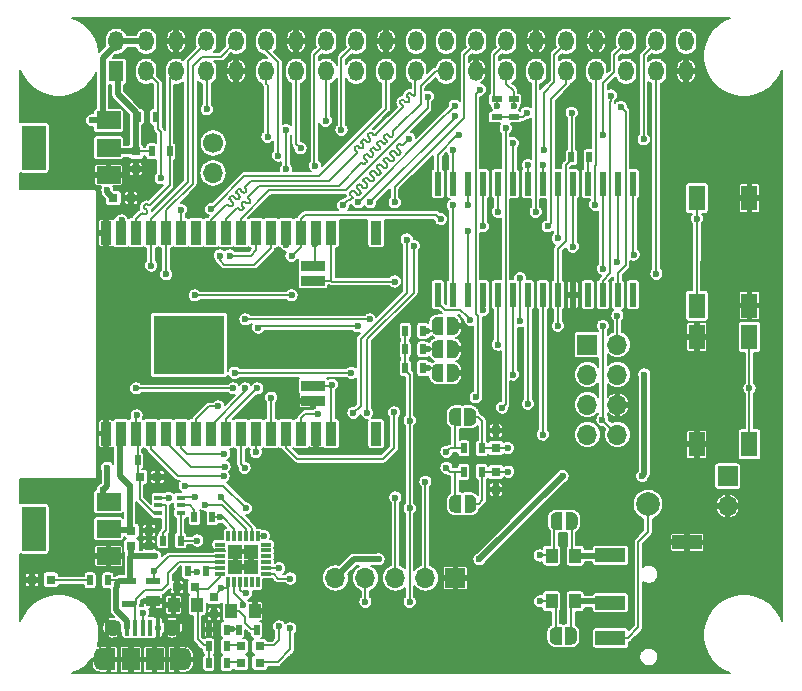
<source format=gtl>
G04 #@! TF.GenerationSoftware,KiCad,Pcbnew,(5.1.0)-1*
G04 #@! TF.CreationDate,2019-11-06T00:15:09-05:00*
G04 #@! TF.ProjectId,ESP32-Pi,45535033-322d-4506-992e-6b696361645f,1.0*
G04 #@! TF.SameCoordinates,Original*
G04 #@! TF.FileFunction,Copper,L1,Top*
G04 #@! TF.FilePolarity,Positive*
%FSLAX46Y46*%
G04 Gerber Fmt 4.6, Leading zero omitted, Abs format (unit mm)*
G04 Created by KiCad (PCBNEW (5.1.0)-1) date 2019-11-06 00:15:09*
%MOMM*%
%LPD*%
G04 APERTURE LIST*
%ADD10C,2.000000*%
%ADD11R,2.500000X1.200000*%
%ADD12R,1.400000X2.100000*%
%ADD13R,0.900000X2.000000*%
%ADD14R,6.000000X5.000000*%
%ADD15R,2.000000X0.900000*%
%ADD16R,0.900000X0.500000*%
%ADD17R,1.500000X1.900000*%
%ADD18C,1.450000*%
%ADD19R,0.400000X1.350000*%
%ADD20O,1.200000X1.900000*%
%ADD21R,1.200000X1.900000*%
%ADD22R,0.800000X0.750000*%
%ADD23R,0.750000X0.800000*%
%ADD24O,1.700000X1.700000*%
%ADD25R,1.700000X1.700000*%
%ADD26R,0.500000X0.900000*%
%ADD27R,1.000000X1.250000*%
%ADD28R,0.800000X0.800000*%
%ADD29R,1.300000X1.300000*%
%ADD30R,0.300000X0.850000*%
%ADD31R,0.850000X0.300000*%
%ADD32R,2.000000X1.500000*%
%ADD33R,2.000000X3.800000*%
%ADD34R,0.650000X0.400000*%
%ADD35R,1.310000X0.550000*%
%ADD36R,1.310000X0.940000*%
%ADD37C,1.700000*%
%ADD38C,0.500000*%
%ADD39C,0.100000*%
%ADD40R,0.600000X2.000000*%
%ADD41R,1.300000X1.700000*%
%ADD42O,1.300000X1.700000*%
%ADD43C,0.600000*%
%ADD44C,0.200000*%
%ADD45C,0.500000*%
G04 APERTURE END LIST*
D10*
X173139500Y-97002900D03*
D11*
X169953000Y-108344000D03*
X169953000Y-105344000D03*
X169953000Y-101344000D03*
X176453000Y-100244000D03*
D12*
X177259500Y-80191500D03*
X177259500Y-71091500D03*
X181719500Y-71091500D03*
X181719500Y-80191500D03*
X181719500Y-91939000D03*
X181719500Y-82839000D03*
X177259500Y-82839000D03*
X177259500Y-91939000D03*
D13*
X145034400Y-74024900D03*
X146304400Y-74024900D03*
X150114400Y-74024900D03*
X146304400Y-91024900D03*
X145034400Y-91024900D03*
X150114400Y-91024900D03*
D14*
X134254400Y-83524900D03*
D13*
X143764400Y-74024900D03*
X142494400Y-74024900D03*
X141224400Y-74024900D03*
X139954400Y-74024900D03*
X138684400Y-74024900D03*
X137414400Y-74024900D03*
X136144400Y-74024900D03*
X134874400Y-74024900D03*
X133604400Y-74024900D03*
X132334400Y-74024900D03*
X131064400Y-74024900D03*
X129794400Y-74024900D03*
X128524400Y-74024900D03*
X127254400Y-74024900D03*
X143764400Y-91024900D03*
X142494400Y-91024900D03*
X141224400Y-91024900D03*
X139954400Y-91024900D03*
X138684400Y-91024900D03*
X137414400Y-91024900D03*
X136144400Y-91024900D03*
X134874400Y-91024900D03*
X133604400Y-91024900D03*
X132334400Y-91024900D03*
X131064400Y-91024900D03*
X129794400Y-91024900D03*
X128524400Y-91024900D03*
D15*
X144764400Y-76809900D03*
X144764400Y-78079900D03*
X144764400Y-86969900D03*
X144764400Y-88239900D03*
D13*
X127254400Y-91024900D03*
D16*
X160325200Y-64224900D03*
X160325200Y-62724900D03*
X161747600Y-64224900D03*
X161747600Y-62724900D03*
D17*
X131353200Y-110154500D03*
D18*
X127853200Y-107454500D03*
D19*
X129703200Y-107454500D03*
X129053200Y-107454500D03*
X131653200Y-107454500D03*
X131003200Y-107454500D03*
X130353200Y-107454500D03*
D18*
X132853200Y-107454500D03*
D17*
X129353200Y-110154500D03*
D20*
X126853200Y-110154500D03*
X133853200Y-110154500D03*
D21*
X133253200Y-110154500D03*
X127453200Y-110154500D03*
D22*
X129400000Y-100558900D03*
X130900000Y-100558900D03*
X129376000Y-71094900D03*
X127876000Y-71094900D03*
X130900000Y-99238100D03*
X129400000Y-99238100D03*
D23*
X129769000Y-67144500D03*
X129769000Y-68644500D03*
D24*
X179870500Y-97168000D03*
D25*
X179870500Y-94628000D03*
D22*
X130098500Y-94691500D03*
X131598500Y-94691500D03*
D26*
X129917174Y-93304463D03*
X128417174Y-93304463D03*
D27*
X132960000Y-105537300D03*
X134960000Y-105537300D03*
X137836800Y-106045300D03*
X139836800Y-106045300D03*
D22*
X134760800Y-104013300D03*
X133260800Y-104013300D03*
D23*
X136398400Y-106338100D03*
X136398400Y-104838100D03*
D28*
X138646400Y-110414100D03*
X140246400Y-110414100D03*
X140246400Y-109042500D03*
X138646400Y-109042500D03*
D26*
X138493200Y-107620100D03*
X139993200Y-107620100D03*
X137453200Y-107620100D03*
X135953200Y-107620100D03*
X134175200Y-102641700D03*
X135675200Y-102641700D03*
X135953200Y-110464900D03*
X137453200Y-110464900D03*
X137453200Y-109042500D03*
X135953200Y-109042500D03*
D29*
X138199500Y-101026500D03*
X138199500Y-102326500D03*
X139499500Y-101026500D03*
X139499500Y-102326500D03*
D30*
X137599500Y-99726500D03*
X138099500Y-99726500D03*
X138599500Y-99726500D03*
X139099500Y-99726500D03*
X139599500Y-99726500D03*
X140099500Y-99726500D03*
D31*
X140799500Y-100426500D03*
X140799500Y-100926500D03*
X140799500Y-101426500D03*
X140799500Y-101926500D03*
X140799500Y-102426500D03*
X140799500Y-102926500D03*
D30*
X140099500Y-103626500D03*
X139599500Y-103626500D03*
X139099500Y-103626500D03*
X138599500Y-103626500D03*
X138099500Y-103626500D03*
X137599500Y-103626500D03*
D31*
X136899500Y-102926500D03*
X136899500Y-102426500D03*
X136899500Y-101926500D03*
X136899500Y-101426500D03*
X136899500Y-100926500D03*
X136899500Y-100426500D03*
D28*
X120968000Y-103403700D03*
X122568000Y-103403700D03*
D26*
X127394800Y-103454500D03*
X125894800Y-103454500D03*
D32*
X127458400Y-101385700D03*
X127458400Y-96785700D03*
X127458400Y-99085700D03*
D33*
X121158400Y-99085700D03*
X121158000Y-66815000D03*
D32*
X127458000Y-66815000D03*
X127458000Y-64515000D03*
X127458000Y-69115000D03*
D26*
X132067000Y-100089000D03*
X133567000Y-100089000D03*
X136234000Y-98120500D03*
X134734000Y-98120500D03*
D34*
X133576500Y-96454500D03*
X133576500Y-97754500D03*
X131676500Y-97104500D03*
X133576500Y-97104500D03*
X131676500Y-97754500D03*
X131676500Y-96454500D03*
D26*
X168148400Y-67640500D03*
X166648400Y-67640500D03*
D23*
X160249000Y-94271700D03*
X160249000Y-95771700D03*
X160249000Y-90766500D03*
X160249000Y-92266500D03*
D26*
X157543200Y-94259700D03*
X159043200Y-94259700D03*
X159043200Y-92278500D03*
X157543200Y-92278500D03*
D24*
X146660000Y-103264000D03*
X149200000Y-103264000D03*
X151740000Y-103264000D03*
X154280000Y-103264000D03*
D25*
X156820000Y-103264000D03*
D24*
X170536000Y-91135500D03*
X167996000Y-91135500D03*
X170536000Y-88595500D03*
X167996000Y-88595500D03*
X170536000Y-86055500D03*
X167996000Y-86055500D03*
X170536000Y-83515500D03*
D25*
X167996000Y-83515500D03*
D35*
X129200800Y-105430500D03*
D36*
X131200800Y-105230500D03*
D35*
X131200800Y-103510500D03*
X129200800Y-103510500D03*
D24*
X136309500Y-68974000D03*
D37*
X136309500Y-66434000D03*
D38*
X166614000Y-108153500D03*
D39*
G36*
X166614000Y-107404102D02*
G01*
X166638534Y-107404102D01*
X166687365Y-107408912D01*
X166735490Y-107418484D01*
X166782445Y-107432728D01*
X166827778Y-107451505D01*
X166871051Y-107474636D01*
X166911850Y-107501896D01*
X166949779Y-107533024D01*
X166984476Y-107567721D01*
X167015604Y-107605650D01*
X167042864Y-107646449D01*
X167065995Y-107689722D01*
X167084772Y-107735055D01*
X167099016Y-107782010D01*
X167108588Y-107830135D01*
X167113398Y-107878966D01*
X167113398Y-107903500D01*
X167114000Y-107903500D01*
X167114000Y-108403500D01*
X167113398Y-108403500D01*
X167113398Y-108428034D01*
X167108588Y-108476865D01*
X167099016Y-108524990D01*
X167084772Y-108571945D01*
X167065995Y-108617278D01*
X167042864Y-108660551D01*
X167015604Y-108701350D01*
X166984476Y-108739279D01*
X166949779Y-108773976D01*
X166911850Y-108805104D01*
X166871051Y-108832364D01*
X166827778Y-108855495D01*
X166782445Y-108874272D01*
X166735490Y-108888516D01*
X166687365Y-108898088D01*
X166638534Y-108902898D01*
X166614000Y-108902898D01*
X166614000Y-108903500D01*
X166114000Y-108903500D01*
X166114000Y-107403500D01*
X166614000Y-107403500D01*
X166614000Y-107404102D01*
X166614000Y-107404102D01*
G37*
D38*
X165314000Y-108153500D03*
D39*
G36*
X165814000Y-108903500D02*
G01*
X165314000Y-108903500D01*
X165314000Y-108902898D01*
X165289466Y-108902898D01*
X165240635Y-108898088D01*
X165192510Y-108888516D01*
X165145555Y-108874272D01*
X165100222Y-108855495D01*
X165056949Y-108832364D01*
X165016150Y-108805104D01*
X164978221Y-108773976D01*
X164943524Y-108739279D01*
X164912396Y-108701350D01*
X164885136Y-108660551D01*
X164862005Y-108617278D01*
X164843228Y-108571945D01*
X164828984Y-108524990D01*
X164819412Y-108476865D01*
X164814602Y-108428034D01*
X164814602Y-108403500D01*
X164814000Y-108403500D01*
X164814000Y-107903500D01*
X164814602Y-107903500D01*
X164814602Y-107878966D01*
X164819412Y-107830135D01*
X164828984Y-107782010D01*
X164843228Y-107735055D01*
X164862005Y-107689722D01*
X164885136Y-107646449D01*
X164912396Y-107605650D01*
X164943524Y-107567721D01*
X164978221Y-107533024D01*
X165016150Y-107501896D01*
X165056949Y-107474636D01*
X165100222Y-107451505D01*
X165145555Y-107432728D01*
X165192510Y-107418484D01*
X165240635Y-107408912D01*
X165289466Y-107404102D01*
X165314000Y-107404102D01*
X165314000Y-107403500D01*
X165814000Y-107403500D01*
X165814000Y-108903500D01*
X165814000Y-108903500D01*
G37*
D38*
X166677500Y-98438000D03*
D39*
G36*
X166677500Y-97688602D02*
G01*
X166702034Y-97688602D01*
X166750865Y-97693412D01*
X166798990Y-97702984D01*
X166845945Y-97717228D01*
X166891278Y-97736005D01*
X166934551Y-97759136D01*
X166975350Y-97786396D01*
X167013279Y-97817524D01*
X167047976Y-97852221D01*
X167079104Y-97890150D01*
X167106364Y-97930949D01*
X167129495Y-97974222D01*
X167148272Y-98019555D01*
X167162516Y-98066510D01*
X167172088Y-98114635D01*
X167176898Y-98163466D01*
X167176898Y-98188000D01*
X167177500Y-98188000D01*
X167177500Y-98688000D01*
X167176898Y-98688000D01*
X167176898Y-98712534D01*
X167172088Y-98761365D01*
X167162516Y-98809490D01*
X167148272Y-98856445D01*
X167129495Y-98901778D01*
X167106364Y-98945051D01*
X167079104Y-98985850D01*
X167047976Y-99023779D01*
X167013279Y-99058476D01*
X166975350Y-99089604D01*
X166934551Y-99116864D01*
X166891278Y-99139995D01*
X166845945Y-99158772D01*
X166798990Y-99173016D01*
X166750865Y-99182588D01*
X166702034Y-99187398D01*
X166677500Y-99187398D01*
X166677500Y-99188000D01*
X166177500Y-99188000D01*
X166177500Y-97688000D01*
X166677500Y-97688000D01*
X166677500Y-97688602D01*
X166677500Y-97688602D01*
G37*
D38*
X165377500Y-98438000D03*
D39*
G36*
X165877500Y-99188000D02*
G01*
X165377500Y-99188000D01*
X165377500Y-99187398D01*
X165352966Y-99187398D01*
X165304135Y-99182588D01*
X165256010Y-99173016D01*
X165209055Y-99158772D01*
X165163722Y-99139995D01*
X165120449Y-99116864D01*
X165079650Y-99089604D01*
X165041721Y-99058476D01*
X165007024Y-99023779D01*
X164975896Y-98985850D01*
X164948636Y-98945051D01*
X164925505Y-98901778D01*
X164906728Y-98856445D01*
X164892484Y-98809490D01*
X164882912Y-98761365D01*
X164878102Y-98712534D01*
X164878102Y-98688000D01*
X164877500Y-98688000D01*
X164877500Y-98188000D01*
X164878102Y-98188000D01*
X164878102Y-98163466D01*
X164882912Y-98114635D01*
X164892484Y-98066510D01*
X164906728Y-98019555D01*
X164925505Y-97974222D01*
X164948636Y-97930949D01*
X164975896Y-97890150D01*
X165007024Y-97852221D01*
X165041721Y-97817524D01*
X165079650Y-97786396D01*
X165120449Y-97759136D01*
X165163722Y-97736005D01*
X165209055Y-97717228D01*
X165256010Y-97702984D01*
X165304135Y-97693412D01*
X165352966Y-97688602D01*
X165377500Y-97688602D01*
X165377500Y-97688000D01*
X165877500Y-97688000D01*
X165877500Y-99188000D01*
X165877500Y-99188000D01*
G37*
D38*
X156805000Y-96977500D03*
D39*
G36*
X157305000Y-97727500D02*
G01*
X156805000Y-97727500D01*
X156805000Y-97726898D01*
X156780466Y-97726898D01*
X156731635Y-97722088D01*
X156683510Y-97712516D01*
X156636555Y-97698272D01*
X156591222Y-97679495D01*
X156547949Y-97656364D01*
X156507150Y-97629104D01*
X156469221Y-97597976D01*
X156434524Y-97563279D01*
X156403396Y-97525350D01*
X156376136Y-97484551D01*
X156353005Y-97441278D01*
X156334228Y-97395945D01*
X156319984Y-97348990D01*
X156310412Y-97300865D01*
X156305602Y-97252034D01*
X156305602Y-97227500D01*
X156305000Y-97227500D01*
X156305000Y-96727500D01*
X156305602Y-96727500D01*
X156305602Y-96702966D01*
X156310412Y-96654135D01*
X156319984Y-96606010D01*
X156334228Y-96559055D01*
X156353005Y-96513722D01*
X156376136Y-96470449D01*
X156403396Y-96429650D01*
X156434524Y-96391721D01*
X156469221Y-96357024D01*
X156507150Y-96325896D01*
X156547949Y-96298636D01*
X156591222Y-96275505D01*
X156636555Y-96256728D01*
X156683510Y-96242484D01*
X156731635Y-96232912D01*
X156780466Y-96228102D01*
X156805000Y-96228102D01*
X156805000Y-96227500D01*
X157305000Y-96227500D01*
X157305000Y-97727500D01*
X157305000Y-97727500D01*
G37*
D38*
X158105000Y-96977500D03*
D39*
G36*
X158105000Y-96228102D02*
G01*
X158129534Y-96228102D01*
X158178365Y-96232912D01*
X158226490Y-96242484D01*
X158273445Y-96256728D01*
X158318778Y-96275505D01*
X158362051Y-96298636D01*
X158402850Y-96325896D01*
X158440779Y-96357024D01*
X158475476Y-96391721D01*
X158506604Y-96429650D01*
X158533864Y-96470449D01*
X158556995Y-96513722D01*
X158575772Y-96559055D01*
X158590016Y-96606010D01*
X158599588Y-96654135D01*
X158604398Y-96702966D01*
X158604398Y-96727500D01*
X158605000Y-96727500D01*
X158605000Y-97227500D01*
X158604398Y-97227500D01*
X158604398Y-97252034D01*
X158599588Y-97300865D01*
X158590016Y-97348990D01*
X158575772Y-97395945D01*
X158556995Y-97441278D01*
X158533864Y-97484551D01*
X158506604Y-97525350D01*
X158475476Y-97563279D01*
X158440779Y-97597976D01*
X158402850Y-97629104D01*
X158362051Y-97656364D01*
X158318778Y-97679495D01*
X158273445Y-97698272D01*
X158226490Y-97712516D01*
X158178365Y-97722088D01*
X158129534Y-97726898D01*
X158105000Y-97726898D01*
X158105000Y-97727500D01*
X157605000Y-97727500D01*
X157605000Y-96227500D01*
X158105000Y-96227500D01*
X158105000Y-96228102D01*
X158105000Y-96228102D01*
G37*
D38*
X156790000Y-89611500D03*
D39*
G36*
X157290000Y-90361500D02*
G01*
X156790000Y-90361500D01*
X156790000Y-90360898D01*
X156765466Y-90360898D01*
X156716635Y-90356088D01*
X156668510Y-90346516D01*
X156621555Y-90332272D01*
X156576222Y-90313495D01*
X156532949Y-90290364D01*
X156492150Y-90263104D01*
X156454221Y-90231976D01*
X156419524Y-90197279D01*
X156388396Y-90159350D01*
X156361136Y-90118551D01*
X156338005Y-90075278D01*
X156319228Y-90029945D01*
X156304984Y-89982990D01*
X156295412Y-89934865D01*
X156290602Y-89886034D01*
X156290602Y-89861500D01*
X156290000Y-89861500D01*
X156290000Y-89361500D01*
X156290602Y-89361500D01*
X156290602Y-89336966D01*
X156295412Y-89288135D01*
X156304984Y-89240010D01*
X156319228Y-89193055D01*
X156338005Y-89147722D01*
X156361136Y-89104449D01*
X156388396Y-89063650D01*
X156419524Y-89025721D01*
X156454221Y-88991024D01*
X156492150Y-88959896D01*
X156532949Y-88932636D01*
X156576222Y-88909505D01*
X156621555Y-88890728D01*
X156668510Y-88876484D01*
X156716635Y-88866912D01*
X156765466Y-88862102D01*
X156790000Y-88862102D01*
X156790000Y-88861500D01*
X157290000Y-88861500D01*
X157290000Y-90361500D01*
X157290000Y-90361500D01*
G37*
D38*
X158090000Y-89611500D03*
D39*
G36*
X158090000Y-88862102D02*
G01*
X158114534Y-88862102D01*
X158163365Y-88866912D01*
X158211490Y-88876484D01*
X158258445Y-88890728D01*
X158303778Y-88909505D01*
X158347051Y-88932636D01*
X158387850Y-88959896D01*
X158425779Y-88991024D01*
X158460476Y-89025721D01*
X158491604Y-89063650D01*
X158518864Y-89104449D01*
X158541995Y-89147722D01*
X158560772Y-89193055D01*
X158575016Y-89240010D01*
X158584588Y-89288135D01*
X158589398Y-89336966D01*
X158589398Y-89361500D01*
X158590000Y-89361500D01*
X158590000Y-89861500D01*
X158589398Y-89861500D01*
X158589398Y-89886034D01*
X158584588Y-89934865D01*
X158575016Y-89982990D01*
X158560772Y-90029945D01*
X158541995Y-90075278D01*
X158518864Y-90118551D01*
X158491604Y-90159350D01*
X158460476Y-90197279D01*
X158425779Y-90231976D01*
X158387850Y-90263104D01*
X158347051Y-90290364D01*
X158303778Y-90313495D01*
X158258445Y-90332272D01*
X158211490Y-90346516D01*
X158163365Y-90356088D01*
X158114534Y-90360898D01*
X158090000Y-90360898D01*
X158090000Y-90361500D01*
X157590000Y-90361500D01*
X157590000Y-88861500D01*
X158090000Y-88861500D01*
X158090000Y-88862102D01*
X158090000Y-88862102D01*
G37*
D27*
X164964000Y-105232500D03*
X166964000Y-105232500D03*
X164964000Y-101359000D03*
X166964000Y-101359000D03*
D26*
X129959500Y-64211500D03*
X131459500Y-64211500D03*
X132626500Y-67132500D03*
X131126500Y-67132500D03*
D38*
X155306400Y-85877700D03*
D39*
G36*
X155806400Y-86627700D02*
G01*
X155306400Y-86627700D01*
X155306400Y-86627098D01*
X155281866Y-86627098D01*
X155233035Y-86622288D01*
X155184910Y-86612716D01*
X155137955Y-86598472D01*
X155092622Y-86579695D01*
X155049349Y-86556564D01*
X155008550Y-86529304D01*
X154970621Y-86498176D01*
X154935924Y-86463479D01*
X154904796Y-86425550D01*
X154877536Y-86384751D01*
X154854405Y-86341478D01*
X154835628Y-86296145D01*
X154821384Y-86249190D01*
X154811812Y-86201065D01*
X154807002Y-86152234D01*
X154807002Y-86127700D01*
X154806400Y-86127700D01*
X154806400Y-85627700D01*
X154807002Y-85627700D01*
X154807002Y-85603166D01*
X154811812Y-85554335D01*
X154821384Y-85506210D01*
X154835628Y-85459255D01*
X154854405Y-85413922D01*
X154877536Y-85370649D01*
X154904796Y-85329850D01*
X154935924Y-85291921D01*
X154970621Y-85257224D01*
X155008550Y-85226096D01*
X155049349Y-85198836D01*
X155092622Y-85175705D01*
X155137955Y-85156928D01*
X155184910Y-85142684D01*
X155233035Y-85133112D01*
X155281866Y-85128302D01*
X155306400Y-85128302D01*
X155306400Y-85127700D01*
X155806400Y-85127700D01*
X155806400Y-86627700D01*
X155806400Y-86627700D01*
G37*
D38*
X156606400Y-85877700D03*
D39*
G36*
X156606400Y-85128302D02*
G01*
X156630934Y-85128302D01*
X156679765Y-85133112D01*
X156727890Y-85142684D01*
X156774845Y-85156928D01*
X156820178Y-85175705D01*
X156863451Y-85198836D01*
X156904250Y-85226096D01*
X156942179Y-85257224D01*
X156976876Y-85291921D01*
X157008004Y-85329850D01*
X157035264Y-85370649D01*
X157058395Y-85413922D01*
X157077172Y-85459255D01*
X157091416Y-85506210D01*
X157100988Y-85554335D01*
X157105798Y-85603166D01*
X157105798Y-85627700D01*
X157106400Y-85627700D01*
X157106400Y-86127700D01*
X157105798Y-86127700D01*
X157105798Y-86152234D01*
X157100988Y-86201065D01*
X157091416Y-86249190D01*
X157077172Y-86296145D01*
X157058395Y-86341478D01*
X157035264Y-86384751D01*
X157008004Y-86425550D01*
X156976876Y-86463479D01*
X156942179Y-86498176D01*
X156904250Y-86529304D01*
X156863451Y-86556564D01*
X156820178Y-86579695D01*
X156774845Y-86598472D01*
X156727890Y-86612716D01*
X156679765Y-86622288D01*
X156630934Y-86627098D01*
X156606400Y-86627098D01*
X156606400Y-86627700D01*
X156106400Y-86627700D01*
X156106400Y-85127700D01*
X156606400Y-85127700D01*
X156606400Y-85128302D01*
X156606400Y-85128302D01*
G37*
D38*
X156606400Y-83896500D03*
D39*
G36*
X156606400Y-83147102D02*
G01*
X156630934Y-83147102D01*
X156679765Y-83151912D01*
X156727890Y-83161484D01*
X156774845Y-83175728D01*
X156820178Y-83194505D01*
X156863451Y-83217636D01*
X156904250Y-83244896D01*
X156942179Y-83276024D01*
X156976876Y-83310721D01*
X157008004Y-83348650D01*
X157035264Y-83389449D01*
X157058395Y-83432722D01*
X157077172Y-83478055D01*
X157091416Y-83525010D01*
X157100988Y-83573135D01*
X157105798Y-83621966D01*
X157105798Y-83646500D01*
X157106400Y-83646500D01*
X157106400Y-84146500D01*
X157105798Y-84146500D01*
X157105798Y-84171034D01*
X157100988Y-84219865D01*
X157091416Y-84267990D01*
X157077172Y-84314945D01*
X157058395Y-84360278D01*
X157035264Y-84403551D01*
X157008004Y-84444350D01*
X156976876Y-84482279D01*
X156942179Y-84516976D01*
X156904250Y-84548104D01*
X156863451Y-84575364D01*
X156820178Y-84598495D01*
X156774845Y-84617272D01*
X156727890Y-84631516D01*
X156679765Y-84641088D01*
X156630934Y-84645898D01*
X156606400Y-84645898D01*
X156606400Y-84646500D01*
X156106400Y-84646500D01*
X156106400Y-83146500D01*
X156606400Y-83146500D01*
X156606400Y-83147102D01*
X156606400Y-83147102D01*
G37*
D38*
X155306400Y-83896500D03*
D39*
G36*
X155806400Y-84646500D02*
G01*
X155306400Y-84646500D01*
X155306400Y-84645898D01*
X155281866Y-84645898D01*
X155233035Y-84641088D01*
X155184910Y-84631516D01*
X155137955Y-84617272D01*
X155092622Y-84598495D01*
X155049349Y-84575364D01*
X155008550Y-84548104D01*
X154970621Y-84516976D01*
X154935924Y-84482279D01*
X154904796Y-84444350D01*
X154877536Y-84403551D01*
X154854405Y-84360278D01*
X154835628Y-84314945D01*
X154821384Y-84267990D01*
X154811812Y-84219865D01*
X154807002Y-84171034D01*
X154807002Y-84146500D01*
X154806400Y-84146500D01*
X154806400Y-83646500D01*
X154807002Y-83646500D01*
X154807002Y-83621966D01*
X154811812Y-83573135D01*
X154821384Y-83525010D01*
X154835628Y-83478055D01*
X154854405Y-83432722D01*
X154877536Y-83389449D01*
X154904796Y-83348650D01*
X154935924Y-83310721D01*
X154970621Y-83276024D01*
X155008550Y-83244896D01*
X155049349Y-83217636D01*
X155092622Y-83194505D01*
X155137955Y-83175728D01*
X155184910Y-83161484D01*
X155233035Y-83151912D01*
X155281866Y-83147102D01*
X155306400Y-83147102D01*
X155306400Y-83146500D01*
X155806400Y-83146500D01*
X155806400Y-84646500D01*
X155806400Y-84646500D01*
G37*
D38*
X155306400Y-81915300D03*
D39*
G36*
X155806400Y-82665300D02*
G01*
X155306400Y-82665300D01*
X155306400Y-82664698D01*
X155281866Y-82664698D01*
X155233035Y-82659888D01*
X155184910Y-82650316D01*
X155137955Y-82636072D01*
X155092622Y-82617295D01*
X155049349Y-82594164D01*
X155008550Y-82566904D01*
X154970621Y-82535776D01*
X154935924Y-82501079D01*
X154904796Y-82463150D01*
X154877536Y-82422351D01*
X154854405Y-82379078D01*
X154835628Y-82333745D01*
X154821384Y-82286790D01*
X154811812Y-82238665D01*
X154807002Y-82189834D01*
X154807002Y-82165300D01*
X154806400Y-82165300D01*
X154806400Y-81665300D01*
X154807002Y-81665300D01*
X154807002Y-81640766D01*
X154811812Y-81591935D01*
X154821384Y-81543810D01*
X154835628Y-81496855D01*
X154854405Y-81451522D01*
X154877536Y-81408249D01*
X154904796Y-81367450D01*
X154935924Y-81329521D01*
X154970621Y-81294824D01*
X155008550Y-81263696D01*
X155049349Y-81236436D01*
X155092622Y-81213305D01*
X155137955Y-81194528D01*
X155184910Y-81180284D01*
X155233035Y-81170712D01*
X155281866Y-81165902D01*
X155306400Y-81165902D01*
X155306400Y-81165300D01*
X155806400Y-81165300D01*
X155806400Y-82665300D01*
X155806400Y-82665300D01*
G37*
D38*
X156606400Y-81915300D03*
D39*
G36*
X156606400Y-81165902D02*
G01*
X156630934Y-81165902D01*
X156679765Y-81170712D01*
X156727890Y-81180284D01*
X156774845Y-81194528D01*
X156820178Y-81213305D01*
X156863451Y-81236436D01*
X156904250Y-81263696D01*
X156942179Y-81294824D01*
X156976876Y-81329521D01*
X157008004Y-81367450D01*
X157035264Y-81408249D01*
X157058395Y-81451522D01*
X157077172Y-81496855D01*
X157091416Y-81543810D01*
X157100988Y-81591935D01*
X157105798Y-81640766D01*
X157105798Y-81665300D01*
X157106400Y-81665300D01*
X157106400Y-82165300D01*
X157105798Y-82165300D01*
X157105798Y-82189834D01*
X157100988Y-82238665D01*
X157091416Y-82286790D01*
X157077172Y-82333745D01*
X157058395Y-82379078D01*
X157035264Y-82422351D01*
X157008004Y-82463150D01*
X156976876Y-82501079D01*
X156942179Y-82535776D01*
X156904250Y-82566904D01*
X156863451Y-82594164D01*
X156820178Y-82617295D01*
X156774845Y-82636072D01*
X156727890Y-82650316D01*
X156679765Y-82659888D01*
X156630934Y-82664698D01*
X156606400Y-82664698D01*
X156606400Y-82665300D01*
X156106400Y-82665300D01*
X156106400Y-81165300D01*
X156606400Y-81165300D01*
X156606400Y-81165902D01*
X156606400Y-81165902D01*
G37*
D26*
X152564800Y-85471300D03*
X154064800Y-85471300D03*
X154064800Y-83896500D03*
X152564800Y-83896500D03*
X152564800Y-82321700D03*
X154064800Y-82321700D03*
D40*
X155346800Y-69873700D03*
X156616800Y-69873700D03*
X157886800Y-69873700D03*
X159156800Y-69873700D03*
X160426800Y-69873700D03*
X161696800Y-69873700D03*
X162966800Y-69873700D03*
X164236800Y-69873700D03*
X165506800Y-69873700D03*
X166776800Y-69873700D03*
X168046800Y-69873700D03*
X169316800Y-69873700D03*
X170586800Y-69873700D03*
X171856800Y-69873700D03*
X171856800Y-79273700D03*
X170586800Y-79273700D03*
X169316800Y-79273700D03*
X168046800Y-79273700D03*
X166776800Y-79273700D03*
X165506800Y-79273700D03*
X164236800Y-79273700D03*
X162966800Y-79273700D03*
X161696800Y-79273700D03*
X160426800Y-79273700D03*
X159156800Y-79273700D03*
X157886800Y-79273700D03*
X156616800Y-79273700D03*
X155346800Y-79273700D03*
D41*
X128106000Y-60352500D03*
D42*
X128106000Y-57812500D03*
X130646000Y-60352500D03*
X130646000Y-57812500D03*
X133186000Y-60352500D03*
X133186000Y-57812500D03*
X135726000Y-60352500D03*
X135726000Y-57812500D03*
X138266000Y-60352500D03*
X138266000Y-57812500D03*
X140806000Y-60352500D03*
X140806000Y-57812500D03*
X143346000Y-60352500D03*
X143346000Y-57812500D03*
X145886000Y-60352500D03*
X145886000Y-57812500D03*
X148426000Y-60352500D03*
X148426000Y-57812500D03*
X150966000Y-60352500D03*
X150966000Y-57812500D03*
X153506000Y-60352500D03*
X153506000Y-57812500D03*
X156046000Y-60352500D03*
X156046000Y-57812500D03*
X158586000Y-60352500D03*
X158586000Y-57812500D03*
X161126000Y-60352500D03*
X161126000Y-57812500D03*
X163666000Y-60352500D03*
X163666000Y-57812500D03*
X166206000Y-60352500D03*
X166206000Y-57812500D03*
X168746000Y-60352500D03*
X168746000Y-57812500D03*
X171286000Y-60352500D03*
X171286000Y-57812500D03*
X173826000Y-60352500D03*
X173826000Y-57812500D03*
X176366000Y-60352500D03*
X176366000Y-57812500D03*
D43*
X131801000Y-81737500D03*
X131801000Y-85230000D03*
X133071000Y-85230000D03*
X133071000Y-81737500D03*
X131801000Y-83452000D03*
X129261000Y-95453500D03*
X133896500Y-95453500D03*
X169266015Y-89865485D03*
X162865200Y-63871700D03*
X166675200Y-63881300D03*
X139090800Y-97358500D03*
X152959200Y-97358500D03*
X149200000Y-105283300D03*
X152959200Y-105283300D03*
X152959210Y-89941700D03*
X165506800Y-81915300D03*
X169316800Y-81915300D03*
X137008000Y-104114900D03*
X129324500Y-101422500D03*
X126061892Y-64515000D03*
X131420000Y-101422500D03*
X150317600Y-101676500D03*
X158851998Y-101676500D03*
X127336736Y-93923364D03*
X127356000Y-70383700D03*
X127000400Y-95783700D03*
X165900510Y-94628000D03*
X172631500Y-94628000D03*
X172822000Y-86030100D03*
X145034400Y-91973700D03*
X143764400Y-88265300D03*
X175235000Y-100216000D03*
X138214500Y-100787500D03*
X139484500Y-100787500D03*
X138151000Y-102438500D03*
X139484500Y-102438500D03*
X143929500Y-71133000D03*
X133452000Y-64440100D03*
X128372000Y-76022500D03*
X128372000Y-88722500D03*
X136703200Y-108280500D03*
X125832000Y-101524100D03*
X120752000Y-95326500D03*
X129769000Y-69609000D03*
X183236000Y-63322500D03*
X183236000Y-103962500D03*
X141897500Y-93231000D03*
X120447200Y-104978500D03*
X157124800Y-83896500D03*
X157124800Y-85877700D03*
X161138000Y-95771000D03*
X161201500Y-90754500D03*
X120752000Y-69926500D03*
X125324000Y-69926500D03*
X123038000Y-69926500D03*
X123038000Y-95326500D03*
X125324000Y-95326500D03*
X131267600Y-93548500D03*
X135738000Y-100762100D03*
X129388000Y-72212500D03*
X166268800Y-84709300D03*
X157124800Y-81915300D03*
X130912000Y-98272882D03*
X177140000Y-110058500D03*
X145136000Y-110312500D03*
X157836000Y-110312500D03*
X170536000Y-110312500D03*
X183236000Y-91262500D03*
X183236000Y-78562500D03*
X149581000Y-81356500D03*
X139040000Y-81356500D03*
X139040000Y-87198500D03*
X161747600Y-63271700D03*
X149606400Y-71450502D03*
X170840800Y-63373300D03*
X156761672Y-64127772D03*
X148565000Y-81956500D03*
X140119500Y-82055000D03*
X140056768Y-87199268D03*
X160376000Y-63271700D03*
X148590400Y-71450502D03*
X169977200Y-62408100D03*
X156769198Y-63271700D03*
X160426800Y-72253700D03*
X163627200Y-72263300D03*
X159156800Y-73472900D03*
X164643186Y-73482500D03*
X173838000Y-77495700D03*
X162296800Y-81508900D03*
X162296800Y-77860896D03*
X158089988Y-81407300D03*
X135788800Y-63576500D03*
X164236800Y-68300900D03*
X145847200Y-64541700D03*
X162966800Y-68300900D03*
X172771214Y-66116486D03*
X161696800Y-66430900D03*
X156616800Y-67030900D03*
X164287600Y-67030900D03*
X157886800Y-71653700D03*
X168656400Y-71653700D03*
X157124800Y-65760900D03*
X169335988Y-65760900D03*
X133579000Y-72085500D03*
X131877200Y-69418500D03*
X136144402Y-72034700D03*
X128562500Y-72974500D03*
X154483200Y-62509702D03*
X156058000Y-92583300D03*
X139929000Y-92596000D03*
X156058000Y-93929500D03*
X138976500Y-93929500D03*
X141808596Y-67488100D03*
X141224400Y-87998596D03*
X151689200Y-78156100D03*
X151689200Y-71450500D03*
X145199500Y-89357500D03*
X158902800Y-61900100D03*
X158547227Y-87960527D03*
X146355200Y-86893700D03*
X152908400Y-66065700D03*
X147320400Y-71704498D03*
X160782400Y-88824100D03*
X161087200Y-65160900D03*
X151638398Y-89230500D03*
X144945500Y-75006510D03*
X144932800Y-68351700D03*
X142494400Y-75031900D03*
X142494400Y-68634467D03*
X142494400Y-65313290D03*
X147174455Y-65313290D03*
X131064410Y-76809910D03*
X136969782Y-96406000D03*
X135611000Y-97041000D03*
X132334400Y-77546500D03*
X142850002Y-103302100D03*
X142850002Y-107518498D03*
X141899264Y-102426510D03*
X141899264Y-107351636D03*
X130353200Y-106197702D03*
X131318400Y-102692500D03*
X137922400Y-107569300D03*
X138836800Y-105537300D03*
X134925200Y-102743300D03*
X139090800Y-104551526D03*
X137262002Y-92723002D03*
X149352400Y-89281300D03*
X166776800Y-75209702D03*
X153305200Y-75138253D03*
X136753996Y-88722500D03*
X165506796Y-74498500D03*
X148184000Y-89281300D03*
X152705200Y-74600100D03*
X137198500Y-94628006D03*
X151740002Y-96444100D03*
X137278104Y-93831959D03*
X154280000Y-95123300D03*
X138024000Y-87198500D03*
X129832500Y-89484500D03*
X129794400Y-87198500D03*
X148023329Y-85885971D03*
X181719500Y-87206000D03*
X138136000Y-85882514D03*
X134976000Y-100089000D03*
X140627506Y-99708000D03*
X132537600Y-96469500D03*
X136855600Y-98120500D03*
X134772800Y-96418700D03*
X134772804Y-79324500D03*
X155600800Y-72872900D03*
X177267000Y-72847494D03*
X142951604Y-79324500D03*
X142951600Y-75971700D03*
X154534000Y-85471300D03*
X169316800Y-77079710D03*
X154534000Y-83896500D03*
X170536000Y-76479700D03*
X171907598Y-75870100D03*
X154441990Y-82321700D03*
X163995500Y-105232500D03*
X161290400Y-94259700D03*
X161265000Y-92253100D03*
X163957396Y-101346300D03*
X164236800Y-91110100D03*
X162966800Y-88519300D03*
X161696800Y-86030100D03*
X170536000Y-81051700D03*
X159156800Y-80594500D03*
X160426800Y-83490100D03*
X136881000Y-75959000D03*
X137706500Y-75959000D03*
X140919600Y-65913300D03*
X156616800Y-71704500D03*
X143713600Y-66878500D03*
X157886800Y-73888900D03*
D44*
X120865600Y-66158600D02*
X120869600Y-66154600D01*
X128405174Y-93316463D02*
X128417174Y-93304463D01*
X128417174Y-91132126D02*
X128524400Y-91024900D01*
D45*
X128417174Y-93304463D02*
X128417174Y-91132126D01*
D44*
X133896500Y-95453500D02*
X133896500Y-95453500D01*
D45*
X129261000Y-95453500D02*
X129261000Y-99212700D01*
X129268249Y-95446251D02*
X129261000Y-95453500D01*
X128417174Y-93304463D02*
X128417174Y-94595176D01*
X128417174Y-94595176D02*
X129268249Y-95446251D01*
D44*
X152552800Y-85471300D02*
X152552800Y-83896500D01*
X152552800Y-82321700D02*
X152552800Y-83896500D01*
X161747600Y-64224900D02*
X160376000Y-64224900D01*
X165506800Y-79273700D02*
X165506800Y-79973700D01*
X161747600Y-64224900D02*
X162512000Y-64224900D01*
X162512000Y-64224900D02*
X162865200Y-63871700D01*
X166675200Y-67613700D02*
X166648400Y-67640500D01*
X166675200Y-63881300D02*
X166675200Y-67613700D01*
X166648400Y-67840500D02*
X166648400Y-67640500D01*
X166157602Y-68331298D02*
X166648400Y-67840500D01*
X166157602Y-74735702D02*
X166157602Y-68331298D01*
X165506800Y-79273700D02*
X165506800Y-75386504D01*
X165506800Y-75386504D02*
X166157602Y-74735702D01*
D45*
X127585400Y-99212700D02*
X127458400Y-99085700D01*
X129261000Y-99212700D02*
X127585400Y-99212700D01*
D44*
X137160400Y-95428100D02*
X139090800Y-97358500D01*
X133896500Y-95453500D02*
X133921900Y-95428100D01*
X133921900Y-95428100D02*
X137160400Y-95428100D01*
X139090800Y-97358500D02*
X139090800Y-97358500D01*
X149200000Y-103264000D02*
X149200000Y-105283300D01*
X152959200Y-104859036D02*
X152959200Y-97358500D01*
X152959200Y-105283300D02*
X152959200Y-104859036D01*
X152959200Y-89941710D02*
X152959210Y-89941700D01*
X152959200Y-97358500D02*
X152959200Y-89941710D01*
X152959200Y-89941690D02*
X152959210Y-89941700D01*
X152959200Y-86030100D02*
X152959200Y-89941690D01*
X152564800Y-85471300D02*
X152564800Y-85635700D01*
X152564800Y-85635700D02*
X152959200Y-86030100D01*
X165506800Y-79273700D02*
X165506800Y-81915300D01*
X169316800Y-89814700D02*
X169266015Y-89865485D01*
X169316800Y-81915300D02*
X169316800Y-89814700D01*
X169266015Y-89865515D02*
X170536000Y-91135500D01*
X169266015Y-89865485D02*
X169266015Y-89865515D01*
D45*
X128106000Y-57812500D02*
X130646000Y-57812500D01*
D44*
X128106000Y-58112498D02*
X128106000Y-57812500D01*
D45*
X126955999Y-64012999D02*
X127458000Y-64515000D01*
X128106000Y-58112498D02*
X126955999Y-59262499D01*
X126955999Y-59262499D02*
X126955999Y-64012999D01*
X126061892Y-64515000D02*
X127458000Y-64515000D01*
D44*
X128168800Y-103835500D02*
X128168800Y-104013300D01*
D45*
X129302400Y-101444600D02*
X129324500Y-101422500D01*
X129302400Y-103510500D02*
X129302400Y-101444600D01*
D44*
X137599500Y-104031400D02*
X137599500Y-103626500D01*
X137008000Y-104114900D02*
X137516000Y-104114900D01*
X137516000Y-104114900D02*
X137599500Y-104031400D01*
D45*
X129324500Y-101422500D02*
X131420000Y-101422500D01*
D44*
X129324500Y-100532800D02*
X129400000Y-100457300D01*
X137008000Y-104228500D02*
X136398400Y-104838100D01*
X137008000Y-104114900D02*
X137008000Y-104228500D01*
D45*
X127336736Y-95447364D02*
X127336736Y-93923364D01*
X127000400Y-95783700D02*
X127336736Y-95447364D01*
X127336736Y-93923364D02*
X127336736Y-93923364D01*
X127000400Y-95783700D02*
X127000400Y-95783700D01*
X127356000Y-70574900D02*
X127356000Y-70383700D01*
X127876000Y-71094900D02*
X127356000Y-70574900D01*
X127000400Y-96327700D02*
X127000400Y-95783700D01*
X127458400Y-96785700D02*
X127000400Y-96327700D01*
D44*
X129246400Y-103454500D02*
X129302400Y-103510500D01*
X127394800Y-103454500D02*
X129246400Y-103454500D01*
D45*
X129324500Y-100634400D02*
X129400000Y-100558900D01*
X129324500Y-101422500D02*
X129324500Y-100634400D01*
X128316000Y-103510500D02*
X129302400Y-103510500D01*
X128168800Y-104013300D02*
X128168800Y-103657700D01*
X128168800Y-103657700D02*
X128316000Y-103510500D01*
X128095799Y-104086301D02*
X128168800Y-104013300D01*
X128095799Y-105958097D02*
X128095799Y-104086301D01*
X129028201Y-107454500D02*
X129028201Y-106890499D01*
X129028201Y-106890499D02*
X128095799Y-105958097D01*
D44*
X137700400Y-106045300D02*
X138176400Y-106045300D01*
X137599500Y-103626500D02*
X137599500Y-105944400D01*
X137599500Y-105944400D02*
X137700400Y-106045300D01*
X139713100Y-107582000D02*
X139942400Y-107582000D01*
X139560700Y-107582000D02*
X139713100Y-107582000D01*
X139036799Y-107058099D02*
X139560700Y-107582000D01*
X139036799Y-106600899D02*
X139036799Y-107058099D01*
X137836800Y-106045300D02*
X138481200Y-106045300D01*
X138481200Y-106045300D02*
X139036799Y-106600899D01*
D45*
X165900498Y-94628000D02*
X165900510Y-94628000D01*
X158851998Y-101676500D02*
X165900498Y-94628000D01*
D44*
X172618800Y-94615300D02*
X172631500Y-94628000D01*
D45*
X148247500Y-101676500D02*
X150317600Y-101676500D01*
X146660000Y-103264000D02*
X148247500Y-101676500D01*
X172822000Y-86454364D02*
X172822000Y-86030100D01*
X172822000Y-94412100D02*
X172822000Y-86454364D01*
X172618800Y-94615300D02*
X172822000Y-94412100D01*
D44*
X136899500Y-100926500D02*
X135902400Y-100926500D01*
X135902400Y-100926500D02*
X135738000Y-100762100D01*
X130900000Y-99238100D02*
X130900000Y-100558900D01*
X130900000Y-98284882D02*
X130912000Y-98272882D01*
X130900000Y-99238100D02*
X130900000Y-98284882D01*
X156769200Y-81915300D02*
X156250800Y-81915300D01*
X156769200Y-83896500D02*
X156250800Y-83896500D01*
X157124800Y-85877700D02*
X156606400Y-85877700D01*
X157124800Y-83896500D02*
X156606400Y-83896500D01*
X157124800Y-81915300D02*
X156606400Y-81915300D01*
X149581000Y-81356500D02*
X139865500Y-81356500D01*
X139865500Y-81356500D02*
X139040000Y-81356500D01*
X136144400Y-90348100D02*
X136144400Y-91024900D01*
X139040000Y-87198500D02*
X139040000Y-87452500D01*
X139040000Y-87452500D02*
X136144400Y-90348100D01*
X161126000Y-61402500D02*
X161126000Y-60352500D01*
X161747600Y-62024100D02*
X161747600Y-62724900D01*
X161126000Y-61402500D02*
X161747600Y-62024100D01*
X161747600Y-62724900D02*
X161747600Y-63271700D01*
X149606400Y-71450502D02*
X156761672Y-64295230D01*
X156761672Y-64295230D02*
X156761672Y-64127772D01*
X171140799Y-63673299D02*
X170840800Y-63373300D01*
X171237602Y-63770102D02*
X171140799Y-63673299D01*
X171237602Y-76767702D02*
X171237602Y-63770102D01*
X170586800Y-79273700D02*
X170586800Y-77418504D01*
X170586800Y-77418504D02*
X171237602Y-76767702D01*
X140218000Y-81956500D02*
X140183000Y-81991500D01*
X148565000Y-81956500D02*
X140218000Y-81956500D01*
X137414400Y-89824900D02*
X137414400Y-91024900D01*
X140056768Y-87199268D02*
X140040032Y-87199268D01*
X140040032Y-87199268D02*
X137414400Y-89824900D01*
X140218000Y-81956500D02*
X140119500Y-82055000D01*
X161126000Y-57962500D02*
X161126000Y-57812500D01*
X160122000Y-58966500D02*
X161126000Y-57962500D01*
X160099988Y-62843288D02*
X160122000Y-62821276D01*
X160122000Y-62821276D02*
X160122000Y-58966500D01*
X160376000Y-62724900D02*
X160376000Y-63271700D01*
X155219800Y-64821100D02*
X155300801Y-64740099D01*
X148890399Y-71150501D02*
X155300801Y-64740099D01*
X148590400Y-71450502D02*
X148890399Y-71150501D01*
X156769198Y-63271702D02*
X156769198Y-63271700D01*
X155300801Y-64740099D02*
X156769198Y-63271702D01*
X169935998Y-62873566D02*
X169977200Y-62832364D01*
X169935998Y-77454502D02*
X169935998Y-62873566D01*
X169316800Y-79273700D02*
X169316800Y-78073700D01*
X169977200Y-62832364D02*
X169977200Y-62408100D01*
X169316800Y-78073700D02*
X169935998Y-77454502D01*
X160426800Y-69873700D02*
X160426800Y-72253700D01*
X163627200Y-60391300D02*
X163666000Y-60352500D01*
X163627200Y-72263300D02*
X163627200Y-60391300D01*
X159156800Y-69873700D02*
X159156800Y-73472900D01*
X164906799Y-73218887D02*
X164643186Y-73482500D01*
X164906799Y-62701701D02*
X164906799Y-73218887D01*
X166206000Y-60352500D02*
X166206000Y-61402500D01*
X166206000Y-61402500D02*
X164906799Y-62701701D01*
X173826000Y-60352500D02*
X173826000Y-77483700D01*
X173826000Y-77483700D02*
X173838000Y-77495700D01*
X162296800Y-81508900D02*
X162296800Y-77860896D01*
X155346800Y-79273700D02*
X155346800Y-79973700D01*
X155346800Y-79973700D02*
X155946801Y-80573701D01*
X157256389Y-80573701D02*
X157789989Y-81107301D01*
X157789989Y-81107301D02*
X158089988Y-81407300D01*
X155946801Y-80573701D02*
X157256389Y-80573701D01*
X135788800Y-63576500D02*
X135788800Y-60415300D01*
X135788800Y-60415300D02*
X135726000Y-60352500D01*
X164236800Y-69873700D02*
X164236800Y-68300900D01*
X145886000Y-64502900D02*
X145847200Y-64541700D01*
X145886000Y-60352500D02*
X145886000Y-64502900D01*
X162966800Y-68300900D02*
X162966800Y-69873700D01*
X161696800Y-69873700D02*
X161696800Y-67081700D01*
X172771214Y-59017286D02*
X172771214Y-65692222D01*
X172771214Y-65692222D02*
X172771214Y-66116486D01*
X173826000Y-57962500D02*
X172771214Y-59017286D01*
X173826000Y-57812500D02*
X173826000Y-57962500D01*
X161696800Y-67081700D02*
X161696800Y-66430900D01*
X165205990Y-61235710D02*
X164287600Y-62154100D01*
X166206000Y-57962500D02*
X165205990Y-58962510D01*
X166206000Y-57812500D02*
X166206000Y-57962500D01*
X164287600Y-65997036D02*
X164287600Y-66421300D01*
X164287600Y-62154100D02*
X164287600Y-65997036D01*
X165205990Y-58962510D02*
X165205990Y-61235710D01*
X156616800Y-69873700D02*
X156616800Y-67234100D01*
X156616800Y-67234100D02*
X156616800Y-67030900D01*
X164287600Y-66421300D02*
X164287600Y-67030900D01*
X157886800Y-69873700D02*
X157886800Y-71653700D01*
X168735986Y-65472898D02*
X168746000Y-65462884D01*
X168746000Y-68282902D02*
X168746000Y-66058916D01*
X168746000Y-61402500D02*
X168746000Y-60352500D01*
X168746000Y-66058916D02*
X168735986Y-66048902D01*
X168735986Y-66048902D02*
X168735986Y-65472898D01*
X168746000Y-65462884D02*
X168746000Y-61402500D01*
X168656400Y-68372502D02*
X168746000Y-68282902D01*
X168656400Y-71653700D02*
X168656400Y-68372502D01*
X156998798Y-65760900D02*
X157124800Y-65760900D01*
X155346800Y-69873700D02*
X155346800Y-67412898D01*
X155346800Y-67412898D02*
X156998798Y-65760900D01*
X169335988Y-61326739D02*
X169335988Y-65336636D01*
X169335988Y-65336636D02*
X169335988Y-65760900D01*
X170285990Y-58962510D02*
X170285990Y-60376737D01*
X171286000Y-57962500D02*
X170285990Y-58962510D01*
X170285990Y-60376737D02*
X169335988Y-61326739D01*
X171286000Y-57812500D02*
X171286000Y-57962500D01*
X127737000Y-60721500D02*
X128106000Y-60352500D01*
X128219600Y-60466100D02*
X128106000Y-60352500D01*
D45*
X128219600Y-62293100D02*
X128219600Y-60466100D01*
X129769000Y-67144500D02*
X129769000Y-63842500D01*
X129769000Y-63842500D02*
X128219600Y-62293100D01*
D44*
X127787500Y-67144500D02*
X127458000Y-66815000D01*
D45*
X129769000Y-67144500D02*
X127787500Y-67144500D01*
D44*
X129781000Y-67132500D02*
X129769000Y-67144500D01*
X131126500Y-67132500D02*
X129781000Y-67132500D01*
X130646000Y-60352500D02*
X131648600Y-61355100D01*
X133604400Y-72110900D02*
X133579000Y-72085500D01*
X133604400Y-74024900D02*
X133604400Y-72110900D01*
X131559700Y-64211500D02*
X131648600Y-64122600D01*
X131459500Y-64211500D02*
X131559700Y-64211500D01*
X131648600Y-61355100D02*
X131648600Y-64122600D01*
X131877200Y-68994236D02*
X131877200Y-69418500D01*
X131877200Y-65506900D02*
X131877200Y-68994236D01*
X131648600Y-64122600D02*
X131648600Y-65278300D01*
X131648600Y-65278300D02*
X131877200Y-65506900D01*
X132626500Y-60912000D02*
X132626500Y-67132500D01*
X133186000Y-60352500D02*
X132626500Y-60912000D01*
X130580296Y-71620057D02*
X130610559Y-71605483D01*
X130483323Y-71711710D02*
X130554034Y-71641000D01*
X130462380Y-71737971D02*
X130483323Y-71711710D01*
X130447806Y-71768234D02*
X130462380Y-71737971D01*
X130952038Y-71661942D02*
X130978300Y-71641000D01*
X130440332Y-71800982D02*
X130447806Y-71768234D01*
X130440332Y-71834571D02*
X130440332Y-71800982D01*
X130447806Y-71867318D02*
X130440332Y-71834571D01*
X130462380Y-71897581D02*
X130447806Y-71867318D01*
X130483323Y-71923842D02*
X130462380Y-71897581D01*
X130695458Y-72135976D02*
X130483323Y-71923842D01*
X130554034Y-71641000D02*
X130580296Y-71620057D01*
X130716401Y-72162236D02*
X130695458Y-72135976D01*
X130730974Y-72192500D02*
X130716401Y-72162236D01*
X130738449Y-72225246D02*
X130730974Y-72192500D01*
X130738448Y-72258836D02*
X130738449Y-72225246D01*
X130730975Y-72291582D02*
X130738448Y-72258836D01*
X130716400Y-72321846D02*
X130730975Y-72291582D01*
X130695458Y-72348108D02*
X130716400Y-72321846D01*
X130624749Y-72418818D02*
X130695458Y-72348108D01*
X130289757Y-72375828D02*
X130323345Y-72375829D01*
X129794400Y-74024900D02*
X129794400Y-72824900D01*
X130386355Y-72397877D02*
X130412617Y-72418818D01*
X130257009Y-72383303D02*
X130289757Y-72375828D01*
X130598488Y-72439761D02*
X130624749Y-72418818D01*
X130610559Y-71605483D02*
X130643306Y-71598009D01*
X130226747Y-72397876D02*
X130257009Y-72383303D01*
X130568224Y-72454336D02*
X130598488Y-72439761D01*
X130200485Y-72418818D02*
X130226747Y-72397876D01*
X129794400Y-72824900D02*
X130200485Y-72418818D01*
X130412617Y-72418818D02*
X130438878Y-72439761D01*
X130356093Y-72383302D02*
X130386355Y-72397877D01*
X130438878Y-72439761D02*
X130469140Y-72454336D01*
X130469140Y-72454336D02*
X130501888Y-72461809D01*
X130501888Y-72461809D02*
X130535476Y-72461810D01*
X130323345Y-72375829D02*
X130356093Y-72383302D01*
X130535476Y-72461810D02*
X130568224Y-72454336D01*
X130643306Y-71598009D02*
X130676895Y-71598009D01*
X130676895Y-71598009D02*
X130709642Y-71605483D01*
X130709642Y-71605483D02*
X130739905Y-71620057D01*
X130739905Y-71620057D02*
X130792429Y-71661942D01*
X130792429Y-71661942D02*
X130822692Y-71676516D01*
X130822692Y-71676516D02*
X130855439Y-71683990D01*
X130855439Y-71683990D02*
X130889028Y-71683990D01*
X130889028Y-71683990D02*
X130921775Y-71676516D01*
X130921775Y-71676516D02*
X130952038Y-71661942D01*
X130978300Y-71641000D02*
X132626500Y-69992800D01*
X132626500Y-69992800D02*
X132626500Y-67132500D01*
X150952600Y-60365900D02*
X150966000Y-60352500D01*
X128562500Y-73398764D02*
X128562500Y-72974500D01*
X128562500Y-73986800D02*
X128562500Y-73398764D01*
X128524400Y-74024900D02*
X128562500Y-73986800D01*
X136444401Y-71734701D02*
X136144402Y-72034700D01*
X138944635Y-69234467D02*
X136444401Y-71734701D01*
X145256533Y-69234467D02*
X138944635Y-69234467D01*
X150966000Y-60352500D02*
X150966000Y-63525000D01*
X150966000Y-63525000D02*
X145256533Y-69234467D01*
X153518000Y-60364500D02*
X153506000Y-60352500D01*
X153441800Y-60416700D02*
X153506000Y-60352500D01*
X153441800Y-62357300D02*
X153441800Y-60416700D01*
X153406785Y-62385223D02*
X153441800Y-62357300D01*
X153366434Y-62404655D02*
X153406785Y-62385223D01*
X153322771Y-62414621D02*
X153366434Y-62404655D01*
X153277985Y-62414621D02*
X153322771Y-62414621D01*
X153234322Y-62404655D02*
X153277985Y-62414621D01*
X153193972Y-62385223D02*
X153234322Y-62404655D01*
X153158957Y-62357300D02*
X153193972Y-62385223D01*
X153052890Y-62251233D02*
X153158957Y-62357300D01*
X153017876Y-62223310D02*
X153052890Y-62251233D01*
X152977525Y-62203878D02*
X153017876Y-62223310D01*
X152933862Y-62193912D02*
X152977525Y-62203878D01*
X152889076Y-62193912D02*
X152933862Y-62193912D01*
X152845413Y-62203878D02*
X152889076Y-62193912D01*
X152805063Y-62223310D02*
X152845413Y-62203878D01*
X152770048Y-62251233D02*
X152805063Y-62223310D01*
X152742124Y-62286247D02*
X152770048Y-62251233D01*
X152722692Y-62326598D02*
X152742124Y-62286247D01*
X152712726Y-62370261D02*
X152722692Y-62326598D01*
X152712726Y-62415047D02*
X152712726Y-62370261D01*
X152722692Y-62458710D02*
X152712726Y-62415047D01*
X152742124Y-62499060D02*
X152722692Y-62458710D01*
X152770048Y-62534075D02*
X152742124Y-62499060D01*
X152876114Y-62640141D02*
X152770048Y-62534075D01*
X152904037Y-62675155D02*
X152876114Y-62640141D01*
X152923469Y-62715506D02*
X152904037Y-62675155D01*
X152933435Y-62759169D02*
X152923469Y-62715506D01*
X152933435Y-62803955D02*
X152933435Y-62759169D01*
X152923469Y-62847618D02*
X152933435Y-62803955D01*
X152904037Y-62887968D02*
X152923469Y-62847618D01*
X152876114Y-62922985D02*
X152904037Y-62887968D01*
X152841100Y-62950908D02*
X152876114Y-62922985D01*
X152800749Y-62970340D02*
X152841100Y-62950908D01*
X152757086Y-62980306D02*
X152800749Y-62970340D01*
X152712300Y-62980306D02*
X152757086Y-62980306D01*
X152668637Y-62970340D02*
X152712300Y-62980306D01*
X152628287Y-62950908D02*
X152668637Y-62970340D01*
X152593272Y-62922985D02*
X152628287Y-62950908D01*
X152487205Y-62816918D02*
X152593272Y-62922985D01*
X152452191Y-62788995D02*
X152487205Y-62816918D01*
X152411840Y-62769563D02*
X152452191Y-62788995D01*
X152368177Y-62759597D02*
X152411840Y-62769563D01*
X152323391Y-62759597D02*
X152368177Y-62759597D01*
X152279728Y-62769563D02*
X152323391Y-62759597D01*
X152239378Y-62788995D02*
X152279728Y-62769563D01*
X152204363Y-62816918D02*
X152239378Y-62788995D01*
X152176439Y-62851932D02*
X152204363Y-62816918D01*
X152157007Y-62892283D02*
X152176439Y-62851932D01*
X152147041Y-62935946D02*
X152157007Y-62892283D01*
X152147041Y-62980732D02*
X152147041Y-62935946D01*
X152157007Y-63024395D02*
X152147041Y-62980732D01*
X152176439Y-63064745D02*
X152157007Y-63024395D01*
X152204363Y-63099760D02*
X152176439Y-63064745D01*
X152310429Y-63205826D02*
X152204363Y-63099760D01*
X152338352Y-63240840D02*
X152310429Y-63205826D01*
X152357784Y-63281191D02*
X152338352Y-63240840D01*
X152367750Y-63324854D02*
X152357784Y-63281191D01*
X152367750Y-63369640D02*
X152367750Y-63324854D01*
X152357784Y-63413303D02*
X152367750Y-63369640D01*
X152338352Y-63453653D02*
X152357784Y-63413303D01*
X152310429Y-63488670D02*
X152338352Y-63453653D01*
X150215715Y-65583384D02*
X152310429Y-63488670D01*
X150109651Y-65689449D02*
X150215715Y-65583384D01*
X150074638Y-65717375D02*
X150109651Y-65689449D01*
X150034287Y-65736806D02*
X150074638Y-65717375D01*
X149990623Y-65746771D02*
X150034287Y-65736806D01*
X149945839Y-65746772D02*
X149990623Y-65746771D01*
X149902175Y-65736805D02*
X149945839Y-65746772D01*
X149861824Y-65717374D02*
X149902175Y-65736805D01*
X149826810Y-65689451D02*
X149861824Y-65717374D01*
X149756099Y-65618740D02*
X149826810Y-65689451D01*
X149721084Y-65590817D02*
X149756099Y-65618740D01*
X149680734Y-65571385D02*
X149721084Y-65590817D01*
X149637070Y-65561418D02*
X149680734Y-65571385D01*
X149592284Y-65561418D02*
X149637070Y-65561418D01*
X149548622Y-65571385D02*
X149592284Y-65561418D01*
X149508270Y-65590816D02*
X149548622Y-65571385D01*
X149473255Y-65618739D02*
X149508270Y-65590816D01*
X149445332Y-65653753D02*
X149473255Y-65618739D01*
X149425899Y-65694105D02*
X149445332Y-65653753D01*
X149415934Y-65737768D02*
X149425899Y-65694105D01*
X149415935Y-65782552D02*
X149415934Y-65737768D01*
X149425900Y-65826215D02*
X149415935Y-65782552D01*
X149445331Y-65866567D02*
X149425900Y-65826215D01*
X149473256Y-65901581D02*
X149445331Y-65866567D01*
X138973805Y-70614564D02*
X139009111Y-70597561D01*
X138935600Y-70623284D02*
X138973805Y-70614564D01*
X138896412Y-70623284D02*
X138935600Y-70623284D01*
X138858207Y-70614564D02*
X138896412Y-70623284D01*
X138792262Y-70573128D02*
X138822900Y-70597561D01*
X138580131Y-70360997D02*
X138792262Y-70573128D01*
X138505738Y-70325172D02*
X138533028Y-70331400D01*
X138450458Y-70331400D02*
X138477746Y-70325173D01*
X138403355Y-70360997D02*
X138425239Y-70343545D01*
X138279836Y-70488948D02*
X138297287Y-70467064D01*
X138267691Y-70596737D02*
X138261461Y-70569448D01*
X138279836Y-70621956D02*
X138267691Y-70596737D01*
X138509419Y-70855971D02*
X138297288Y-70643840D01*
X138533852Y-70886609D02*
X138509419Y-70855971D01*
X138550855Y-70921916D02*
X138533852Y-70886609D01*
X138559575Y-70960121D02*
X138550855Y-70921916D01*
X138559575Y-70999308D02*
X138559575Y-70960121D01*
X138550855Y-71037513D02*
X138559575Y-70999308D01*
X138533852Y-71072820D02*
X138550855Y-71037513D01*
X138408119Y-71180250D02*
X138443425Y-71163247D01*
X138369914Y-71188970D02*
X138408119Y-71180250D01*
X138330726Y-71188970D02*
X138369914Y-71188970D01*
X138226576Y-71138814D02*
X138257214Y-71163247D01*
X138297287Y-70467064D02*
X138403355Y-70360997D01*
X137992561Y-70909231D02*
X138014445Y-70926683D01*
X137967342Y-70897086D02*
X137992561Y-70909231D01*
X137940052Y-70890858D02*
X137967342Y-70897086D01*
X137908378Y-71704500D02*
X137943733Y-71669144D01*
X137837669Y-70926683D02*
X137859553Y-70909231D01*
X148341887Y-66750107D02*
X148376902Y-66722184D01*
X137804228Y-71754655D02*
X137842433Y-71745935D01*
X148907572Y-66467265D02*
X148879647Y-66432251D01*
X137765040Y-71754655D02*
X137804228Y-71754655D01*
X137726835Y-71745935D02*
X137765040Y-71754655D01*
X148460916Y-66692786D02*
X148505702Y-66692786D01*
X137985169Y-71487602D02*
X137968166Y-71452295D01*
X137630253Y-71680066D02*
X137691529Y-71728933D01*
X138822900Y-70597561D02*
X138858207Y-70614564D01*
X137731601Y-71032750D02*
X137837669Y-70926683D01*
X149035604Y-66701791D02*
X149035604Y-66657005D01*
X137594946Y-71663064D02*
X137630253Y-71680066D01*
X137877740Y-71728933D02*
X137908378Y-71704500D01*
X149035604Y-66657005D02*
X149025637Y-66613341D01*
X138261461Y-70569448D02*
X138261462Y-70541456D01*
X137842433Y-71745935D02*
X137877740Y-71728933D01*
X148417254Y-66702753D02*
X148460916Y-66692786D01*
X137968166Y-71638506D02*
X137985169Y-71603199D01*
X137556741Y-71654344D02*
X137594946Y-71663064D01*
X138477746Y-70325173D02*
X138505738Y-70325172D01*
X137702005Y-71079853D02*
X137714150Y-71054634D01*
X148860216Y-66391899D02*
X148850251Y-66348236D01*
X138292521Y-71180250D02*
X138330726Y-71188970D01*
X137691529Y-71728933D02*
X137726835Y-71745935D01*
X136144400Y-72973504D02*
X137413404Y-71704500D01*
X138261462Y-70541456D02*
X138267691Y-70514167D01*
X136144400Y-74024900D02*
X136144400Y-72973504D01*
X149071386Y-66127102D02*
X149115050Y-66137069D01*
X137413404Y-71704500D02*
X137444042Y-71680066D01*
X138558247Y-70343545D02*
X138580131Y-70360997D01*
X137943733Y-71669144D02*
X137968166Y-71638506D01*
X149336491Y-66302489D02*
X149380155Y-66312456D01*
X138425239Y-70343545D02*
X138450458Y-70331400D01*
X137444042Y-71680066D02*
X137479348Y-71663064D01*
X137479348Y-71663064D02*
X137517553Y-71654344D01*
X138257214Y-71163247D02*
X138292521Y-71180250D01*
X137993889Y-71525807D02*
X137985169Y-71487602D01*
X148695442Y-66820819D02*
X148730456Y-66848742D01*
X137517553Y-71654344D02*
X137556741Y-71654344D01*
X137695776Y-71107142D02*
X137702005Y-71079853D01*
X148978283Y-66820817D02*
X148978282Y-66820817D01*
X137985169Y-71603199D02*
X137993889Y-71564994D01*
X138474064Y-71138814D02*
X138509419Y-71103458D01*
X137943733Y-71421657D02*
X137731602Y-71209526D01*
X149380155Y-66312456D02*
X149424939Y-66312455D01*
X138443425Y-71163247D02*
X138474064Y-71138814D01*
X137993889Y-71564994D02*
X137993889Y-71525807D01*
X148770807Y-66868173D02*
X148814471Y-66878140D01*
X137968166Y-71452295D02*
X137943733Y-71421657D01*
X138014445Y-70926683D02*
X138226576Y-71138814D01*
X137731602Y-71209526D02*
X137714150Y-71187642D01*
X138509419Y-71103458D02*
X138533852Y-71072820D01*
X137714150Y-71187642D02*
X137702005Y-71162423D01*
X148943270Y-66848743D02*
X148978283Y-66820817D01*
X138297288Y-70643840D02*
X138279836Y-70621956D01*
X137702005Y-71162423D02*
X137695775Y-71135134D01*
X149006205Y-66572991D02*
X148978282Y-66537977D01*
X137695775Y-71135134D02*
X137695776Y-71107142D01*
X137714150Y-71054634D02*
X137731601Y-71032750D01*
X137859553Y-70909231D02*
X137884772Y-70897086D01*
X138267691Y-70514167D02*
X138279836Y-70488948D01*
X137884772Y-70897086D02*
X137912060Y-70890859D01*
X149543966Y-66255133D02*
X149571890Y-66220121D01*
X138533028Y-70331400D02*
X138558247Y-70343545D01*
X137912060Y-70890859D02*
X137940052Y-70890858D01*
X139009111Y-70597561D02*
X139039750Y-70573128D01*
X139039750Y-70573128D02*
X139075105Y-70537772D01*
X139075105Y-70537772D02*
X139099538Y-70507134D01*
X139099538Y-70507134D02*
X139116541Y-70471827D01*
X139116541Y-70471827D02*
X139125261Y-70433622D01*
X139125261Y-70433622D02*
X139125261Y-70394435D01*
X139125261Y-70394435D02*
X139116541Y-70356230D01*
X139116541Y-70356230D02*
X139099538Y-70320923D01*
X139099538Y-70320923D02*
X139050671Y-70259646D01*
X139050671Y-70259646D02*
X139033669Y-70224340D01*
X139033669Y-70224340D02*
X139024949Y-70186135D01*
X139024949Y-70186135D02*
X139024949Y-70146947D01*
X139024949Y-70146947D02*
X139033669Y-70108742D01*
X139033669Y-70108742D02*
X139050671Y-70073435D01*
X139050671Y-70073435D02*
X139075105Y-70042797D01*
X139075105Y-70042797D02*
X139483426Y-69634478D01*
X139483426Y-69634478D02*
X146164622Y-69634478D01*
X146164622Y-69634478D02*
X148412598Y-67386501D01*
X148412598Y-67386501D02*
X148440522Y-67351489D01*
X148440522Y-67351489D02*
X148459953Y-67311137D01*
X148459953Y-67311137D02*
X148469920Y-67267475D01*
X148469920Y-67267475D02*
X148469920Y-67222689D01*
X148469920Y-67222689D02*
X148459953Y-67179025D01*
X148459953Y-67179025D02*
X148440521Y-67138675D01*
X148440521Y-67138675D02*
X148412598Y-67103661D01*
X148412598Y-67103661D02*
X148341888Y-67032949D01*
X148341888Y-67032949D02*
X148313963Y-66997935D01*
X148313963Y-66997935D02*
X148294532Y-66957583D01*
X148294532Y-66957583D02*
X148284567Y-66913920D01*
X148284567Y-66913920D02*
X148284566Y-66869136D01*
X148284566Y-66869136D02*
X148294531Y-66825473D01*
X148294531Y-66825473D02*
X148313964Y-66785121D01*
X148313964Y-66785121D02*
X148341887Y-66750107D01*
X148376902Y-66722184D02*
X148417254Y-66702753D01*
X148505702Y-66692786D02*
X148549366Y-66702753D01*
X148549366Y-66702753D02*
X148589716Y-66722185D01*
X148589716Y-66722185D02*
X148624731Y-66750108D01*
X148624731Y-66750108D02*
X148695442Y-66820819D01*
X148730456Y-66848742D02*
X148770807Y-66868173D01*
X148814471Y-66878140D02*
X148859255Y-66878139D01*
X148859255Y-66878139D02*
X148902919Y-66868174D01*
X148902919Y-66868174D02*
X148943270Y-66848743D01*
X148978282Y-66820817D02*
X149006206Y-66785805D01*
X149006206Y-66785805D02*
X149025637Y-66745453D01*
X149025637Y-66745453D02*
X149035604Y-66701791D01*
X149025637Y-66613341D02*
X149006205Y-66572991D01*
X148978282Y-66537977D02*
X148907572Y-66467265D01*
X148879647Y-66432251D02*
X148860216Y-66391899D01*
X148850251Y-66348236D02*
X148850250Y-66303452D01*
X148850250Y-66303452D02*
X148860215Y-66259789D01*
X148860215Y-66259789D02*
X148879648Y-66219437D01*
X148879648Y-66219437D02*
X148907571Y-66184423D01*
X148907571Y-66184423D02*
X148942586Y-66156500D01*
X148942586Y-66156500D02*
X148982938Y-66137069D01*
X148982938Y-66137069D02*
X149026600Y-66127102D01*
X149026600Y-66127102D02*
X149071386Y-66127102D01*
X149115050Y-66137069D02*
X149155400Y-66156501D01*
X149155400Y-66156501D02*
X149190415Y-66184424D01*
X149190415Y-66184424D02*
X149261126Y-66255135D01*
X149261126Y-66255135D02*
X149296140Y-66283058D01*
X149296140Y-66283058D02*
X149336491Y-66302489D01*
X149424939Y-66312455D02*
X149468603Y-66302490D01*
X149468603Y-66302490D02*
X149508954Y-66283059D01*
X149508954Y-66283059D02*
X149543967Y-66255133D01*
X149543967Y-66255133D02*
X149543966Y-66255133D01*
X149571890Y-66220121D02*
X149591321Y-66179769D01*
X149591321Y-66179769D02*
X149601288Y-66136107D01*
X149601288Y-66136107D02*
X149601288Y-66091321D01*
X149601288Y-66091321D02*
X149591321Y-66047657D01*
X149591321Y-66047657D02*
X149571889Y-66007307D01*
X149571889Y-66007307D02*
X149543966Y-65972293D01*
X149543966Y-65972293D02*
X149473256Y-65901581D01*
X155146000Y-60352500D02*
X156046000Y-60352500D01*
X153873600Y-61624900D02*
X155146000Y-60352500D01*
X153873600Y-63093900D02*
X153873600Y-61624900D01*
X151948986Y-65018514D02*
X153873600Y-63093900D01*
X151541362Y-65426137D02*
X151948986Y-65018514D01*
X151523909Y-65448021D02*
X151541362Y-65426137D01*
X151511764Y-65473240D02*
X151523909Y-65448021D01*
X151505536Y-65500530D02*
X151511764Y-65473240D01*
X151505536Y-65528521D02*
X151505536Y-65500530D01*
X151511764Y-65555810D02*
X151505536Y-65528521D01*
X151523909Y-65581029D02*
X151511764Y-65555810D01*
X151558814Y-65624798D02*
X151523909Y-65581029D01*
X151570959Y-65650017D02*
X151558814Y-65624798D01*
X151577187Y-65677307D02*
X151570959Y-65650017D01*
X151577187Y-65705298D02*
X151577187Y-65677307D01*
X151570959Y-65732587D02*
X151577187Y-65705298D01*
X151558814Y-65757806D02*
X151570959Y-65732587D01*
X151541362Y-65779690D02*
X151558814Y-65757806D01*
X151435296Y-65885757D02*
X151541362Y-65779690D01*
X151413411Y-65903209D02*
X151435296Y-65885757D01*
X151388192Y-65915354D02*
X151413411Y-65903209D01*
X151360903Y-65921583D02*
X151388192Y-65915354D01*
X151332912Y-65921583D02*
X151360903Y-65921583D01*
X151305622Y-65915354D02*
X151332912Y-65921583D01*
X151280403Y-65903209D02*
X151305622Y-65915354D01*
X151258519Y-65885757D02*
X151280403Y-65903209D01*
X151081743Y-65708981D02*
X151258519Y-65885757D01*
X151059859Y-65691529D02*
X151081743Y-65708981D01*
X151034640Y-65679384D02*
X151059859Y-65691529D01*
X151007350Y-65673156D02*
X151034640Y-65679384D01*
X150979358Y-65673157D02*
X151007350Y-65673156D01*
X150952070Y-65679384D02*
X150979358Y-65673157D01*
X150926851Y-65691529D02*
X150952070Y-65679384D01*
X150904967Y-65708981D02*
X150926851Y-65691529D01*
X150798899Y-65815048D02*
X150904967Y-65708981D01*
X150781448Y-65836932D02*
X150798899Y-65815048D01*
X150769303Y-65862151D02*
X150781448Y-65836932D01*
X150763074Y-65889440D02*
X150769303Y-65862151D01*
X150763073Y-65917432D02*
X150763074Y-65889440D01*
X150769303Y-65944721D02*
X150763073Y-65917432D01*
X150781448Y-65969940D02*
X150769303Y-65944721D01*
X150798900Y-65991824D02*
X150781448Y-65969940D01*
X150975676Y-66168600D02*
X150798900Y-65991824D01*
X150993128Y-66190484D02*
X150975676Y-66168600D01*
X151005273Y-66215703D02*
X150993128Y-66190484D01*
X151011501Y-66242993D02*
X151005273Y-66215703D01*
X151011501Y-66270984D02*
X151011501Y-66242993D01*
X151005273Y-66298273D02*
X151011501Y-66270984D01*
X150993128Y-66323492D02*
X151005273Y-66298273D01*
X150975676Y-66345376D02*
X150993128Y-66323492D01*
X150869610Y-66451443D02*
X150975676Y-66345376D01*
X150847725Y-66468895D02*
X150869610Y-66451443D01*
X150822506Y-66481040D02*
X150847725Y-66468895D01*
X150795217Y-66487269D02*
X150822506Y-66481040D01*
X150767226Y-66487269D02*
X150795217Y-66487269D01*
X150739936Y-66481040D02*
X150767226Y-66487269D01*
X150714717Y-66468895D02*
X150739936Y-66481040D01*
X150692833Y-66451443D02*
X150714717Y-66468895D01*
X150516057Y-66274667D02*
X150692833Y-66451443D01*
X149070168Y-68184325D02*
X149098159Y-68184325D01*
X149042879Y-68178097D02*
X149070168Y-68184325D01*
X149017660Y-68165952D02*
X149042879Y-68178097D01*
X148948673Y-68118902D02*
X148973892Y-68131047D01*
X148921383Y-68112674D02*
X148948673Y-68118902D01*
X139329577Y-70916815D02*
X139357500Y-70881800D01*
X139310146Y-70957165D02*
X139329577Y-70916815D01*
X139300179Y-71000829D02*
X139310146Y-70957165D01*
X139300179Y-71045615D02*
X139300179Y-71000829D01*
X139310146Y-71089277D02*
X139300179Y-71045615D01*
X139329578Y-71129627D02*
X139310146Y-71089277D01*
X139392857Y-71199998D02*
X139357501Y-71164642D01*
X139420780Y-71235013D02*
X139392857Y-71199998D01*
X139440212Y-71275363D02*
X139420780Y-71235013D01*
X139440212Y-71407475D02*
X139450177Y-71363813D01*
X139420779Y-71447827D02*
X139440212Y-71407475D01*
X150441664Y-66238842D02*
X150468954Y-66245070D01*
X139392856Y-71482842D02*
X139420779Y-71447827D01*
X139357842Y-71510766D02*
X139392856Y-71482842D01*
X139317492Y-71530197D02*
X139357842Y-71510766D01*
X150413672Y-66238843D02*
X150441664Y-66238842D01*
X139229042Y-71540164D02*
X139273828Y-71540164D01*
X139185380Y-71530197D02*
X139229042Y-71540164D01*
X150468954Y-66245070D02*
X150494173Y-66257215D01*
X139110014Y-71482842D02*
X139145030Y-71510765D01*
X139074659Y-71447487D02*
X139110014Y-71482842D01*
X138955632Y-71390165D02*
X138999294Y-71400132D01*
X138663358Y-72105848D02*
X138708144Y-72105848D01*
X150197387Y-66483118D02*
X150197388Y-66455126D01*
X137414400Y-72824900D02*
X138226132Y-72013169D01*
X139039644Y-71419564D02*
X139074659Y-71447487D01*
X138619696Y-72095881D02*
X138663358Y-72105848D01*
X149773595Y-66840353D02*
X149795479Y-66822901D01*
X138744462Y-71522849D02*
X138763893Y-71482499D01*
X146933011Y-70034489D02*
X148819000Y-68148500D01*
X138708144Y-72105848D02*
X138751808Y-72095881D01*
X138579346Y-72076449D02*
X138619696Y-72095881D01*
X139450177Y-71363813D02*
X139450177Y-71319027D01*
X138855095Y-72013511D02*
X138874528Y-71973159D01*
X149903268Y-66810756D02*
X149928487Y-66822901D01*
X139357501Y-71164642D02*
X139329578Y-71129627D01*
X138508975Y-72013171D02*
X138544330Y-72048526D01*
X138874528Y-71973159D02*
X138884493Y-71929497D01*
X150386384Y-66245070D02*
X150413672Y-66238843D01*
X138473960Y-71985248D02*
X138508975Y-72013171D01*
X149125449Y-68178097D02*
X149150668Y-68165952D01*
X138433610Y-71965816D02*
X138473960Y-71985248D01*
X150439587Y-66863959D02*
X150445815Y-66836670D01*
X148840884Y-68131047D02*
X148866103Y-68118902D01*
X137414400Y-74024900D02*
X137414400Y-72824900D01*
X138226132Y-72013169D02*
X138261148Y-71985247D01*
X138301498Y-71965816D02*
X138345162Y-71955849D01*
X149875978Y-66804528D02*
X149903268Y-66810756D01*
X138867182Y-71400132D02*
X138910846Y-71390165D01*
X148819000Y-68148500D02*
X148840884Y-68131047D01*
X138751808Y-72095881D02*
X138792158Y-72076450D01*
X150303924Y-67017129D02*
X150409990Y-66911062D01*
X138389948Y-71955849D02*
X138433610Y-71965816D01*
X138999294Y-71400132D02*
X139039644Y-71419564D01*
X138261148Y-71985247D02*
X138301498Y-71965816D01*
X149950371Y-66840353D02*
X150127147Y-67017129D01*
X139273828Y-71540164D02*
X139317492Y-71530197D01*
X138345162Y-71955849D02*
X138389948Y-71955849D01*
X150256820Y-67046726D02*
X150282039Y-67034581D01*
X139145030Y-71510765D02*
X139185380Y-71530197D01*
X138792158Y-72076450D02*
X138827172Y-72048526D01*
X138827172Y-72048526D02*
X138855095Y-72013511D01*
X149667527Y-66946420D02*
X149773595Y-66840353D01*
X148973892Y-68131047D02*
X149017660Y-68165952D01*
X138884493Y-71929497D02*
X138884493Y-71884711D01*
X150197388Y-66455126D02*
X150203617Y-66427837D01*
X139357500Y-70881800D02*
X140204811Y-70034489D01*
X138734495Y-71611299D02*
X138734495Y-71566513D01*
X140204811Y-70034489D02*
X146933011Y-70034489D01*
X150361165Y-66257215D02*
X150386384Y-66245070D01*
X138884493Y-71884711D02*
X138874528Y-71841047D01*
X150233214Y-66557510D02*
X150215762Y-66535626D01*
X138874528Y-71841047D02*
X138855096Y-71800697D01*
X149098159Y-68184325D02*
X149125449Y-68178097D01*
X138855096Y-71800697D02*
X138827173Y-71765682D01*
X150339281Y-66274667D02*
X150361165Y-66257215D01*
X149150668Y-68165952D02*
X149172552Y-68148500D01*
X138734495Y-71566513D02*
X138744462Y-71522849D01*
X138827173Y-71765682D02*
X138791817Y-71730326D01*
X148866103Y-68118902D02*
X148893392Y-68112674D01*
X138791817Y-71730326D02*
X138763894Y-71695311D01*
X148893392Y-68112674D02*
X148921383Y-68112674D01*
X138763894Y-71695311D02*
X138744462Y-71654961D01*
X138544330Y-72048526D02*
X138579346Y-72076449D01*
X138791816Y-71447484D02*
X138826832Y-71419563D01*
X138826832Y-71419563D02*
X138867182Y-71400132D01*
X139450177Y-71319027D02*
X139440212Y-71275363D01*
X138744462Y-71654961D02*
X138734495Y-71611299D01*
X138763893Y-71482499D02*
X138791816Y-71447484D01*
X138910846Y-71390165D02*
X138955632Y-71390165D01*
X149172552Y-68148500D02*
X149278618Y-68042433D01*
X149278618Y-68042433D02*
X149296070Y-68020549D01*
X149296070Y-68020549D02*
X149308215Y-67995330D01*
X149308215Y-67995330D02*
X149314443Y-67968041D01*
X149314443Y-67968041D02*
X149314443Y-67940050D01*
X149314443Y-67940050D02*
X149308215Y-67912760D01*
X149308215Y-67912760D02*
X149296070Y-67887541D01*
X149296070Y-67887541D02*
X149278618Y-67865657D01*
X149278618Y-67865657D02*
X149101842Y-67688882D01*
X149101842Y-67688882D02*
X149084390Y-67666998D01*
X149084390Y-67666998D02*
X149072245Y-67641779D01*
X149072245Y-67641779D02*
X149066015Y-67614490D01*
X149066015Y-67614490D02*
X149066016Y-67586498D01*
X149066016Y-67586498D02*
X149072245Y-67559209D01*
X149072245Y-67559209D02*
X149084390Y-67533990D01*
X149084390Y-67533990D02*
X149101841Y-67512106D01*
X149101841Y-67512106D02*
X149207909Y-67406039D01*
X149207909Y-67406039D02*
X149229793Y-67388587D01*
X149229793Y-67388587D02*
X149255012Y-67376442D01*
X149255012Y-67376442D02*
X149282300Y-67370215D01*
X149282300Y-67370215D02*
X149310292Y-67370214D01*
X149310292Y-67370214D02*
X149337582Y-67376442D01*
X149337582Y-67376442D02*
X149362801Y-67388587D01*
X149362801Y-67388587D02*
X149384685Y-67406039D01*
X149384685Y-67406039D02*
X149561461Y-67582815D01*
X149561461Y-67582815D02*
X149583345Y-67600267D01*
X149583345Y-67600267D02*
X149608564Y-67612412D01*
X149608564Y-67612412D02*
X149635854Y-67618641D01*
X149635854Y-67618641D02*
X149663845Y-67618641D01*
X149663845Y-67618641D02*
X149691134Y-67612412D01*
X149691134Y-67612412D02*
X149716353Y-67600267D01*
X149716353Y-67600267D02*
X149738238Y-67582815D01*
X149738238Y-67582815D02*
X149844304Y-67476748D01*
X149844304Y-67476748D02*
X149861756Y-67454864D01*
X149861756Y-67454864D02*
X149873901Y-67429645D01*
X149873901Y-67429645D02*
X149880129Y-67402356D01*
X149880129Y-67402356D02*
X149880129Y-67374365D01*
X149880129Y-67374365D02*
X149873901Y-67347075D01*
X149873901Y-67347075D02*
X149861756Y-67321856D01*
X149861756Y-67321856D02*
X149844304Y-67299972D01*
X149844304Y-67299972D02*
X149667528Y-67123196D01*
X149667528Y-67123196D02*
X149650076Y-67101312D01*
X149650076Y-67101312D02*
X149637931Y-67076093D01*
X149637931Y-67076093D02*
X149631701Y-67048804D01*
X149631701Y-67048804D02*
X149631702Y-67020812D01*
X149631702Y-67020812D02*
X149637931Y-66993523D01*
X149637931Y-66993523D02*
X149650076Y-66968304D01*
X149650076Y-66968304D02*
X149667527Y-66946420D01*
X149795479Y-66822901D02*
X149820698Y-66810756D01*
X149820698Y-66810756D02*
X149847986Y-66804529D01*
X149847986Y-66804529D02*
X149875978Y-66804528D01*
X149928487Y-66822901D02*
X149950371Y-66840353D01*
X150127147Y-67017129D02*
X150149031Y-67034581D01*
X150149031Y-67034581D02*
X150174250Y-67046726D01*
X150174250Y-67046726D02*
X150201540Y-67052955D01*
X150201540Y-67052955D02*
X150229531Y-67052955D01*
X150229531Y-67052955D02*
X150256820Y-67046726D01*
X150282039Y-67034581D02*
X150303924Y-67017129D01*
X150409990Y-66911062D02*
X150427442Y-66889178D01*
X150427442Y-66889178D02*
X150439587Y-66863959D01*
X150445815Y-66836670D02*
X150445815Y-66808679D01*
X150445815Y-66808679D02*
X150439587Y-66781389D01*
X150439587Y-66781389D02*
X150427442Y-66756170D01*
X150427442Y-66756170D02*
X150409990Y-66734286D01*
X150409990Y-66734286D02*
X150233214Y-66557510D01*
X150215762Y-66535626D02*
X150203617Y-66510407D01*
X150203617Y-66510407D02*
X150197387Y-66483118D01*
X150203617Y-66427837D02*
X150215762Y-66402618D01*
X150215762Y-66402618D02*
X150233213Y-66380734D01*
X150233213Y-66380734D02*
X150339281Y-66274667D01*
X150494173Y-66257215D02*
X150516057Y-66274667D01*
X156046000Y-57812500D02*
X156046000Y-57962500D01*
X154483200Y-62933966D02*
X154483200Y-62509702D01*
X154483200Y-63500300D02*
X154483200Y-62933966D01*
X147549000Y-70434500D02*
X154483200Y-63500300D01*
X141074800Y-70434500D02*
X147549000Y-70434500D01*
X138684400Y-74024900D02*
X138684400Y-72824900D01*
X138684400Y-72824900D02*
X141074800Y-70434500D01*
X156058000Y-92583300D02*
X156362800Y-92278500D01*
X156790000Y-92245000D02*
X156790000Y-89611500D01*
X156756500Y-92278500D02*
X156790000Y-92245000D01*
X156756500Y-92278500D02*
X157619400Y-92278500D01*
X156362800Y-92278500D02*
X156756500Y-92278500D01*
X139954400Y-92570600D02*
X139929000Y-92596000D01*
X139954400Y-91024900D02*
X139954400Y-92570600D01*
X156896200Y-94259700D02*
X157619400Y-94259700D01*
X156058000Y-93929500D02*
X156388200Y-94259700D01*
X156807300Y-96127608D02*
X156807300Y-94259700D01*
X156805000Y-96129908D02*
X156807300Y-96127608D01*
X156805000Y-96977500D02*
X156805000Y-96129908D01*
X156388200Y-94259700D02*
X156807300Y-94259700D01*
X156807300Y-94259700D02*
X156896200Y-94259700D01*
X138684400Y-93637400D02*
X138976500Y-93929500D01*
X138684400Y-91024900D02*
X138684400Y-93637400D01*
X141808596Y-67063836D02*
X141808596Y-67488100D01*
X141808596Y-59576104D02*
X141808596Y-67063836D01*
X140806000Y-58573508D02*
X141808596Y-59576104D01*
X140806000Y-57812500D02*
X140806000Y-58573508D01*
X141224400Y-91024900D02*
X141224400Y-87998596D01*
X146279000Y-78041800D02*
X146317100Y-78079900D01*
X146279000Y-74015500D02*
X146279000Y-78041800D01*
X144764400Y-78079900D02*
X146317100Y-78079900D01*
X151264936Y-78156100D02*
X151689200Y-78156100D01*
X146393300Y-78156100D02*
X151264936Y-78156100D01*
X146317100Y-78079900D02*
X146393300Y-78156100D01*
X151689200Y-70180500D02*
X151689200Y-71450500D01*
X157585990Y-64283710D02*
X151689200Y-70180500D01*
X157585990Y-58962510D02*
X157585990Y-64283710D01*
X158586000Y-57812500D02*
X158586000Y-57962500D01*
X158586000Y-57962500D02*
X157585990Y-58962510D01*
X143764400Y-89713100D02*
X143764400Y-91024900D01*
X145199500Y-89357500D02*
X144120000Y-89357500D01*
X144120000Y-89357500D02*
X143764400Y-89713100D01*
X158740801Y-87766953D02*
X158547227Y-87960527D01*
X158740801Y-81068499D02*
X158740801Y-87766953D01*
X158547227Y-80874925D02*
X158740801Y-81068499D01*
X158902800Y-61900100D02*
X158547227Y-62255673D01*
X158547227Y-62255673D02*
X158547227Y-80874925D01*
X144764400Y-86969900D02*
X144821511Y-87027011D01*
X146279000Y-87071500D02*
X146234511Y-87027011D01*
X146279000Y-91015500D02*
X146279000Y-87071500D01*
X144821511Y-87027011D02*
X146234511Y-87027011D01*
X146234511Y-87027011D02*
X146234511Y-87014389D01*
X146234511Y-87014389D02*
X146355200Y-86893700D01*
X147320400Y-71653700D02*
X147320400Y-71704498D01*
X147715823Y-71258280D02*
X147320400Y-71653700D01*
X147728954Y-71247809D02*
X147715823Y-71258280D01*
X147744085Y-71240523D02*
X147728954Y-71247809D01*
X147760458Y-71236786D02*
X147744085Y-71240523D01*
X147777254Y-71236785D02*
X147760458Y-71236786D01*
X147793627Y-71240522D02*
X147777254Y-71236785D01*
X147808758Y-71247810D02*
X147793627Y-71240522D01*
X147821889Y-71258280D02*
X147808758Y-71247810D01*
X147835019Y-71268752D02*
X147821889Y-71258280D01*
X147850151Y-71276038D02*
X147835019Y-71268752D01*
X147866523Y-71279777D02*
X147850151Y-71276038D01*
X147883319Y-71279776D02*
X147866523Y-71279777D01*
X147899693Y-71276038D02*
X147883319Y-71279776D01*
X147914823Y-71268753D02*
X147899693Y-71276038D01*
X147927955Y-71258280D02*
X147914823Y-71268753D01*
X148104730Y-71081504D02*
X147927955Y-71258280D01*
X148115201Y-71068373D02*
X148104730Y-71081504D01*
X149056055Y-69658706D02*
X149076998Y-69684967D01*
X149041481Y-69628443D02*
X149056055Y-69658706D01*
X149034007Y-69595696D02*
X149041481Y-69628443D01*
X149034007Y-69562107D02*
X149034007Y-69595696D01*
X149240817Y-70222055D02*
X149205510Y-70239058D01*
X149041481Y-69529359D02*
X149034007Y-69562107D01*
X149128118Y-70247778D02*
X149089914Y-70239057D01*
X149056055Y-69499096D02*
X149041481Y-69529359D01*
X149076998Y-69472835D02*
X149056055Y-69499096D01*
X149147709Y-69402125D02*
X149076998Y-69472835D01*
X147924685Y-70790076D02*
X147945628Y-70816337D01*
X149173971Y-69381183D02*
X149147709Y-69402125D01*
X149204234Y-69366609D02*
X149173971Y-69381183D01*
X149236981Y-69359135D02*
X149204234Y-69366609D01*
X148104730Y-70975438D02*
X148115202Y-70988567D01*
X149270570Y-69359135D02*
X149236981Y-69359135D01*
X148490370Y-70064781D02*
X148475796Y-70095044D01*
X149303317Y-69366609D02*
X149270570Y-69359135D01*
X149333580Y-69381183D02*
X149303317Y-69366609D01*
X149359841Y-69402125D02*
X149333580Y-69381183D01*
X149589653Y-69631937D02*
X149359841Y-69402125D01*
X148458283Y-70763307D02*
X148228471Y-70533495D01*
X151286708Y-67934882D02*
X151056896Y-67705070D01*
X151430046Y-67985037D02*
X151390858Y-67985038D01*
X151593983Y-67868887D02*
X151569550Y-67899526D01*
X148228471Y-70533495D02*
X148202210Y-70512553D01*
X151610987Y-67833580D02*
X151593983Y-67868887D01*
X148638549Y-69932294D02*
X148608286Y-69946868D01*
X151619706Y-67756188D02*
X151619706Y-67795376D01*
X151610987Y-67717982D02*
X151619706Y-67756188D01*
X151593984Y-67682675D02*
X151610987Y-67717982D01*
X147945628Y-70604205D02*
X147924685Y-70630466D01*
X151503557Y-67959315D02*
X151468250Y-67976318D01*
X151318795Y-67395966D02*
X151339738Y-67422227D01*
X151304221Y-67365703D02*
X151318795Y-67395966D01*
X151296747Y-67332956D02*
X151304221Y-67365703D01*
X151296747Y-67299367D02*
X151296747Y-67332956D01*
X151304221Y-67266619D02*
X151296747Y-67299367D01*
X148488922Y-70787739D02*
X148458283Y-70763307D01*
X151030635Y-67684128D02*
X151000372Y-67669554D01*
X151318795Y-67236356D02*
X151304221Y-67266619D01*
X151339738Y-67210095D02*
X151318795Y-67236356D01*
X151317347Y-67959314D02*
X151286708Y-67934882D01*
X151410449Y-67139385D02*
X151339738Y-67210095D01*
X149896929Y-69379730D02*
X149913932Y-69415037D01*
X151468250Y-67976318D02*
X151430046Y-67985037D01*
X151436711Y-67118443D02*
X151410449Y-67139385D01*
X149607166Y-69062758D02*
X149621740Y-69093021D01*
X148562433Y-70813463D02*
X148524229Y-70804742D01*
X151569550Y-67899526D02*
X151534196Y-67934881D01*
X151466974Y-67103869D02*
X151436711Y-67118443D01*
X149896928Y-69565942D02*
X149872495Y-69596581D01*
X151499721Y-67096395D02*
X151466974Y-67103869D01*
X149655599Y-69673372D02*
X149620292Y-69656369D01*
X149089914Y-70239057D02*
X149054607Y-70222054D01*
X150901289Y-67669554D02*
X150871026Y-67684128D01*
X151533310Y-67096395D02*
X151499721Y-67096395D01*
X151566057Y-67103869D02*
X151533310Y-67096395D01*
X151596320Y-67118443D02*
X151566057Y-67103869D01*
X151622581Y-67139385D02*
X151596320Y-67118443D01*
X151852393Y-67369197D02*
X151622581Y-67139385D01*
X151883032Y-67393629D02*
X151852393Y-67369197D01*
X149922651Y-69492431D02*
X149913932Y-69530635D01*
X151918339Y-67410632D02*
X151883032Y-67393629D01*
X148202210Y-70512553D02*
X148171947Y-70497979D01*
X151056896Y-67705070D02*
X151030635Y-67684128D01*
X152065406Y-66530709D02*
X152032659Y-66538183D01*
X150402826Y-69066251D02*
X150372187Y-69090685D01*
X152343875Y-66609216D02*
X152311128Y-66616690D01*
X152098995Y-66530709D02*
X152065406Y-66530709D01*
X151905423Y-66644410D02*
X151884480Y-66670671D01*
X150372187Y-69090685D02*
X150336880Y-69107688D01*
X152131742Y-66538183D02*
X152098995Y-66530709D01*
X149621740Y-68933411D02*
X149607166Y-68963674D01*
X152176672Y-67267895D02*
X152159668Y-67303202D01*
X152162005Y-66552757D02*
X152131742Y-66538183D01*
X148639825Y-70804743D02*
X148601621Y-70813462D01*
X151619706Y-67795376D02*
X151610987Y-67833580D01*
X152311128Y-66616690D02*
X152277539Y-66616690D01*
X150479617Y-68964950D02*
X150462613Y-69000257D01*
X148490370Y-70224391D02*
X148511313Y-70250652D01*
X151352654Y-67976317D02*
X151317347Y-67959314D01*
X152214529Y-66594642D02*
X152162005Y-66552757D01*
X152159669Y-67116990D02*
X152176672Y-67152297D01*
X151976134Y-66573700D02*
X151905423Y-66644410D01*
X149913932Y-69415037D02*
X149922651Y-69453243D01*
X152244792Y-66609216D02*
X152214529Y-66594642D01*
X148139200Y-70490505D02*
X148105611Y-70490505D01*
X151534196Y-67934881D02*
X151503557Y-67959315D01*
X152002396Y-66552757D02*
X151976134Y-66573700D01*
X150488336Y-68926746D02*
X150479617Y-68964950D01*
X152400400Y-66573700D02*
X152374138Y-66594642D01*
X148791281Y-70623801D02*
X148782562Y-70662005D01*
X151339738Y-67422227D02*
X151569550Y-67652038D01*
X152374138Y-66594642D02*
X152343875Y-66609216D01*
X149693803Y-69682093D02*
X149655599Y-69673372D01*
X152033935Y-67410633D02*
X151995731Y-67419352D01*
X152032659Y-66538183D02*
X152002396Y-66552757D01*
X149331244Y-69945415D02*
X149348247Y-69980722D01*
X150934036Y-67662080D02*
X150901289Y-67669554D01*
X152908400Y-66065700D02*
X152400400Y-66573700D01*
X148511313Y-70038520D02*
X148490370Y-70064781D01*
X150871026Y-67684128D02*
X150844764Y-67705070D01*
X152277539Y-66616690D02*
X152244792Y-66609216D01*
X151884480Y-66670671D02*
X151869906Y-66700934D01*
X150298676Y-69116407D02*
X150259488Y-69116408D01*
X151884480Y-66830281D02*
X151905423Y-66856542D01*
X151869906Y-66700934D02*
X151862432Y-66733682D01*
X147924685Y-70630466D02*
X147910111Y-70660729D01*
X151390858Y-67985038D02*
X151352654Y-67976317D01*
X152159668Y-67303202D02*
X152135235Y-67333841D01*
X151862432Y-66733682D02*
X151862432Y-66767271D01*
X151862432Y-66767271D02*
X151869906Y-66800018D01*
X151869906Y-66800018D02*
X151884480Y-66830281D01*
X150155338Y-69066252D02*
X149925526Y-68836440D01*
X147902637Y-70693477D02*
X147902637Y-70727066D01*
X150967625Y-67662080D02*
X150934036Y-67662080D01*
X152069242Y-67393630D02*
X152033935Y-67410633D01*
X151905423Y-66856542D02*
X152135235Y-67086353D01*
X150259488Y-69116408D02*
X150221284Y-69107687D01*
X148475796Y-70194128D02*
X148490370Y-70224391D01*
X151569550Y-67652038D02*
X151593984Y-67682675D01*
X152135235Y-67086353D02*
X152159669Y-67116990D01*
X148468322Y-70127792D02*
X148468322Y-70161381D01*
X151000372Y-67669554D02*
X150967625Y-67662080D01*
X152176672Y-67152297D02*
X152185391Y-67190503D01*
X149899265Y-68815498D02*
X149869002Y-68800924D01*
X151956543Y-67419353D02*
X151918339Y-67410632D01*
X152185391Y-67190503D02*
X152185391Y-67229691D01*
X152185391Y-67229691D02*
X152176672Y-67267895D01*
X152135235Y-67333841D02*
X152099881Y-67369196D01*
X152099881Y-67369196D02*
X152069242Y-67393630D01*
X151995731Y-67419352D02*
X151956543Y-67419353D01*
X148767895Y-69946868D02*
X148737632Y-69932294D01*
X150844764Y-67705070D02*
X150774053Y-67775780D01*
X149306810Y-70162266D02*
X149271456Y-70197621D01*
X150774053Y-67775780D02*
X150753110Y-67802041D01*
X150753110Y-67802041D02*
X150738536Y-67832304D01*
X149054607Y-70222054D02*
X149023968Y-70197622D01*
X150738536Y-67832304D02*
X150731062Y-67865052D01*
X148042601Y-70512553D02*
X148016339Y-70533495D01*
X150731062Y-67865052D02*
X150731062Y-67898641D01*
X148794156Y-69967810D02*
X148767895Y-69946868D01*
X150731062Y-67898641D02*
X150738536Y-67931388D01*
X149348247Y-69980722D02*
X149356966Y-70018928D01*
X150738536Y-67931388D02*
X150753110Y-67961651D01*
X150753110Y-67961651D02*
X150774053Y-67987912D01*
X148741125Y-70727951D02*
X148705771Y-70763306D01*
X150774053Y-67987912D02*
X151003865Y-68217723D01*
X149356966Y-70018928D02*
X149356966Y-70058116D01*
X151003865Y-68217723D02*
X151028299Y-68248360D01*
X148072864Y-70497979D02*
X148042601Y-70512553D01*
X151028299Y-68248360D02*
X151045302Y-68283667D01*
X148171947Y-70497979D02*
X148139200Y-70490505D01*
X151045302Y-68283667D02*
X151054021Y-68321873D01*
X148704885Y-69924820D02*
X148671296Y-69924820D01*
X151054021Y-68321873D02*
X151054021Y-68361061D01*
X148705771Y-70763306D02*
X148675132Y-70787740D01*
X151054021Y-68361061D02*
X151045302Y-68399265D01*
X147910111Y-70660729D02*
X147902637Y-70693477D01*
X151045302Y-68399265D02*
X151028298Y-68434572D01*
X148105611Y-70490505D02*
X148072864Y-70497979D01*
X151028298Y-68434572D02*
X151003865Y-68465211D01*
X148468322Y-70161381D02*
X148475796Y-70194128D01*
X151003865Y-68465211D02*
X150968511Y-68500566D01*
X148608286Y-69946868D02*
X148582024Y-69967810D01*
X150968511Y-68500566D02*
X150937872Y-68525000D01*
X148791281Y-70584613D02*
X148791281Y-70623801D01*
X150937872Y-68525000D02*
X150902565Y-68542003D01*
X149348247Y-70096320D02*
X149331243Y-70131627D01*
X150902565Y-68542003D02*
X150864361Y-68550722D01*
X148765559Y-70511100D02*
X148782562Y-70546407D01*
X150864361Y-68550722D02*
X150825173Y-68550723D01*
X148782562Y-70662005D02*
X148765558Y-70697312D01*
X150825173Y-68550723D02*
X150786969Y-68542002D01*
X148737632Y-69932294D02*
X148704885Y-69924820D01*
X150786969Y-68542002D02*
X150751662Y-68524999D01*
X149356966Y-70058116D02*
X149348247Y-70096320D01*
X150751662Y-68524999D02*
X150721023Y-68500567D01*
X149205510Y-70239058D02*
X149167306Y-70247777D01*
X150721023Y-68500567D02*
X150491211Y-68270755D01*
X148524229Y-70804742D02*
X148488922Y-70787739D01*
X150491211Y-68270755D02*
X150464950Y-68249813D01*
X148582024Y-69967810D02*
X148511313Y-70038520D01*
X150464950Y-68249813D02*
X150434687Y-68235239D01*
X149023968Y-70197622D02*
X148794156Y-69967810D01*
X150434687Y-68235239D02*
X150401940Y-68227765D01*
X148016339Y-70533495D02*
X147945628Y-70604205D01*
X150401940Y-68227765D02*
X150368351Y-68227765D01*
X148675132Y-70787740D02*
X148639825Y-70804743D01*
X150368351Y-68227765D02*
X150335604Y-68235239D01*
X147902637Y-70727066D02*
X147910111Y-70759813D01*
X150335604Y-68235239D02*
X150305341Y-68249813D01*
X150305341Y-68249813D02*
X150279079Y-68270755D01*
X150279079Y-68270755D02*
X150208368Y-68341465D01*
X150208368Y-68341465D02*
X150187425Y-68367726D01*
X150187425Y-68367726D02*
X150172851Y-68397989D01*
X150172851Y-68397989D02*
X150165377Y-68430737D01*
X150165377Y-68430737D02*
X150165377Y-68464326D01*
X150165377Y-68464326D02*
X150172851Y-68497073D01*
X150172851Y-68497073D02*
X150187425Y-68527336D01*
X150187425Y-68527336D02*
X150208368Y-68553597D01*
X148601621Y-70813462D02*
X148562433Y-70813463D01*
X150208368Y-68553597D02*
X150438180Y-68783408D01*
X150438180Y-68783408D02*
X150462614Y-68814045D01*
X148122488Y-71003700D02*
X148126225Y-71020073D01*
X150462614Y-68814045D02*
X150479617Y-68849352D01*
X148115202Y-70988567D02*
X148122488Y-71003700D01*
X150479617Y-68849352D02*
X150488336Y-68887558D01*
X148122489Y-71053240D02*
X148115201Y-71068373D01*
X150488336Y-68887558D02*
X150488336Y-68926746D01*
X147910111Y-70759813D02*
X147924685Y-70790076D01*
X150462613Y-69000257D02*
X150438180Y-69030896D01*
X150438180Y-69030896D02*
X150402826Y-69066251D01*
X150336880Y-69107688D02*
X150298676Y-69116407D01*
X150221284Y-69107687D02*
X150185977Y-69090684D01*
X150185977Y-69090684D02*
X150155338Y-69066252D01*
X149331243Y-70131627D02*
X149306810Y-70162266D01*
X149925526Y-68836440D02*
X149899265Y-68815498D01*
X149869002Y-68800924D02*
X149836255Y-68793450D01*
X149836255Y-68793450D02*
X149802666Y-68793450D01*
X148741125Y-70480463D02*
X148765559Y-70511100D01*
X149802666Y-68793450D02*
X149769919Y-68800924D01*
X148765558Y-70697312D02*
X148741125Y-70727951D01*
X149769919Y-68800924D02*
X149739656Y-68815498D01*
X148511313Y-70250652D02*
X148741125Y-70480463D01*
X149739656Y-68815498D02*
X149713394Y-68836440D01*
X149713394Y-68836440D02*
X149642683Y-68907150D01*
X148126225Y-71020073D02*
X148126226Y-71036867D01*
X149642683Y-68907150D02*
X149621740Y-68933411D01*
X149271456Y-70197621D02*
X149240817Y-70222055D01*
X149607166Y-68963674D02*
X149599692Y-68996422D01*
X148782562Y-70546407D02*
X148791281Y-70584613D01*
X149599692Y-68996422D02*
X149599692Y-69030011D01*
X148671296Y-69924820D02*
X148638549Y-69932294D01*
X149599692Y-69030011D02*
X149607166Y-69062758D01*
X147945628Y-70816337D02*
X148104730Y-70975438D01*
X149621740Y-69093021D02*
X149642683Y-69119282D01*
X149306810Y-69914778D02*
X149331244Y-69945415D01*
X149642683Y-69119282D02*
X149872495Y-69349093D01*
X149167306Y-70247777D02*
X149128118Y-70247778D01*
X149872495Y-69349093D02*
X149896929Y-69379730D01*
X149922651Y-69453243D02*
X149922651Y-69492431D01*
X149076998Y-69684967D02*
X149306810Y-69914778D01*
X149913932Y-69530635D02*
X149896928Y-69565942D01*
X149872495Y-69596581D02*
X149837141Y-69631936D01*
X149837141Y-69631936D02*
X149806502Y-69656370D01*
X148475796Y-70095044D02*
X148468322Y-70127792D01*
X149806502Y-69656370D02*
X149771195Y-69673373D01*
X149771195Y-69673373D02*
X149732991Y-69682092D01*
X149732991Y-69682092D02*
X149693803Y-69682093D01*
X148126226Y-71036867D02*
X148122489Y-71053240D01*
X149620292Y-69656369D02*
X149589653Y-69631937D01*
X176366000Y-57962500D02*
X176366000Y-57812500D01*
X161082399Y-65165701D02*
X161087200Y-65160900D01*
X160782400Y-88824100D02*
X161082399Y-88524101D01*
X161082399Y-88524101D02*
X161082399Y-65165701D01*
X151638398Y-92253102D02*
X151638398Y-89654764D01*
X150724000Y-93167500D02*
X151638398Y-92253102D01*
X151638398Y-89654764D02*
X151638398Y-89230500D01*
X143437000Y-93167500D02*
X150724000Y-93167500D01*
X142494400Y-92224900D02*
X143437000Y-93167500D01*
X142494400Y-91024900D02*
X142494400Y-92224900D01*
X144945500Y-76628800D02*
X144945500Y-75006510D01*
X144764400Y-76809900D02*
X144945500Y-76628800D01*
X145886000Y-57962500D02*
X145886000Y-57812500D01*
X144885990Y-58962510D02*
X145886000Y-57962500D01*
X144932800Y-68351700D02*
X144885990Y-68304890D01*
X144885990Y-68304890D02*
X144885990Y-58962510D01*
X142494400Y-74024900D02*
X142494400Y-75031900D01*
X142494400Y-68634467D02*
X142494400Y-65313290D01*
X147168028Y-64882599D02*
X147174455Y-64889026D01*
X147174455Y-64889026D02*
X147174455Y-65313290D01*
X147168028Y-59220472D02*
X147168028Y-64882599D01*
X148426000Y-57962500D02*
X147168028Y-59220472D01*
X148426000Y-57812500D02*
X148426000Y-57962500D01*
X135726000Y-57962500D02*
X135726000Y-57812500D01*
X134188600Y-59499900D02*
X135726000Y-57962500D01*
X134188600Y-69700700D02*
X134188600Y-59499900D01*
X131064400Y-74024900D02*
X131064400Y-72824900D01*
X131064400Y-72824900D02*
X134188600Y-69700700D01*
X131064400Y-74024900D02*
X131064400Y-76809900D01*
X131064400Y-76809900D02*
X131064410Y-76809910D01*
X139599500Y-99035718D02*
X137269781Y-96705999D01*
X139599500Y-99726500D02*
X139599500Y-99035718D01*
X137269781Y-96705999D02*
X136969782Y-96406000D01*
X138266000Y-57962500D02*
X138266000Y-57812500D01*
X138266000Y-57822700D02*
X138266000Y-57812500D01*
X132334400Y-72136300D02*
X134595000Y-69875700D01*
X132334400Y-74024900D02*
X132334400Y-72136300D01*
X134595000Y-69875700D02*
X134595000Y-59919273D01*
X134595000Y-59919273D02*
X135408173Y-59106100D01*
X135408173Y-59106100D02*
X136982600Y-59106100D01*
X136982600Y-59106100D02*
X138266000Y-57822700D01*
X137039000Y-97041000D02*
X135611000Y-97041000D01*
X139099500Y-99726500D02*
X139099500Y-99101500D01*
X139099500Y-99101500D02*
X137039000Y-97041000D01*
X132334400Y-74024900D02*
X132334400Y-77546500D01*
X135953900Y-110375300D02*
X135965900Y-110363300D01*
X135965900Y-110363300D02*
X135965900Y-108966300D01*
X136899500Y-102926500D02*
X136899500Y-103156600D01*
X136899500Y-103156600D02*
X136321500Y-103734600D01*
X135010800Y-105638900D02*
X135250102Y-105638900D01*
X135890400Y-104165700D02*
X136321500Y-103734600D01*
X134760800Y-104165700D02*
X135890400Y-104165700D01*
X135010800Y-104415700D02*
X134760800Y-104165700D01*
X135010800Y-105638900D02*
X135010800Y-104415700D01*
X135515900Y-108966300D02*
X135965900Y-108966300D01*
X135010800Y-108461200D02*
X135515900Y-108966300D01*
X135010800Y-105638900D02*
X135010800Y-108461200D01*
X137465900Y-110363300D02*
X138646400Y-110363300D01*
X141800100Y-103302100D02*
X142425738Y-103302100D01*
X142425738Y-103302100D02*
X142850002Y-103302100D01*
X141424500Y-102926500D02*
X141800100Y-103302100D01*
X140799500Y-102926500D02*
X141424500Y-102926500D01*
X142850002Y-109309198D02*
X142850002Y-107518498D01*
X141795900Y-110363300D02*
X142850002Y-109309198D01*
X141795900Y-110363300D02*
X140246400Y-110363300D01*
X141899254Y-102426500D02*
X141899264Y-102426510D01*
X140799500Y-102426500D02*
X141899254Y-102426500D01*
X141478406Y-108966300D02*
X141899264Y-108545442D01*
X141899264Y-108545442D02*
X141899264Y-107351636D01*
X141478406Y-108966300D02*
X140246400Y-108966300D01*
X137465900Y-108966300D02*
X138646400Y-108966300D01*
X129703200Y-106136500D02*
X129706133Y-106133567D01*
X129703200Y-107454500D02*
X129703200Y-106136500D01*
X129703200Y-105430500D02*
X129200800Y-105430500D01*
X129703200Y-106136500D02*
X129703200Y-105430500D01*
X136849501Y-101876501D02*
X136899500Y-101926500D01*
X133455199Y-101876501D02*
X136849501Y-101876501D01*
X132486800Y-102844900D02*
X133455199Y-101876501D01*
X129769000Y-105430500D02*
X129769000Y-105054700D01*
X129200800Y-105430500D02*
X129769000Y-105430500D01*
X129769000Y-105054700D02*
X130556400Y-104267300D01*
X130556400Y-104267300D02*
X131984392Y-104267300D01*
X131984392Y-104267300D02*
X132486800Y-103764892D01*
X132486800Y-103764892D02*
X132486800Y-102844900D01*
X130353200Y-107454500D02*
X130353200Y-106197702D01*
X131318400Y-103494500D02*
X131302400Y-103510500D01*
X131318400Y-102692500D02*
X131318400Y-103494500D01*
X132584400Y-101426500D02*
X131318400Y-102692500D01*
X136899500Y-101426500D02*
X132584400Y-101426500D01*
X137453200Y-107582000D02*
X137909700Y-107582000D01*
X137909700Y-107582000D02*
X137922400Y-107569300D01*
X138480500Y-107620100D02*
X138442400Y-107582000D01*
X138493200Y-107620100D02*
X138480500Y-107620100D01*
X137922400Y-107569300D02*
X138442400Y-107569300D01*
X138442400Y-107569300D02*
X138493200Y-107620100D01*
X138099500Y-104251500D02*
X138099500Y-103626500D01*
X138099500Y-104546000D02*
X138099500Y-104251500D01*
X138836800Y-105537300D02*
X138836800Y-105283300D01*
X138836800Y-105283300D02*
X138099500Y-104546000D01*
X134429200Y-102743300D02*
X134378400Y-102692500D01*
X134925200Y-102743300D02*
X134226000Y-102743300D01*
X138599500Y-104251500D02*
X138899526Y-104551526D01*
X138599500Y-103626500D02*
X138599500Y-104251500D01*
X138899526Y-104551526D02*
X139090800Y-104551526D01*
X135902400Y-102426500D02*
X136696300Y-102426500D01*
X135675200Y-102895700D02*
X135675200Y-102653700D01*
X135675200Y-102653700D02*
X135902400Y-102426500D01*
X122618800Y-103454500D02*
X122568000Y-103403700D01*
X125894800Y-103454500D02*
X122618800Y-103454500D01*
X169978400Y-105305900D02*
X169988300Y-105296000D01*
X169905000Y-105232500D02*
X169978400Y-105305900D01*
D45*
X167464000Y-105232500D02*
X169905000Y-105232500D01*
D44*
X166614000Y-105582500D02*
X166964000Y-105232500D01*
X166614000Y-108153500D02*
X166614000Y-105582500D01*
X169925300Y-101359000D02*
X169978400Y-101305900D01*
D45*
X167464000Y-101359000D02*
X169925300Y-101359000D01*
D44*
X166964000Y-101359000D02*
X167464000Y-101359000D01*
X166677500Y-101072500D02*
X166677500Y-98438000D01*
X166964000Y-101359000D02*
X166677500Y-101072500D01*
X133604400Y-91024900D02*
X133604400Y-92224900D01*
X136837738Y-92723002D02*
X137262002Y-92723002D01*
X134102502Y-92723002D02*
X136837738Y-92723002D01*
X133604400Y-92224900D02*
X134102502Y-92723002D01*
X166776800Y-69873700D02*
X166776800Y-75209702D01*
X149352400Y-89281300D02*
X149352400Y-83038800D01*
X149352400Y-83038800D02*
X153305200Y-79086000D01*
X153305200Y-75562517D02*
X153305200Y-75138253D01*
X153305200Y-79086000D02*
X153305200Y-75562517D01*
X136329732Y-88722500D02*
X136753996Y-88722500D01*
X134874400Y-89824900D02*
X135976800Y-88722500D01*
X134874400Y-91024900D02*
X134874400Y-89824900D01*
X135976800Y-88722500D02*
X136329732Y-88722500D01*
X165506800Y-69873700D02*
X165506800Y-74498496D01*
X165506800Y-74498496D02*
X165506796Y-74498500D01*
X152705200Y-79120302D02*
X152705200Y-74600100D01*
X148793600Y-83031902D02*
X152705200Y-79120302D01*
X148184000Y-89281300D02*
X148793600Y-88671700D01*
X148793600Y-88671700D02*
X148793600Y-83031902D01*
X136774236Y-94628006D02*
X137198500Y-94628006D01*
X133337706Y-94628006D02*
X136774236Y-94628006D01*
X131064400Y-92354700D02*
X133337706Y-94628006D01*
X131064400Y-91024900D02*
X131064400Y-92354700D01*
X151740000Y-103264000D02*
X151740000Y-96444102D01*
X151740000Y-96444102D02*
X151740002Y-96444100D01*
X132372500Y-90986800D02*
X132334400Y-91024900D01*
X134421457Y-93831959D02*
X136853840Y-93831959D01*
X136853840Y-93831959D02*
X137278104Y-93831959D01*
X132334400Y-91024900D02*
X132334400Y-91744902D01*
X132334400Y-91744902D02*
X134421457Y-93831959D01*
X154280000Y-103264000D02*
X154280000Y-95123300D01*
X129802174Y-93189463D02*
X129917174Y-93304463D01*
X129917174Y-91147674D02*
X129794400Y-91024900D01*
X129917174Y-93304463D02*
X129917174Y-91147674D01*
X129917174Y-94510174D02*
X130098500Y-94691500D01*
X129917174Y-93304463D02*
X129917174Y-94510174D01*
X137599736Y-87198500D02*
X138024000Y-87198500D01*
X129794400Y-87198500D02*
X137599736Y-87198500D01*
X129794400Y-91024900D02*
X129794400Y-89522600D01*
X129794400Y-89522600D02*
X129832500Y-89484500D01*
X181719500Y-87381476D02*
X181711976Y-87389000D01*
X181711976Y-87389000D02*
X181719500Y-87396524D01*
X181719500Y-91939000D02*
X181719500Y-87396524D01*
X148023329Y-85885971D02*
X148023329Y-85885971D01*
X130098500Y-95266500D02*
X130098500Y-94691500D01*
X131676500Y-97754500D02*
X131281606Y-97754500D01*
X131281606Y-97754500D02*
X130098500Y-96571394D01*
X130098500Y-96571394D02*
X130098500Y-95266500D01*
X181711976Y-87389000D02*
X181678877Y-87422099D01*
X181719500Y-82839000D02*
X181719500Y-87206000D01*
X181719500Y-87206000D02*
X181719500Y-87381476D01*
X148023329Y-85885971D02*
X138139457Y-85885971D01*
X138139457Y-85885971D02*
X138136000Y-85882514D01*
X132201500Y-97104500D02*
X131676500Y-97104500D01*
X132301501Y-97204501D02*
X132201500Y-97104500D01*
X132301501Y-99204499D02*
X132301501Y-97204501D01*
X132067000Y-99439000D02*
X132301501Y-99204499D01*
X132067000Y-100089000D02*
X132067000Y-99439000D01*
X133567000Y-97764000D02*
X133576500Y-97754500D01*
X133567000Y-100089000D02*
X133567000Y-97764000D01*
X134976000Y-100089000D02*
X133567000Y-100089000D01*
X140099500Y-99726500D02*
X140609006Y-99726500D01*
X140609006Y-99726500D02*
X140627506Y-99708000D01*
X136684000Y-98120500D02*
X136234000Y-98120500D01*
X137118500Y-98120500D02*
X136684000Y-98120500D01*
X138099500Y-99101500D02*
X137118500Y-98120500D01*
X138099500Y-99726500D02*
X138099500Y-99101500D01*
X131691500Y-96469500D02*
X131676500Y-96454500D01*
X132537600Y-96469500D02*
X131691500Y-96469500D01*
X134101500Y-97104500D02*
X133576500Y-97104500D01*
X134368000Y-97104500D02*
X134101500Y-97104500D01*
X134734000Y-97470500D02*
X134368000Y-97104500D01*
X134734000Y-98120500D02*
X134734000Y-97470500D01*
X133612300Y-96418700D02*
X133576500Y-96454500D01*
X134772800Y-96418700D02*
X133612300Y-96418700D01*
X177259500Y-76411000D02*
X177267000Y-76403500D01*
X177259500Y-80191500D02*
X177259500Y-76411000D01*
X177267000Y-71099000D02*
X177259500Y-71091500D01*
X177267000Y-76403500D02*
X177267000Y-71099000D01*
X155300801Y-72572901D02*
X155600800Y-72872900D01*
X143764400Y-72824900D02*
X144067199Y-72522101D01*
X144067199Y-72522101D02*
X155250001Y-72522101D01*
X143764400Y-74024900D02*
X143764400Y-72824900D01*
X155250001Y-72522101D02*
X155300801Y-72572901D01*
X134772804Y-79324500D02*
X142951604Y-79324500D01*
X143017600Y-75971700D02*
X142951600Y-75971700D01*
X143764400Y-75224900D02*
X143017600Y-75971700D01*
X143764400Y-74024900D02*
X143764400Y-75224900D01*
X154912700Y-85471300D02*
X154584800Y-85471300D01*
X155319100Y-85877700D02*
X154912700Y-85471300D01*
X154584800Y-85471300D02*
X154064800Y-85471300D01*
X169316800Y-69873700D02*
X169316800Y-77079710D01*
X154534000Y-83896500D02*
X154064800Y-83896500D01*
X170586800Y-69873700D02*
X170586800Y-76428900D01*
X170586800Y-76428900D02*
X170536000Y-76479700D01*
X155306400Y-83896500D02*
X154534000Y-83896500D01*
X171856800Y-69873700D02*
X171856800Y-75819302D01*
X171856800Y-75819302D02*
X171907598Y-75870100D01*
X154064800Y-82321700D02*
X154441990Y-82321700D01*
X154900000Y-82321700D02*
X154441990Y-82321700D01*
X155306400Y-81915300D02*
X154900000Y-82321700D01*
X168046800Y-67742100D02*
X168148400Y-67640500D01*
X168046800Y-69873700D02*
X168046800Y-67742100D01*
X159131400Y-94271700D02*
X159119400Y-94259700D01*
X160249000Y-94271700D02*
X159131400Y-94271700D01*
X160249000Y-94271700D02*
X161278400Y-94271700D01*
X161278400Y-94271700D02*
X161290400Y-94259700D01*
X159119400Y-96646600D02*
X159119400Y-94259700D01*
X158105000Y-96977500D02*
X158788500Y-96977500D01*
X158788500Y-96977500D02*
X159119400Y-96646600D01*
X165314000Y-105582500D02*
X164964000Y-105232500D01*
X165314000Y-108153500D02*
X165314000Y-105582500D01*
X163995500Y-105232500D02*
X164964000Y-105232500D01*
X159131400Y-92266500D02*
X159119400Y-92278500D01*
X160249000Y-92266500D02*
X159131400Y-92266500D01*
X160249000Y-92266500D02*
X161251600Y-92266500D01*
X161251600Y-92266500D02*
X161265000Y-92253100D01*
X158725000Y-89611500D02*
X158090000Y-89611500D01*
X159119400Y-92278500D02*
X159119400Y-90005900D01*
X159119400Y-90005900D02*
X158725000Y-89611500D01*
X165202000Y-98613500D02*
X165377500Y-98438000D01*
X164964000Y-101359000D02*
X165202000Y-101121000D01*
X165202000Y-101121000D02*
X165202000Y-98613500D01*
X164951300Y-101346300D02*
X163957396Y-101346300D01*
X164964000Y-101359000D02*
X164951300Y-101346300D01*
X164236800Y-79973700D02*
X164236800Y-79273700D01*
X164236800Y-91110100D02*
X164236800Y-79973700D01*
X162966800Y-88095036D02*
X162966800Y-79273700D01*
X162966800Y-88519300D02*
X162966800Y-88095036D01*
X161696800Y-86030100D02*
X161696800Y-79273700D01*
X170536000Y-83515500D02*
X170536000Y-81051700D01*
X159156800Y-80594500D02*
X159156800Y-79273700D01*
X160426800Y-83490100D02*
X160426800Y-79273700D01*
X136881000Y-76340000D02*
X136881000Y-75959000D01*
X137262000Y-76721000D02*
X136881000Y-76340000D01*
X139802000Y-76721000D02*
X137262000Y-76721000D01*
X141199000Y-75324000D02*
X139802000Y-76721000D01*
X141224400Y-74024900D02*
X141199000Y-74050300D01*
X141199000Y-74050300D02*
X141199000Y-75324000D01*
X139484500Y-75959000D02*
X137706500Y-75959000D01*
X139954400Y-74024900D02*
X139954400Y-75489100D01*
X139954400Y-75489100D02*
X139484500Y-75959000D01*
X140792600Y-60365900D02*
X140806000Y-60352500D01*
X140806000Y-61402500D02*
X140919600Y-61516100D01*
X140806000Y-60352500D02*
X140806000Y-61402500D01*
X140919600Y-61516100D02*
X140919600Y-65913300D01*
X140919600Y-65913300D02*
X140919600Y-65913300D01*
X156616800Y-79273700D02*
X156616800Y-71704500D01*
X143332600Y-60365900D02*
X143346000Y-60352500D01*
X143346000Y-60352500D02*
X143346000Y-66510900D01*
X143346000Y-66510900D02*
X143713600Y-66878500D01*
X157886800Y-74313164D02*
X157886800Y-79273700D01*
X157886800Y-73888900D02*
X157886800Y-74313164D01*
X170003800Y-108280500D02*
X170810240Y-108280500D01*
X169978400Y-108305900D02*
X170003800Y-108280500D01*
X173139500Y-99401898D02*
X173139500Y-97002900D01*
X172314000Y-100227398D02*
X173139500Y-99401898D01*
X172314000Y-107433000D02*
X172314000Y-100227398D01*
X169953000Y-108344000D02*
X171403000Y-108344000D01*
X171403000Y-108344000D02*
X172314000Y-107433000D01*
G36*
X179601812Y-56025150D02*
G01*
X179036753Y-56402710D01*
X178556210Y-56883253D01*
X178178650Y-57448312D01*
X177918582Y-58076172D01*
X177786000Y-58742705D01*
X177786000Y-59422295D01*
X177918582Y-60088828D01*
X178178650Y-60716688D01*
X178556210Y-61281747D01*
X179036753Y-61762290D01*
X179601812Y-62139850D01*
X180229672Y-62399918D01*
X180896205Y-62532500D01*
X181575795Y-62532500D01*
X182242328Y-62399918D01*
X182870188Y-62139850D01*
X183435247Y-61762290D01*
X183915790Y-61281747D01*
X184293350Y-60716688D01*
X184486001Y-60251587D01*
X184486000Y-106913410D01*
X184293350Y-106448312D01*
X183915790Y-105883253D01*
X183435247Y-105402710D01*
X182870188Y-105025150D01*
X182242328Y-104765082D01*
X181575795Y-104632500D01*
X180896205Y-104632500D01*
X180229672Y-104765082D01*
X179601812Y-105025150D01*
X179036753Y-105402710D01*
X178556210Y-105883253D01*
X178178650Y-106448312D01*
X177918582Y-107076172D01*
X177786000Y-107742705D01*
X177786000Y-108422295D01*
X177918582Y-109088828D01*
X178178650Y-109716688D01*
X178556210Y-110281747D01*
X179036753Y-110762290D01*
X179601812Y-111139850D01*
X180066910Y-111332500D01*
X124405090Y-111332500D01*
X124870188Y-111139850D01*
X125435247Y-110762290D01*
X125889037Y-110308500D01*
X126053200Y-110308500D01*
X126053200Y-110658500D01*
X126098616Y-110811613D01*
X126173030Y-110952924D01*
X126273582Y-111077002D01*
X126396409Y-111179079D01*
X126536790Y-111255233D01*
X126578289Y-111255782D01*
X126699198Y-111238519D01*
X126699198Y-111304500D01*
X126843373Y-111304500D01*
X126853200Y-111305468D01*
X127249200Y-111304500D01*
X127299200Y-111254500D01*
X127299200Y-111184933D01*
X127309991Y-111179079D01*
X127432818Y-111077002D01*
X127533370Y-110952924D01*
X127607200Y-110812722D01*
X127607200Y-111254500D01*
X127657200Y-111304500D01*
X128053200Y-111305468D01*
X128092407Y-111301606D01*
X128130107Y-111290170D01*
X128164852Y-111271599D01*
X128195306Y-111246606D01*
X128220299Y-111216152D01*
X128238870Y-111181407D01*
X128250306Y-111143707D01*
X128254168Y-111104500D01*
X128402232Y-111104500D01*
X128406094Y-111143707D01*
X128417530Y-111181407D01*
X128436101Y-111216152D01*
X128461094Y-111246606D01*
X128491548Y-111271599D01*
X128526293Y-111290170D01*
X128563993Y-111301606D01*
X128603200Y-111305468D01*
X129149200Y-111304500D01*
X129199200Y-111254500D01*
X129199200Y-110308500D01*
X129507200Y-110308500D01*
X129507200Y-111254500D01*
X129557200Y-111304500D01*
X130103200Y-111305468D01*
X130142407Y-111301606D01*
X130180107Y-111290170D01*
X130214852Y-111271599D01*
X130245306Y-111246606D01*
X130270299Y-111216152D01*
X130288870Y-111181407D01*
X130300306Y-111143707D01*
X130304168Y-111104500D01*
X130402232Y-111104500D01*
X130406094Y-111143707D01*
X130417530Y-111181407D01*
X130436101Y-111216152D01*
X130461094Y-111246606D01*
X130491548Y-111271599D01*
X130526293Y-111290170D01*
X130563993Y-111301606D01*
X130603200Y-111305468D01*
X131149200Y-111304500D01*
X131199200Y-111254500D01*
X131199200Y-110308500D01*
X131507200Y-110308500D01*
X131507200Y-111254500D01*
X131557200Y-111304500D01*
X132103200Y-111305468D01*
X132142407Y-111301606D01*
X132180107Y-111290170D01*
X132214852Y-111271599D01*
X132245306Y-111246606D01*
X132270299Y-111216152D01*
X132288870Y-111181407D01*
X132300306Y-111143707D01*
X132304168Y-111104500D01*
X132452232Y-111104500D01*
X132456094Y-111143707D01*
X132467530Y-111181407D01*
X132486101Y-111216152D01*
X132511094Y-111246606D01*
X132541548Y-111271599D01*
X132576293Y-111290170D01*
X132613993Y-111301606D01*
X132653200Y-111305468D01*
X133049200Y-111304500D01*
X133099200Y-111254500D01*
X133099200Y-110812722D01*
X133173030Y-110952924D01*
X133273582Y-111077002D01*
X133396409Y-111179079D01*
X133407200Y-111184933D01*
X133407200Y-111254500D01*
X133457200Y-111304500D01*
X133853200Y-111305468D01*
X133863027Y-111304500D01*
X134007202Y-111304500D01*
X134007202Y-111238519D01*
X134128111Y-111255782D01*
X134169610Y-111255233D01*
X134309991Y-111179079D01*
X134432818Y-111077002D01*
X134533370Y-110952924D01*
X134607784Y-110811613D01*
X134653200Y-110658500D01*
X134653200Y-110308500D01*
X134007200Y-110308500D01*
X134007200Y-110312500D01*
X134003200Y-110308500D01*
X132503200Y-110308500D01*
X132453200Y-110358500D01*
X132452232Y-111104500D01*
X132304168Y-111104500D01*
X132303200Y-110358500D01*
X132253200Y-110308500D01*
X131507200Y-110308500D01*
X131199200Y-110308500D01*
X130453200Y-110308500D01*
X130403200Y-110358500D01*
X130402232Y-111104500D01*
X130304168Y-111104500D01*
X130303200Y-110358500D01*
X130253200Y-110308500D01*
X129507200Y-110308500D01*
X129199200Y-110308500D01*
X128453200Y-110308500D01*
X128403200Y-110358500D01*
X128402232Y-111104500D01*
X128254168Y-111104500D01*
X128253200Y-110358500D01*
X128203200Y-110308500D01*
X126703200Y-110308500D01*
X126699200Y-110312500D01*
X126699200Y-110308500D01*
X126053200Y-110308500D01*
X125889037Y-110308500D01*
X125915790Y-110281747D01*
X126103713Y-110000500D01*
X126699200Y-110000500D01*
X126699200Y-109996500D01*
X126703200Y-110000500D01*
X128203200Y-110000500D01*
X128253200Y-109950500D01*
X128254168Y-109204500D01*
X128402232Y-109204500D01*
X128403200Y-109950500D01*
X128453200Y-110000500D01*
X129199200Y-110000500D01*
X129199200Y-109054500D01*
X129507200Y-109054500D01*
X129507200Y-110000500D01*
X130253200Y-110000500D01*
X130303200Y-109950500D01*
X130304168Y-109204500D01*
X130402232Y-109204500D01*
X130403200Y-109950500D01*
X130453200Y-110000500D01*
X131199200Y-110000500D01*
X131199200Y-109054500D01*
X131507200Y-109054500D01*
X131507200Y-110000500D01*
X132253200Y-110000500D01*
X132303200Y-109950500D01*
X132304168Y-109204500D01*
X132452232Y-109204500D01*
X132453200Y-109950500D01*
X132503200Y-110000500D01*
X134003200Y-110000500D01*
X134007200Y-109996500D01*
X134007200Y-110000500D01*
X134653200Y-110000500D01*
X134653200Y-109650500D01*
X134607784Y-109497387D01*
X134533370Y-109356076D01*
X134432818Y-109231998D01*
X134309991Y-109129921D01*
X134169610Y-109053767D01*
X134128111Y-109053218D01*
X134007202Y-109070481D01*
X134007202Y-109004500D01*
X133863027Y-109004500D01*
X133853200Y-109003532D01*
X133457200Y-109004500D01*
X133407200Y-109054500D01*
X133407200Y-109124067D01*
X133396409Y-109129921D01*
X133273582Y-109231998D01*
X133173030Y-109356076D01*
X133099200Y-109496278D01*
X133099200Y-109054500D01*
X133049200Y-109004500D01*
X132653200Y-109003532D01*
X132613993Y-109007394D01*
X132576293Y-109018830D01*
X132541548Y-109037401D01*
X132511094Y-109062394D01*
X132486101Y-109092848D01*
X132467530Y-109127593D01*
X132456094Y-109165293D01*
X132452232Y-109204500D01*
X132304168Y-109204500D01*
X132300306Y-109165293D01*
X132288870Y-109127593D01*
X132270299Y-109092848D01*
X132245306Y-109062394D01*
X132214852Y-109037401D01*
X132180107Y-109018830D01*
X132142407Y-109007394D01*
X132103200Y-109003532D01*
X131557200Y-109004500D01*
X131507200Y-109054500D01*
X131199200Y-109054500D01*
X131149200Y-109004500D01*
X130603200Y-109003532D01*
X130563993Y-109007394D01*
X130526293Y-109018830D01*
X130491548Y-109037401D01*
X130461094Y-109062394D01*
X130436101Y-109092848D01*
X130417530Y-109127593D01*
X130406094Y-109165293D01*
X130402232Y-109204500D01*
X130304168Y-109204500D01*
X130300306Y-109165293D01*
X130288870Y-109127593D01*
X130270299Y-109092848D01*
X130245306Y-109062394D01*
X130214852Y-109037401D01*
X130180107Y-109018830D01*
X130142407Y-109007394D01*
X130103200Y-109003532D01*
X129557200Y-109004500D01*
X129507200Y-109054500D01*
X129199200Y-109054500D01*
X129149200Y-109004500D01*
X128603200Y-109003532D01*
X128563993Y-109007394D01*
X128526293Y-109018830D01*
X128491548Y-109037401D01*
X128461094Y-109062394D01*
X128436101Y-109092848D01*
X128417530Y-109127593D01*
X128406094Y-109165293D01*
X128402232Y-109204500D01*
X128254168Y-109204500D01*
X128250306Y-109165293D01*
X128238870Y-109127593D01*
X128220299Y-109092848D01*
X128195306Y-109062394D01*
X128164852Y-109037401D01*
X128130107Y-109018830D01*
X128092407Y-109007394D01*
X128053200Y-109003532D01*
X127657200Y-109004500D01*
X127607200Y-109054500D01*
X127607200Y-109496278D01*
X127533370Y-109356076D01*
X127432818Y-109231998D01*
X127309991Y-109129921D01*
X127299200Y-109124067D01*
X127299200Y-109054500D01*
X127249200Y-109004500D01*
X126853200Y-109003532D01*
X126843373Y-109004500D01*
X126699198Y-109004500D01*
X126699198Y-109070481D01*
X126578289Y-109053218D01*
X126560454Y-109053454D01*
X126686000Y-108422295D01*
X126686000Y-108175670D01*
X127349819Y-108175670D01*
X127439007Y-108286587D01*
X127609298Y-108351404D01*
X127788961Y-108381754D01*
X127971094Y-108376469D01*
X128148696Y-108335753D01*
X128267393Y-108286587D01*
X128356581Y-108175670D01*
X127853200Y-107672289D01*
X127349819Y-108175670D01*
X126686000Y-108175670D01*
X126686000Y-107742705D01*
X126615895Y-107390261D01*
X126925946Y-107390261D01*
X126931231Y-107572394D01*
X126971947Y-107749996D01*
X127021113Y-107868693D01*
X127132030Y-107957881D01*
X127635411Y-107454500D01*
X127132030Y-106951119D01*
X127021113Y-107040307D01*
X126956296Y-107210598D01*
X126925946Y-107390261D01*
X126615895Y-107390261D01*
X126553418Y-107076172D01*
X126293350Y-106448312D01*
X125915790Y-105883253D01*
X125435247Y-105402710D01*
X124870188Y-105025150D01*
X124242328Y-104765082D01*
X123575795Y-104632500D01*
X122896205Y-104632500D01*
X122229672Y-104765082D01*
X121601812Y-105025150D01*
X121036753Y-105402710D01*
X120556210Y-105883253D01*
X120178650Y-106448312D01*
X119986000Y-106913410D01*
X119986000Y-103803700D01*
X120367032Y-103803700D01*
X120370894Y-103842907D01*
X120382330Y-103880607D01*
X120400901Y-103915352D01*
X120425894Y-103945806D01*
X120456348Y-103970799D01*
X120491093Y-103989370D01*
X120528793Y-104000806D01*
X120568000Y-104004668D01*
X120764000Y-104003700D01*
X120814000Y-103953700D01*
X120814000Y-103557700D01*
X121122000Y-103557700D01*
X121122000Y-103953700D01*
X121172000Y-104003700D01*
X121368000Y-104004668D01*
X121407207Y-104000806D01*
X121444907Y-103989370D01*
X121479652Y-103970799D01*
X121510106Y-103945806D01*
X121535099Y-103915352D01*
X121553670Y-103880607D01*
X121565106Y-103842907D01*
X121568968Y-103803700D01*
X121568000Y-103607700D01*
X121518000Y-103557700D01*
X121122000Y-103557700D01*
X120814000Y-103557700D01*
X120418000Y-103557700D01*
X120368000Y-103607700D01*
X120367032Y-103803700D01*
X119986000Y-103803700D01*
X119986000Y-103003700D01*
X120367032Y-103003700D01*
X120368000Y-103199700D01*
X120418000Y-103249700D01*
X120814000Y-103249700D01*
X120814000Y-102853700D01*
X121122000Y-102853700D01*
X121122000Y-103249700D01*
X121518000Y-103249700D01*
X121568000Y-103199700D01*
X121568968Y-103003700D01*
X121866549Y-103003700D01*
X121866549Y-103803700D01*
X121872341Y-103862510D01*
X121889496Y-103919060D01*
X121917353Y-103971177D01*
X121954842Y-104016858D01*
X122000523Y-104054347D01*
X122052640Y-104082204D01*
X122109190Y-104099359D01*
X122168000Y-104105151D01*
X122968000Y-104105151D01*
X123026810Y-104099359D01*
X123083360Y-104082204D01*
X123135477Y-104054347D01*
X123181158Y-104016858D01*
X123218647Y-103971177D01*
X123246504Y-103919060D01*
X123263659Y-103862510D01*
X123264448Y-103854500D01*
X125343349Y-103854500D01*
X125343349Y-103904500D01*
X125349141Y-103963310D01*
X125366296Y-104019860D01*
X125394153Y-104071977D01*
X125431642Y-104117658D01*
X125477323Y-104155147D01*
X125529440Y-104183004D01*
X125585990Y-104200159D01*
X125644800Y-104205951D01*
X126144800Y-104205951D01*
X126203610Y-104200159D01*
X126260160Y-104183004D01*
X126312277Y-104155147D01*
X126357958Y-104117658D01*
X126395447Y-104071977D01*
X126423304Y-104019860D01*
X126440459Y-103963310D01*
X126446251Y-103904500D01*
X126446251Y-103004500D01*
X126440459Y-102945690D01*
X126423304Y-102889140D01*
X126395447Y-102837023D01*
X126357958Y-102791342D01*
X126312277Y-102753853D01*
X126260160Y-102725996D01*
X126203610Y-102708841D01*
X126144800Y-102703049D01*
X125644800Y-102703049D01*
X125585990Y-102708841D01*
X125529440Y-102725996D01*
X125477323Y-102753853D01*
X125431642Y-102791342D01*
X125394153Y-102837023D01*
X125366296Y-102889140D01*
X125349141Y-102945690D01*
X125343349Y-103004500D01*
X125343349Y-103054500D01*
X123269451Y-103054500D01*
X123269451Y-103003700D01*
X123263659Y-102944890D01*
X123246504Y-102888340D01*
X123218647Y-102836223D01*
X123181158Y-102790542D01*
X123135477Y-102753053D01*
X123083360Y-102725196D01*
X123026810Y-102708041D01*
X122968000Y-102702249D01*
X122168000Y-102702249D01*
X122109190Y-102708041D01*
X122052640Y-102725196D01*
X122000523Y-102753053D01*
X121954842Y-102790542D01*
X121917353Y-102836223D01*
X121889496Y-102888340D01*
X121872341Y-102944890D01*
X121866549Y-103003700D01*
X121568968Y-103003700D01*
X121565106Y-102964493D01*
X121553670Y-102926793D01*
X121535099Y-102892048D01*
X121510106Y-102861594D01*
X121479652Y-102836601D01*
X121444907Y-102818030D01*
X121407207Y-102806594D01*
X121368000Y-102802732D01*
X121172000Y-102803700D01*
X121122000Y-102853700D01*
X120814000Y-102853700D01*
X120764000Y-102803700D01*
X120568000Y-102802732D01*
X120528793Y-102806594D01*
X120491093Y-102818030D01*
X120456348Y-102836601D01*
X120425894Y-102861594D01*
X120400901Y-102892048D01*
X120382330Y-102926793D01*
X120370894Y-102964493D01*
X120367032Y-103003700D01*
X119986000Y-103003700D01*
X119986000Y-102135700D01*
X126257432Y-102135700D01*
X126261294Y-102174907D01*
X126272730Y-102212607D01*
X126291301Y-102247352D01*
X126316294Y-102277806D01*
X126346748Y-102302799D01*
X126381493Y-102321370D01*
X126419193Y-102332806D01*
X126458400Y-102336668D01*
X127254400Y-102335700D01*
X127304400Y-102285700D01*
X127304400Y-101539700D01*
X127612400Y-101539700D01*
X127612400Y-102285700D01*
X127662400Y-102335700D01*
X128458400Y-102336668D01*
X128497607Y-102332806D01*
X128535307Y-102321370D01*
X128570052Y-102302799D01*
X128600506Y-102277806D01*
X128625499Y-102247352D01*
X128644070Y-102212607D01*
X128655506Y-102174907D01*
X128659368Y-102135700D01*
X128658400Y-101589700D01*
X128608400Y-101539700D01*
X127612400Y-101539700D01*
X127304400Y-101539700D01*
X126308400Y-101539700D01*
X126258400Y-101589700D01*
X126257432Y-102135700D01*
X119986000Y-102135700D01*
X119986000Y-101232307D01*
X119990923Y-101236347D01*
X120043040Y-101264204D01*
X120099590Y-101281359D01*
X120158400Y-101287151D01*
X122158400Y-101287151D01*
X122217210Y-101281359D01*
X122273760Y-101264204D01*
X122325877Y-101236347D01*
X122371558Y-101198858D01*
X122409047Y-101153177D01*
X122436904Y-101101060D01*
X122454059Y-101044510D01*
X122459851Y-100985700D01*
X122459851Y-100635700D01*
X126257432Y-100635700D01*
X126258400Y-101181700D01*
X126308400Y-101231700D01*
X127304400Y-101231700D01*
X127304400Y-100485700D01*
X127612400Y-100485700D01*
X127612400Y-101231700D01*
X128608400Y-101231700D01*
X128658400Y-101181700D01*
X128659368Y-100635700D01*
X128655506Y-100596493D01*
X128644070Y-100558793D01*
X128625499Y-100524048D01*
X128600506Y-100493594D01*
X128570052Y-100468601D01*
X128535307Y-100450030D01*
X128497607Y-100438594D01*
X128458400Y-100434732D01*
X127662400Y-100435700D01*
X127612400Y-100485700D01*
X127304400Y-100485700D01*
X127254400Y-100435700D01*
X126458400Y-100434732D01*
X126419193Y-100438594D01*
X126381493Y-100450030D01*
X126346748Y-100468601D01*
X126316294Y-100493594D01*
X126291301Y-100524048D01*
X126272730Y-100558793D01*
X126261294Y-100596493D01*
X126257432Y-100635700D01*
X122459851Y-100635700D01*
X122459851Y-97185700D01*
X122454059Y-97126890D01*
X122436904Y-97070340D01*
X122409047Y-97018223D01*
X122371558Y-96972542D01*
X122325877Y-96935053D01*
X122273760Y-96907196D01*
X122217210Y-96890041D01*
X122158400Y-96884249D01*
X120158400Y-96884249D01*
X120099590Y-96890041D01*
X120043040Y-96907196D01*
X119990923Y-96935053D01*
X119986000Y-96939093D01*
X119986000Y-96035700D01*
X126156949Y-96035700D01*
X126156949Y-97535700D01*
X126162741Y-97594510D01*
X126179896Y-97651060D01*
X126207753Y-97703177D01*
X126245242Y-97748858D01*
X126290923Y-97786347D01*
X126343040Y-97814204D01*
X126399590Y-97831359D01*
X126458400Y-97837151D01*
X128458400Y-97837151D01*
X128517210Y-97831359D01*
X128573760Y-97814204D01*
X128625877Y-97786347D01*
X128671558Y-97748858D01*
X128709047Y-97703177D01*
X128711001Y-97699522D01*
X128711001Y-98171878D01*
X128709047Y-98168223D01*
X128671558Y-98122542D01*
X128625877Y-98085053D01*
X128573760Y-98057196D01*
X128517210Y-98040041D01*
X128458400Y-98034249D01*
X126458400Y-98034249D01*
X126399590Y-98040041D01*
X126343040Y-98057196D01*
X126290923Y-98085053D01*
X126245242Y-98122542D01*
X126207753Y-98168223D01*
X126179896Y-98220340D01*
X126162741Y-98276890D01*
X126156949Y-98335700D01*
X126156949Y-99835700D01*
X126162741Y-99894510D01*
X126179896Y-99951060D01*
X126207753Y-100003177D01*
X126245242Y-100048858D01*
X126290923Y-100086347D01*
X126343040Y-100114204D01*
X126399590Y-100131359D01*
X126458400Y-100137151D01*
X128458400Y-100137151D01*
X128517210Y-100131359D01*
X128573760Y-100114204D01*
X128625877Y-100086347D01*
X128671558Y-100048858D01*
X128709047Y-100003177D01*
X128736904Y-99951060D01*
X128754059Y-99894510D01*
X128759851Y-99835700D01*
X128759851Y-99793369D01*
X128786842Y-99826258D01*
X128832523Y-99863747D01*
X128884640Y-99891604D01*
X128907372Y-99898500D01*
X128884640Y-99905396D01*
X128832523Y-99933253D01*
X128786842Y-99970742D01*
X128749353Y-100016423D01*
X128721496Y-100068540D01*
X128704341Y-100125090D01*
X128698549Y-100183900D01*
X128698549Y-100933900D01*
X128704341Y-100992710D01*
X128721496Y-101049260D01*
X128749353Y-101101377D01*
X128774500Y-101132019D01*
X128774500Y-101182442D01*
X128747558Y-101247486D01*
X128724500Y-101363405D01*
X128724500Y-101481595D01*
X128747558Y-101597514D01*
X128752401Y-101609206D01*
X128752400Y-102934049D01*
X128545800Y-102934049D01*
X128486990Y-102939841D01*
X128430440Y-102956996D01*
X128423884Y-102960500D01*
X128343007Y-102960500D01*
X128315999Y-102957840D01*
X128288991Y-102960500D01*
X128288982Y-102960500D01*
X128208181Y-102968458D01*
X128104506Y-102999908D01*
X128008958Y-103050979D01*
X128004668Y-103054500D01*
X127946251Y-103054500D01*
X127946251Y-103004500D01*
X127940459Y-102945690D01*
X127923304Y-102889140D01*
X127895447Y-102837023D01*
X127857958Y-102791342D01*
X127812277Y-102753853D01*
X127760160Y-102725996D01*
X127703610Y-102708841D01*
X127644800Y-102703049D01*
X127144800Y-102703049D01*
X127085990Y-102708841D01*
X127029440Y-102725996D01*
X126977323Y-102753853D01*
X126931642Y-102791342D01*
X126894153Y-102837023D01*
X126866296Y-102889140D01*
X126849141Y-102945690D01*
X126843349Y-103004500D01*
X126843349Y-103904500D01*
X126849141Y-103963310D01*
X126866296Y-104019860D01*
X126894153Y-104071977D01*
X126931642Y-104117658D01*
X126977323Y-104155147D01*
X127029440Y-104183004D01*
X127085990Y-104200159D01*
X127144800Y-104205951D01*
X127545800Y-104205951D01*
X127545799Y-105931089D01*
X127543139Y-105958097D01*
X127545799Y-105985105D01*
X127545799Y-105985114D01*
X127553757Y-106065915D01*
X127585207Y-106169590D01*
X127636278Y-106265139D01*
X127705009Y-106348887D01*
X127725995Y-106366110D01*
X127887986Y-106528101D01*
X127735306Y-106532531D01*
X127557704Y-106573247D01*
X127439007Y-106622413D01*
X127349819Y-106733330D01*
X127853200Y-107236711D01*
X127867342Y-107222569D01*
X128085131Y-107440358D01*
X128070989Y-107454500D01*
X128551749Y-107935260D01*
X128551749Y-108129500D01*
X128557541Y-108188310D01*
X128574696Y-108244860D01*
X128602553Y-108296977D01*
X128640042Y-108342658D01*
X128685723Y-108380147D01*
X128737840Y-108408004D01*
X128794390Y-108425159D01*
X128853200Y-108430951D01*
X129253200Y-108430951D01*
X129312010Y-108425159D01*
X129368560Y-108408004D01*
X129378200Y-108402851D01*
X129387840Y-108408004D01*
X129444390Y-108425159D01*
X129503200Y-108430951D01*
X129903200Y-108430951D01*
X129962010Y-108425159D01*
X130018560Y-108408004D01*
X130028200Y-108402851D01*
X130037840Y-108408004D01*
X130094390Y-108425159D01*
X130153200Y-108430951D01*
X130553200Y-108430951D01*
X130612010Y-108425159D01*
X130668560Y-108408004D01*
X130678200Y-108402851D01*
X130687840Y-108408004D01*
X130744390Y-108425159D01*
X130803200Y-108430951D01*
X131203200Y-108430951D01*
X131262010Y-108425159D01*
X131318560Y-108408004D01*
X131370677Y-108380147D01*
X131416358Y-108342658D01*
X131428369Y-108328022D01*
X131453200Y-108330468D01*
X131503200Y-108329500D01*
X131553200Y-108279500D01*
X131553200Y-107608500D01*
X131504651Y-107608500D01*
X131504651Y-107300500D01*
X131553200Y-107300500D01*
X131553200Y-106629500D01*
X131753200Y-106629500D01*
X131753200Y-107300500D01*
X131827200Y-107300500D01*
X131827200Y-107608500D01*
X131753200Y-107608500D01*
X131753200Y-108279500D01*
X131803200Y-108329500D01*
X131853200Y-108330468D01*
X131892407Y-108326606D01*
X131930107Y-108315170D01*
X131964852Y-108296599D01*
X131995306Y-108271606D01*
X132020299Y-108241152D01*
X132038870Y-108206407D01*
X132048193Y-108175670D01*
X132349819Y-108175670D01*
X132439007Y-108286587D01*
X132609298Y-108351404D01*
X132788961Y-108381754D01*
X132971094Y-108376469D01*
X133148696Y-108335753D01*
X133267393Y-108286587D01*
X133356581Y-108175670D01*
X132853200Y-107672289D01*
X132349819Y-108175670D01*
X132048193Y-108175670D01*
X132050306Y-108168707D01*
X132054168Y-108129500D01*
X132053686Y-107894885D01*
X132132030Y-107957881D01*
X132635411Y-107454500D01*
X133070989Y-107454500D01*
X133574370Y-107957881D01*
X133685287Y-107868693D01*
X133750104Y-107698402D01*
X133780454Y-107518739D01*
X133775169Y-107336606D01*
X133734453Y-107159004D01*
X133685287Y-107040307D01*
X133574370Y-106951119D01*
X133070989Y-107454500D01*
X132635411Y-107454500D01*
X132132030Y-106951119D01*
X132053686Y-107014115D01*
X132054168Y-106779500D01*
X132050306Y-106740293D01*
X132048194Y-106733330D01*
X132349819Y-106733330D01*
X132853200Y-107236711D01*
X133356581Y-106733330D01*
X133267393Y-106622413D01*
X133097102Y-106557596D01*
X132917439Y-106527246D01*
X132735306Y-106532531D01*
X132557704Y-106573247D01*
X132439007Y-106622413D01*
X132349819Y-106733330D01*
X132048194Y-106733330D01*
X132038870Y-106702593D01*
X132020299Y-106667848D01*
X131995306Y-106637394D01*
X131964852Y-106612401D01*
X131930107Y-106593830D01*
X131892407Y-106582394D01*
X131853200Y-106578532D01*
X131803200Y-106579500D01*
X131753200Y-106629500D01*
X131553200Y-106629500D01*
X131503200Y-106579500D01*
X131453200Y-106578532D01*
X131428369Y-106580978D01*
X131416358Y-106566342D01*
X131370677Y-106528853D01*
X131318560Y-106500996D01*
X131262010Y-106483841D01*
X131203200Y-106478049D01*
X130886512Y-106478049D01*
X130930142Y-106372716D01*
X130953200Y-106256797D01*
X130953200Y-106162300D01*
X132259032Y-106162300D01*
X132262894Y-106201507D01*
X132274330Y-106239207D01*
X132292901Y-106273952D01*
X132317894Y-106304406D01*
X132348348Y-106329399D01*
X132383093Y-106347970D01*
X132420793Y-106359406D01*
X132460000Y-106363268D01*
X132756000Y-106362300D01*
X132806000Y-106312300D01*
X132806000Y-105691300D01*
X133114000Y-105691300D01*
X133114000Y-106312300D01*
X133164000Y-106362300D01*
X133460000Y-106363268D01*
X133499207Y-106359406D01*
X133536907Y-106347970D01*
X133571652Y-106329399D01*
X133602106Y-106304406D01*
X133627099Y-106273952D01*
X133645670Y-106239207D01*
X133657106Y-106201507D01*
X133660968Y-106162300D01*
X133660000Y-105741300D01*
X133610000Y-105691300D01*
X133114000Y-105691300D01*
X132806000Y-105691300D01*
X132310000Y-105691300D01*
X132260000Y-105741300D01*
X132259032Y-106162300D01*
X130953200Y-106162300D01*
X130953200Y-106138607D01*
X130930142Y-106022688D01*
X130884913Y-105913495D01*
X130876403Y-105900758D01*
X130996800Y-105900500D01*
X131046800Y-105850500D01*
X131046800Y-105384500D01*
X131354800Y-105384500D01*
X131354800Y-105850500D01*
X131404800Y-105900500D01*
X131855800Y-105901468D01*
X131895007Y-105897606D01*
X131932707Y-105886170D01*
X131967452Y-105867599D01*
X131997906Y-105842606D01*
X132022899Y-105812152D01*
X132041470Y-105777407D01*
X132052906Y-105739707D01*
X132056768Y-105700500D01*
X132055800Y-105434500D01*
X132005800Y-105384500D01*
X131354800Y-105384500D01*
X131046800Y-105384500D01*
X130395800Y-105384500D01*
X130345800Y-105434500D01*
X130345206Y-105597702D01*
X130294105Y-105597702D01*
X130178186Y-105620760D01*
X130157251Y-105629432D01*
X130157251Y-105528565D01*
X130163212Y-105508914D01*
X130170935Y-105430500D01*
X130169000Y-105410853D01*
X130169000Y-105220385D01*
X130354343Y-105035043D01*
X130395800Y-105076500D01*
X131046800Y-105076500D01*
X131046800Y-105056500D01*
X131354800Y-105056500D01*
X131354800Y-105076500D01*
X132005800Y-105076500D01*
X132055800Y-105026500D01*
X132056215Y-104912300D01*
X132259032Y-104912300D01*
X132260000Y-105333300D01*
X132310000Y-105383300D01*
X132806000Y-105383300D01*
X132806000Y-104762300D01*
X133114000Y-104762300D01*
X133114000Y-105383300D01*
X133610000Y-105383300D01*
X133660000Y-105333300D01*
X133660968Y-104912300D01*
X133657106Y-104873093D01*
X133645670Y-104835393D01*
X133627099Y-104800648D01*
X133602106Y-104770194D01*
X133571652Y-104745201D01*
X133536907Y-104726630D01*
X133499207Y-104715194D01*
X133460000Y-104711332D01*
X133164000Y-104712300D01*
X133114000Y-104762300D01*
X132806000Y-104762300D01*
X132756000Y-104712300D01*
X132460000Y-104711332D01*
X132420793Y-104715194D01*
X132383093Y-104726630D01*
X132348348Y-104745201D01*
X132317894Y-104770194D01*
X132292901Y-104800648D01*
X132274330Y-104835393D01*
X132262894Y-104873093D01*
X132259032Y-104912300D01*
X132056215Y-104912300D01*
X132056768Y-104760500D01*
X132052906Y-104721293D01*
X132041470Y-104683593D01*
X132031325Y-104664613D01*
X132062806Y-104661512D01*
X132138206Y-104638640D01*
X132207695Y-104601497D01*
X132268603Y-104551511D01*
X132281129Y-104536248D01*
X132660800Y-104156578D01*
X132660800Y-104167302D01*
X132710798Y-104167302D01*
X132660800Y-104217300D01*
X132659832Y-104388300D01*
X132663694Y-104427507D01*
X132675130Y-104465207D01*
X132693701Y-104499952D01*
X132718694Y-104530406D01*
X132749148Y-104555399D01*
X132783893Y-104573970D01*
X132821593Y-104585406D01*
X132860800Y-104589268D01*
X133056800Y-104588300D01*
X133106800Y-104538300D01*
X133106800Y-104167300D01*
X133414800Y-104167300D01*
X133414800Y-104538300D01*
X133464800Y-104588300D01*
X133660800Y-104589268D01*
X133700007Y-104585406D01*
X133737707Y-104573970D01*
X133772452Y-104555399D01*
X133802906Y-104530406D01*
X133827899Y-104499952D01*
X133846470Y-104465207D01*
X133857906Y-104427507D01*
X133861768Y-104388300D01*
X133860800Y-104217300D01*
X133810800Y-104167300D01*
X133414800Y-104167300D01*
X133106800Y-104167300D01*
X133086800Y-104167300D01*
X133086800Y-103859300D01*
X133106800Y-103859300D01*
X133106800Y-103488300D01*
X133414800Y-103488300D01*
X133414800Y-103859300D01*
X133810800Y-103859300D01*
X133860800Y-103809300D01*
X133861768Y-103638300D01*
X133857906Y-103599093D01*
X133846470Y-103561393D01*
X133827899Y-103526648D01*
X133802906Y-103496194D01*
X133772452Y-103471201D01*
X133737707Y-103452630D01*
X133700007Y-103441194D01*
X133660800Y-103437332D01*
X133464800Y-103438300D01*
X133414800Y-103488300D01*
X133106800Y-103488300D01*
X133056800Y-103438300D01*
X132886800Y-103437460D01*
X132886800Y-103010585D01*
X133620885Y-102276501D01*
X133623749Y-102276501D01*
X133623749Y-103091700D01*
X133629541Y-103150510D01*
X133646696Y-103207060D01*
X133674553Y-103259177D01*
X133712042Y-103304858D01*
X133757723Y-103342347D01*
X133809840Y-103370204D01*
X133866390Y-103387359D01*
X133925200Y-103393151D01*
X134186624Y-103393151D01*
X134147642Y-103425142D01*
X134110153Y-103470823D01*
X134082296Y-103522940D01*
X134065141Y-103579490D01*
X134059349Y-103638300D01*
X134059349Y-104388300D01*
X134065141Y-104447110D01*
X134082296Y-104503660D01*
X134110153Y-104555777D01*
X134147642Y-104601458D01*
X134193323Y-104638947D01*
X134245440Y-104666804D01*
X134275233Y-104675842D01*
X134246842Y-104699142D01*
X134209353Y-104744823D01*
X134181496Y-104796940D01*
X134164341Y-104853490D01*
X134158549Y-104912300D01*
X134158549Y-106162300D01*
X134164341Y-106221110D01*
X134181496Y-106277660D01*
X134209353Y-106329777D01*
X134246842Y-106375458D01*
X134292523Y-106412947D01*
X134344640Y-106440804D01*
X134401190Y-106457959D01*
X134460000Y-106463751D01*
X134610800Y-106463751D01*
X134610801Y-108441544D01*
X134608865Y-108461200D01*
X134616588Y-108539613D01*
X134639461Y-108615014D01*
X134676603Y-108684502D01*
X134714065Y-108730150D01*
X134714068Y-108730153D01*
X134726590Y-108745411D01*
X134741847Y-108757932D01*
X135219167Y-109235253D01*
X135231689Y-109250511D01*
X135246947Y-109263033D01*
X135246949Y-109263035D01*
X135270754Y-109282571D01*
X135292597Y-109300497D01*
X135362086Y-109337640D01*
X135401749Y-109349671D01*
X135401749Y-109492500D01*
X135407541Y-109551310D01*
X135424696Y-109607860D01*
X135452553Y-109659977D01*
X135490042Y-109705658D01*
X135535723Y-109743147D01*
X135555466Y-109753700D01*
X135535723Y-109764253D01*
X135490042Y-109801742D01*
X135452553Y-109847423D01*
X135424696Y-109899540D01*
X135407541Y-109956090D01*
X135401749Y-110014900D01*
X135401749Y-110914900D01*
X135407541Y-110973710D01*
X135424696Y-111030260D01*
X135452553Y-111082377D01*
X135490042Y-111128058D01*
X135535723Y-111165547D01*
X135587840Y-111193404D01*
X135644390Y-111210559D01*
X135703200Y-111216351D01*
X136203200Y-111216351D01*
X136262010Y-111210559D01*
X136318560Y-111193404D01*
X136370677Y-111165547D01*
X136416358Y-111128058D01*
X136453847Y-111082377D01*
X136481704Y-111030260D01*
X136498859Y-110973710D01*
X136504651Y-110914900D01*
X136504651Y-110014900D01*
X136498859Y-109956090D01*
X136481704Y-109899540D01*
X136453847Y-109847423D01*
X136416358Y-109801742D01*
X136370677Y-109764253D01*
X136365900Y-109761700D01*
X136365900Y-109745700D01*
X136370677Y-109743147D01*
X136416358Y-109705658D01*
X136453847Y-109659977D01*
X136481704Y-109607860D01*
X136498859Y-109551310D01*
X136504651Y-109492500D01*
X136504651Y-108592500D01*
X136498859Y-108533690D01*
X136481704Y-108477140D01*
X136453847Y-108425023D01*
X136416358Y-108379342D01*
X136370677Y-108341853D01*
X136318560Y-108313996D01*
X136262010Y-108296841D01*
X136203200Y-108291049D01*
X135703200Y-108291049D01*
X135644390Y-108296841D01*
X135587840Y-108313996D01*
X135535723Y-108341853D01*
X135492561Y-108377275D01*
X135410800Y-108295515D01*
X135410800Y-108070100D01*
X135502232Y-108070100D01*
X135506094Y-108109307D01*
X135517530Y-108147007D01*
X135536101Y-108181752D01*
X135561094Y-108212206D01*
X135591548Y-108237199D01*
X135626293Y-108255770D01*
X135663993Y-108267206D01*
X135703200Y-108271068D01*
X135753200Y-108270100D01*
X135803200Y-108220100D01*
X135803200Y-107774100D01*
X136103200Y-107774100D01*
X136103200Y-108220100D01*
X136153200Y-108270100D01*
X136203200Y-108271068D01*
X136242407Y-108267206D01*
X136280107Y-108255770D01*
X136314852Y-108237199D01*
X136345306Y-108212206D01*
X136370299Y-108181752D01*
X136388870Y-108147007D01*
X136400306Y-108109307D01*
X136404168Y-108070100D01*
X136403200Y-107824100D01*
X136353200Y-107774100D01*
X136103200Y-107774100D01*
X135803200Y-107774100D01*
X135553200Y-107774100D01*
X135503200Y-107824100D01*
X135502232Y-108070100D01*
X135410800Y-108070100D01*
X135410800Y-107170100D01*
X135502232Y-107170100D01*
X135503200Y-107416100D01*
X135553200Y-107466100D01*
X135803200Y-107466100D01*
X135803200Y-107020100D01*
X136103200Y-107020100D01*
X136103200Y-107466100D01*
X136353200Y-107466100D01*
X136403200Y-107416100D01*
X136404168Y-107170100D01*
X136400306Y-107130893D01*
X136388870Y-107093193D01*
X136370299Y-107058448D01*
X136345306Y-107027994D01*
X136314852Y-107003001D01*
X136280107Y-106984430D01*
X136242407Y-106972994D01*
X136203200Y-106969132D01*
X136153200Y-106970100D01*
X136103200Y-107020100D01*
X135803200Y-107020100D01*
X135753200Y-106970100D01*
X135703200Y-106969132D01*
X135663993Y-106972994D01*
X135626293Y-106984430D01*
X135591548Y-107003001D01*
X135561094Y-107027994D01*
X135536101Y-107058448D01*
X135517530Y-107093193D01*
X135506094Y-107130893D01*
X135502232Y-107170100D01*
X135410800Y-107170100D01*
X135410800Y-106738100D01*
X135822432Y-106738100D01*
X135826294Y-106777307D01*
X135837730Y-106815007D01*
X135856301Y-106849752D01*
X135881294Y-106880206D01*
X135911748Y-106905199D01*
X135946493Y-106923770D01*
X135984193Y-106935206D01*
X136023400Y-106939068D01*
X136194400Y-106938100D01*
X136244400Y-106888100D01*
X136244400Y-106492100D01*
X136552400Y-106492100D01*
X136552400Y-106888100D01*
X136602400Y-106938100D01*
X136773400Y-106939068D01*
X136812607Y-106935206D01*
X136850307Y-106923770D01*
X136885052Y-106905199D01*
X136915506Y-106880206D01*
X136940499Y-106849752D01*
X136959070Y-106815007D01*
X136970506Y-106777307D01*
X136974368Y-106738100D01*
X136973400Y-106542100D01*
X136923400Y-106492100D01*
X136552400Y-106492100D01*
X136244400Y-106492100D01*
X135873400Y-106492100D01*
X135823400Y-106542100D01*
X135822432Y-106738100D01*
X135410800Y-106738100D01*
X135410800Y-106463751D01*
X135460000Y-106463751D01*
X135518810Y-106457959D01*
X135575360Y-106440804D01*
X135627477Y-106412947D01*
X135673158Y-106375458D01*
X135710647Y-106329777D01*
X135738504Y-106277660D01*
X135755659Y-106221110D01*
X135761451Y-106162300D01*
X135761451Y-105938100D01*
X135822432Y-105938100D01*
X135823400Y-106134100D01*
X135873400Y-106184100D01*
X136244400Y-106184100D01*
X136244400Y-105788100D01*
X136552400Y-105788100D01*
X136552400Y-106184100D01*
X136923400Y-106184100D01*
X136973400Y-106134100D01*
X136974368Y-105938100D01*
X136970506Y-105898893D01*
X136959070Y-105861193D01*
X136940499Y-105826448D01*
X136915506Y-105795994D01*
X136885052Y-105771001D01*
X136850307Y-105752430D01*
X136812607Y-105740994D01*
X136773400Y-105737132D01*
X136602400Y-105738100D01*
X136552400Y-105788100D01*
X136244400Y-105788100D01*
X136194400Y-105738100D01*
X136023400Y-105737132D01*
X135984193Y-105740994D01*
X135946493Y-105752430D01*
X135911748Y-105771001D01*
X135881294Y-105795994D01*
X135856301Y-105826448D01*
X135837730Y-105861193D01*
X135826294Y-105898893D01*
X135822432Y-105938100D01*
X135761451Y-105938100D01*
X135761451Y-105384432D01*
X135772753Y-105405577D01*
X135810242Y-105451258D01*
X135855923Y-105488747D01*
X135908040Y-105516604D01*
X135964590Y-105533759D01*
X136023400Y-105539551D01*
X136773400Y-105539551D01*
X136832210Y-105533759D01*
X136888760Y-105516604D01*
X136940877Y-105488747D01*
X136986558Y-105451258D01*
X137024047Y-105405577D01*
X137039679Y-105376331D01*
X137035349Y-105420300D01*
X137035349Y-106670300D01*
X137041141Y-106729110D01*
X137058296Y-106785660D01*
X137086153Y-106837777D01*
X137121853Y-106881278D01*
X137087840Y-106891596D01*
X137035723Y-106919453D01*
X136990042Y-106956942D01*
X136952553Y-107002623D01*
X136924696Y-107054740D01*
X136907541Y-107111290D01*
X136901749Y-107170100D01*
X136901749Y-108070100D01*
X136907541Y-108128910D01*
X136924696Y-108185460D01*
X136952553Y-108237577D01*
X136990042Y-108283258D01*
X137035723Y-108320747D01*
X137055466Y-108331300D01*
X137035723Y-108341853D01*
X136990042Y-108379342D01*
X136952553Y-108425023D01*
X136924696Y-108477140D01*
X136907541Y-108533690D01*
X136901749Y-108592500D01*
X136901749Y-109492500D01*
X136907541Y-109551310D01*
X136924696Y-109607860D01*
X136952553Y-109659977D01*
X136990042Y-109705658D01*
X137035723Y-109743147D01*
X137055466Y-109753700D01*
X137035723Y-109764253D01*
X136990042Y-109801742D01*
X136952553Y-109847423D01*
X136924696Y-109899540D01*
X136907541Y-109956090D01*
X136901749Y-110014900D01*
X136901749Y-110914900D01*
X136907541Y-110973710D01*
X136924696Y-111030260D01*
X136952553Y-111082377D01*
X136990042Y-111128058D01*
X137035723Y-111165547D01*
X137087840Y-111193404D01*
X137144390Y-111210559D01*
X137203200Y-111216351D01*
X137703200Y-111216351D01*
X137762010Y-111210559D01*
X137818560Y-111193404D01*
X137870677Y-111165547D01*
X137916358Y-111128058D01*
X137953847Y-111082377D01*
X137981704Y-111030260D01*
X137996278Y-110982217D01*
X138033242Y-111027258D01*
X138078923Y-111064747D01*
X138131040Y-111092604D01*
X138187590Y-111109759D01*
X138246400Y-111115551D01*
X139046400Y-111115551D01*
X139105210Y-111109759D01*
X139161760Y-111092604D01*
X139213877Y-111064747D01*
X139259558Y-111027258D01*
X139297047Y-110981577D01*
X139324904Y-110929460D01*
X139342059Y-110872910D01*
X139347851Y-110814100D01*
X139347851Y-110014100D01*
X139342059Y-109955290D01*
X139324904Y-109898740D01*
X139297047Y-109846623D01*
X139259558Y-109800942D01*
X139213877Y-109763453D01*
X139161760Y-109735596D01*
X139137709Y-109728300D01*
X139161760Y-109721004D01*
X139213877Y-109693147D01*
X139259558Y-109655658D01*
X139297047Y-109609977D01*
X139324904Y-109557860D01*
X139342059Y-109501310D01*
X139347851Y-109442500D01*
X139347851Y-108642500D01*
X139342059Y-108583690D01*
X139324904Y-108527140D01*
X139297047Y-108475023D01*
X139259558Y-108429342D01*
X139213877Y-108391853D01*
X139161760Y-108363996D01*
X139105210Y-108346841D01*
X139046400Y-108341049D01*
X138872694Y-108341049D01*
X138910677Y-108320747D01*
X138956358Y-108283258D01*
X138993847Y-108237577D01*
X139021704Y-108185460D01*
X139038859Y-108128910D01*
X139044651Y-108070100D01*
X139044651Y-107631637D01*
X139263967Y-107850953D01*
X139276489Y-107866211D01*
X139291747Y-107878733D01*
X139291749Y-107878735D01*
X139337397Y-107916197D01*
X139406885Y-107953340D01*
X139441749Y-107963916D01*
X139441749Y-108070100D01*
X139447541Y-108128910D01*
X139464696Y-108185460D01*
X139492553Y-108237577D01*
X139530042Y-108283258D01*
X139575723Y-108320747D01*
X139627840Y-108348604D01*
X139684390Y-108365759D01*
X139720997Y-108369364D01*
X139678923Y-108391853D01*
X139633242Y-108429342D01*
X139595753Y-108475023D01*
X139567896Y-108527140D01*
X139550741Y-108583690D01*
X139544949Y-108642500D01*
X139544949Y-109442500D01*
X139550741Y-109501310D01*
X139567896Y-109557860D01*
X139595753Y-109609977D01*
X139633242Y-109655658D01*
X139678923Y-109693147D01*
X139731040Y-109721004D01*
X139755091Y-109728300D01*
X139731040Y-109735596D01*
X139678923Y-109763453D01*
X139633242Y-109800942D01*
X139595753Y-109846623D01*
X139567896Y-109898740D01*
X139550741Y-109955290D01*
X139544949Y-110014100D01*
X139544949Y-110814100D01*
X139550741Y-110872910D01*
X139567896Y-110929460D01*
X139595753Y-110981577D01*
X139633242Y-111027258D01*
X139678923Y-111064747D01*
X139731040Y-111092604D01*
X139787590Y-111109759D01*
X139846400Y-111115551D01*
X140646400Y-111115551D01*
X140705210Y-111109759D01*
X140761760Y-111092604D01*
X140813877Y-111064747D01*
X140859558Y-111027258D01*
X140897047Y-110981577D01*
X140924904Y-110929460D01*
X140942059Y-110872910D01*
X140947851Y-110814100D01*
X140947851Y-110763300D01*
X141776254Y-110763300D01*
X141795900Y-110765235D01*
X141815546Y-110763300D01*
X141815547Y-110763300D01*
X141874314Y-110757512D01*
X141949714Y-110734640D01*
X142019203Y-110697497D01*
X142080111Y-110647511D01*
X142092637Y-110632248D01*
X142859678Y-109865207D01*
X172403000Y-109865207D01*
X172403000Y-110022793D01*
X172433743Y-110177351D01*
X172494049Y-110322942D01*
X172581599Y-110453970D01*
X172693030Y-110565401D01*
X172824058Y-110652951D01*
X172969649Y-110713257D01*
X173124207Y-110744000D01*
X173281793Y-110744000D01*
X173436351Y-110713257D01*
X173581942Y-110652951D01*
X173712970Y-110565401D01*
X173824401Y-110453970D01*
X173911951Y-110322942D01*
X173972257Y-110177351D01*
X174003000Y-110022793D01*
X174003000Y-109865207D01*
X173972257Y-109710649D01*
X173911951Y-109565058D01*
X173824401Y-109434030D01*
X173712970Y-109322599D01*
X173581942Y-109235049D01*
X173436351Y-109174743D01*
X173281793Y-109144000D01*
X173124207Y-109144000D01*
X172969649Y-109174743D01*
X172824058Y-109235049D01*
X172693030Y-109322599D01*
X172581599Y-109434030D01*
X172494049Y-109565058D01*
X172433743Y-109710649D01*
X172403000Y-109865207D01*
X142859678Y-109865207D01*
X143118951Y-109605934D01*
X143134213Y-109593409D01*
X143184199Y-109532501D01*
X143221342Y-109463012D01*
X143244214Y-109387612D01*
X143250002Y-109328845D01*
X143250002Y-109328835D01*
X143251936Y-109309199D01*
X143250002Y-109289563D01*
X143250002Y-107967026D01*
X143316052Y-107900976D01*
X143381715Y-107802705D01*
X143426944Y-107693512D01*
X143450002Y-107577593D01*
X143450002Y-107459403D01*
X143426944Y-107343484D01*
X143381715Y-107234291D01*
X143316052Y-107136020D01*
X143232480Y-107052448D01*
X143134209Y-106986785D01*
X143025016Y-106941556D01*
X142909097Y-106918498D01*
X142790907Y-106918498D01*
X142674988Y-106941556D01*
X142565795Y-106986785D01*
X142467524Y-107052448D01*
X142437294Y-107082678D01*
X142430977Y-107067429D01*
X142365314Y-106969158D01*
X142281742Y-106885586D01*
X142183471Y-106819923D01*
X142074278Y-106774694D01*
X141958359Y-106751636D01*
X141840169Y-106751636D01*
X141724250Y-106774694D01*
X141615057Y-106819923D01*
X141516786Y-106885586D01*
X141433214Y-106969158D01*
X141367551Y-107067429D01*
X141322322Y-107176622D01*
X141299264Y-107292541D01*
X141299264Y-107410731D01*
X141322322Y-107526650D01*
X141367551Y-107635843D01*
X141433214Y-107734114D01*
X141499265Y-107800165D01*
X141499264Y-108379756D01*
X141312721Y-108566300D01*
X140936784Y-108566300D01*
X140924904Y-108527140D01*
X140897047Y-108475023D01*
X140859558Y-108429342D01*
X140813877Y-108391853D01*
X140761760Y-108363996D01*
X140705210Y-108346841D01*
X140646400Y-108341049D01*
X140372694Y-108341049D01*
X140410677Y-108320747D01*
X140456358Y-108283258D01*
X140493847Y-108237577D01*
X140521704Y-108185460D01*
X140538859Y-108128910D01*
X140544651Y-108070100D01*
X140544651Y-107170100D01*
X140538859Y-107111290D01*
X140521704Y-107054740D01*
X140493847Y-107002623D01*
X140456358Y-106956942D01*
X140410677Y-106919453D01*
X140358560Y-106891596D01*
X140302010Y-106874441D01*
X140267491Y-106871041D01*
X140336800Y-106871268D01*
X140376007Y-106867406D01*
X140413707Y-106855970D01*
X140448452Y-106837399D01*
X140478906Y-106812406D01*
X140503899Y-106781952D01*
X140522470Y-106747207D01*
X140533906Y-106709507D01*
X140537768Y-106670300D01*
X140536800Y-106249300D01*
X140486800Y-106199300D01*
X139990800Y-106199300D01*
X139990800Y-106219300D01*
X139682800Y-106219300D01*
X139682800Y-106199300D01*
X139662800Y-106199300D01*
X139662800Y-105891300D01*
X139682800Y-105891300D01*
X139682800Y-105270300D01*
X139990800Y-105270300D01*
X139990800Y-105891300D01*
X140486800Y-105891300D01*
X140536800Y-105841300D01*
X140537768Y-105420300D01*
X140533906Y-105381093D01*
X140522470Y-105343393D01*
X140503899Y-105308648D01*
X140478906Y-105278194D01*
X140448452Y-105253201D01*
X140413707Y-105234630D01*
X140376007Y-105223194D01*
X140336800Y-105219332D01*
X140040800Y-105220300D01*
X139990800Y-105270300D01*
X139682800Y-105270300D01*
X139632800Y-105220300D01*
X139345975Y-105219362D01*
X139302850Y-105154822D01*
X139273367Y-105125339D01*
X139375007Y-105083239D01*
X139473278Y-105017576D01*
X139556850Y-104934004D01*
X139622513Y-104835733D01*
X139667742Y-104726540D01*
X139690800Y-104610621D01*
X139690800Y-104492431D01*
X139667742Y-104376512D01*
X139657983Y-104352951D01*
X139749500Y-104352951D01*
X139808310Y-104347159D01*
X139849500Y-104334664D01*
X139890690Y-104347159D01*
X139949500Y-104352951D01*
X140249500Y-104352951D01*
X140308310Y-104347159D01*
X140364860Y-104330004D01*
X140416977Y-104302147D01*
X140462658Y-104264658D01*
X140500147Y-104218977D01*
X140528004Y-104166860D01*
X140545159Y-104110310D01*
X140550951Y-104051500D01*
X140550951Y-103377951D01*
X141224500Y-103377951D01*
X141283310Y-103372159D01*
X141299548Y-103367233D01*
X141503363Y-103571048D01*
X141515889Y-103586311D01*
X141554890Y-103618318D01*
X141576797Y-103636297D01*
X141646286Y-103673440D01*
X141721686Y-103696312D01*
X141800100Y-103704035D01*
X141819747Y-103702100D01*
X142401474Y-103702100D01*
X142467524Y-103768150D01*
X142565795Y-103833813D01*
X142674988Y-103879042D01*
X142790907Y-103902100D01*
X142909097Y-103902100D01*
X143025016Y-103879042D01*
X143134209Y-103833813D01*
X143232480Y-103768150D01*
X143316052Y-103684578D01*
X143381715Y-103586307D01*
X143426944Y-103477114D01*
X143450002Y-103361195D01*
X143450002Y-103264000D01*
X145504436Y-103264000D01*
X145526640Y-103489439D01*
X145592398Y-103706215D01*
X145699184Y-103905997D01*
X145842893Y-104081107D01*
X146018003Y-104224816D01*
X146217785Y-104331602D01*
X146434561Y-104397360D01*
X146603508Y-104414000D01*
X146716492Y-104414000D01*
X146885439Y-104397360D01*
X147102215Y-104331602D01*
X147301997Y-104224816D01*
X147477107Y-104081107D01*
X147620816Y-103905997D01*
X147727602Y-103706215D01*
X147793360Y-103489439D01*
X147815564Y-103264000D01*
X147793360Y-103038561D01*
X147763079Y-102938738D01*
X148475318Y-102226500D01*
X148701468Y-102226500D01*
X148558003Y-102303184D01*
X148382893Y-102446893D01*
X148239184Y-102622003D01*
X148132398Y-102821785D01*
X148066640Y-103038561D01*
X148044436Y-103264000D01*
X148066640Y-103489439D01*
X148132398Y-103706215D01*
X148239184Y-103905997D01*
X148382893Y-104081107D01*
X148558003Y-104224816D01*
X148757785Y-104331602D01*
X148800001Y-104344408D01*
X148800001Y-104834771D01*
X148733950Y-104900822D01*
X148668287Y-104999093D01*
X148623058Y-105108286D01*
X148600000Y-105224205D01*
X148600000Y-105342395D01*
X148623058Y-105458314D01*
X148668287Y-105567507D01*
X148733950Y-105665778D01*
X148817522Y-105749350D01*
X148915793Y-105815013D01*
X149024986Y-105860242D01*
X149140905Y-105883300D01*
X149259095Y-105883300D01*
X149375014Y-105860242D01*
X149484207Y-105815013D01*
X149582478Y-105749350D01*
X149666050Y-105665778D01*
X149731713Y-105567507D01*
X149776942Y-105458314D01*
X149800000Y-105342395D01*
X149800000Y-105224205D01*
X149776942Y-105108286D01*
X149731713Y-104999093D01*
X149666050Y-104900822D01*
X149600000Y-104834772D01*
X149600000Y-104344408D01*
X149642215Y-104331602D01*
X149841997Y-104224816D01*
X150017107Y-104081107D01*
X150160816Y-103905997D01*
X150267602Y-103706215D01*
X150333360Y-103489439D01*
X150355564Y-103264000D01*
X150584436Y-103264000D01*
X150606640Y-103489439D01*
X150672398Y-103706215D01*
X150779184Y-103905997D01*
X150922893Y-104081107D01*
X151098003Y-104224816D01*
X151297785Y-104331602D01*
X151514561Y-104397360D01*
X151683508Y-104414000D01*
X151796492Y-104414000D01*
X151965439Y-104397360D01*
X152182215Y-104331602D01*
X152381997Y-104224816D01*
X152557107Y-104081107D01*
X152559200Y-104078557D01*
X152559200Y-104834772D01*
X152493150Y-104900822D01*
X152427487Y-104999093D01*
X152382258Y-105108286D01*
X152359200Y-105224205D01*
X152359200Y-105342395D01*
X152382258Y-105458314D01*
X152427487Y-105567507D01*
X152493150Y-105665778D01*
X152576722Y-105749350D01*
X152674993Y-105815013D01*
X152784186Y-105860242D01*
X152900105Y-105883300D01*
X153018295Y-105883300D01*
X153134214Y-105860242D01*
X153243407Y-105815013D01*
X153341678Y-105749350D01*
X153425250Y-105665778D01*
X153490913Y-105567507D01*
X153536142Y-105458314D01*
X153559200Y-105342395D01*
X153559200Y-105224205D01*
X153549096Y-105173405D01*
X163395500Y-105173405D01*
X163395500Y-105291595D01*
X163418558Y-105407514D01*
X163463787Y-105516707D01*
X163529450Y-105614978D01*
X163613022Y-105698550D01*
X163711293Y-105764213D01*
X163820486Y-105809442D01*
X163936405Y-105832500D01*
X164054595Y-105832500D01*
X164162549Y-105811026D01*
X164162549Y-105857500D01*
X164168341Y-105916310D01*
X164185496Y-105972860D01*
X164213353Y-106024977D01*
X164250842Y-106070658D01*
X164296523Y-106108147D01*
X164348640Y-106136004D01*
X164405190Y-106153159D01*
X164464000Y-106158951D01*
X164914001Y-106158951D01*
X164914000Y-107210193D01*
X164910824Y-107211891D01*
X164829325Y-107266347D01*
X164783644Y-107303836D01*
X164714336Y-107373144D01*
X164676847Y-107418825D01*
X164622391Y-107500324D01*
X164594533Y-107552443D01*
X164557024Y-107642999D01*
X164539870Y-107699548D01*
X164520748Y-107795681D01*
X164514956Y-107854491D01*
X164514956Y-107879050D01*
X164512548Y-107903500D01*
X164512548Y-108403500D01*
X164514956Y-108427950D01*
X164514956Y-108452509D01*
X164520748Y-108511319D01*
X164539870Y-108607452D01*
X164557024Y-108664001D01*
X164594533Y-108754557D01*
X164622391Y-108806676D01*
X164676847Y-108888175D01*
X164714336Y-108933856D01*
X164783644Y-109003164D01*
X164829325Y-109040653D01*
X164910824Y-109095109D01*
X164962943Y-109122967D01*
X165053499Y-109160476D01*
X165110048Y-109177630D01*
X165206181Y-109196752D01*
X165264991Y-109202544D01*
X165289550Y-109202544D01*
X165314000Y-109204952D01*
X165814000Y-109204952D01*
X165872810Y-109199160D01*
X165929361Y-109182005D01*
X165964000Y-109163490D01*
X165998639Y-109182005D01*
X166055190Y-109199160D01*
X166114000Y-109204952D01*
X166614000Y-109204952D01*
X166638450Y-109202544D01*
X166663009Y-109202544D01*
X166721819Y-109196752D01*
X166817952Y-109177630D01*
X166874501Y-109160476D01*
X166965057Y-109122967D01*
X167017176Y-109095109D01*
X167098675Y-109040653D01*
X167144356Y-109003164D01*
X167213664Y-108933856D01*
X167251153Y-108888175D01*
X167305609Y-108806676D01*
X167333467Y-108754557D01*
X167370976Y-108664001D01*
X167388130Y-108607452D01*
X167407252Y-108511319D01*
X167413044Y-108452509D01*
X167413044Y-108427950D01*
X167415452Y-108403500D01*
X167415452Y-107903500D01*
X167413044Y-107879050D01*
X167413044Y-107854491D01*
X167407252Y-107795681D01*
X167396973Y-107744000D01*
X168401549Y-107744000D01*
X168401549Y-108944000D01*
X168407341Y-109002810D01*
X168424496Y-109059360D01*
X168452353Y-109111477D01*
X168489842Y-109157158D01*
X168535523Y-109194647D01*
X168587640Y-109222504D01*
X168644190Y-109239659D01*
X168703000Y-109245451D01*
X171203000Y-109245451D01*
X171261810Y-109239659D01*
X171318360Y-109222504D01*
X171370477Y-109194647D01*
X171416158Y-109157158D01*
X171453647Y-109111477D01*
X171481504Y-109059360D01*
X171498659Y-109002810D01*
X171504451Y-108944000D01*
X171504451Y-108731224D01*
X171556814Y-108715340D01*
X171626303Y-108678197D01*
X171687211Y-108628211D01*
X171699737Y-108612948D01*
X172582949Y-107729736D01*
X172598211Y-107717211D01*
X172648197Y-107656303D01*
X172685340Y-107586814D01*
X172708212Y-107511414D01*
X172714000Y-107452647D01*
X172714000Y-107452646D01*
X172715935Y-107433000D01*
X172714000Y-107413353D01*
X172714000Y-103579413D01*
X172824058Y-103652951D01*
X172969649Y-103713257D01*
X173124207Y-103744000D01*
X173281793Y-103744000D01*
X173436351Y-103713257D01*
X173581942Y-103652951D01*
X173712970Y-103565401D01*
X173824401Y-103453970D01*
X173911951Y-103322942D01*
X173972257Y-103177351D01*
X174003000Y-103022793D01*
X174003000Y-102865207D01*
X173972257Y-102710649D01*
X173911951Y-102565058D01*
X173824401Y-102434030D01*
X173712970Y-102322599D01*
X173581942Y-102235049D01*
X173436351Y-102174743D01*
X173281793Y-102144000D01*
X173124207Y-102144000D01*
X172969649Y-102174743D01*
X172824058Y-102235049D01*
X172714000Y-102308587D01*
X172714000Y-100844000D01*
X175002032Y-100844000D01*
X175005894Y-100883207D01*
X175017330Y-100920907D01*
X175035901Y-100955652D01*
X175060894Y-100986106D01*
X175091348Y-101011099D01*
X175126093Y-101029670D01*
X175163793Y-101041106D01*
X175203000Y-101044968D01*
X176249000Y-101044000D01*
X176299000Y-100994000D01*
X176299000Y-100398000D01*
X176607000Y-100398000D01*
X176607000Y-100994000D01*
X176657000Y-101044000D01*
X177703000Y-101044968D01*
X177742207Y-101041106D01*
X177779907Y-101029670D01*
X177814652Y-101011099D01*
X177845106Y-100986106D01*
X177870099Y-100955652D01*
X177888670Y-100920907D01*
X177900106Y-100883207D01*
X177903968Y-100844000D01*
X177903000Y-100448000D01*
X177853000Y-100398000D01*
X176607000Y-100398000D01*
X176299000Y-100398000D01*
X175053000Y-100398000D01*
X175003000Y-100448000D01*
X175002032Y-100844000D01*
X172714000Y-100844000D01*
X172714000Y-100393083D01*
X173408454Y-99698630D01*
X173423711Y-99686109D01*
X173458269Y-99644000D01*
X175002032Y-99644000D01*
X175003000Y-100040000D01*
X175053000Y-100090000D01*
X176299000Y-100090000D01*
X176299000Y-99494000D01*
X176607000Y-99494000D01*
X176607000Y-100090000D01*
X177853000Y-100090000D01*
X177903000Y-100040000D01*
X177903968Y-99644000D01*
X177900106Y-99604793D01*
X177888670Y-99567093D01*
X177870099Y-99532348D01*
X177845106Y-99501894D01*
X177814652Y-99476901D01*
X177779907Y-99458330D01*
X177742207Y-99446894D01*
X177703000Y-99443032D01*
X176657000Y-99444000D01*
X176607000Y-99494000D01*
X176299000Y-99494000D01*
X176249000Y-99444000D01*
X175203000Y-99443032D01*
X175163793Y-99446894D01*
X175126093Y-99458330D01*
X175091348Y-99476901D01*
X175060894Y-99501894D01*
X175035901Y-99532348D01*
X175017330Y-99567093D01*
X175005894Y-99604793D01*
X175002032Y-99644000D01*
X173458269Y-99644000D01*
X173473697Y-99625201D01*
X173510840Y-99555712D01*
X173533712Y-99480312D01*
X173539500Y-99421545D01*
X173539500Y-99421535D01*
X173541434Y-99401899D01*
X173539500Y-99382263D01*
X173539500Y-98244325D01*
X173755281Y-98154945D01*
X173968202Y-98012676D01*
X174149276Y-97831602D01*
X174291545Y-97618681D01*
X174347918Y-97482584D01*
X178868733Y-97482584D01*
X178939692Y-97653917D01*
X179052375Y-97826172D01*
X179196498Y-97973134D01*
X179366523Y-98089155D01*
X179555915Y-98169776D01*
X179716500Y-98156654D01*
X179716500Y-97322000D01*
X180024500Y-97322000D01*
X180024500Y-98156654D01*
X180185085Y-98169776D01*
X180374477Y-98089155D01*
X180544502Y-97973134D01*
X180688625Y-97826172D01*
X180801308Y-97653917D01*
X180872267Y-97482584D01*
X180858571Y-97322000D01*
X180024500Y-97322000D01*
X179716500Y-97322000D01*
X178882429Y-97322000D01*
X178868733Y-97482584D01*
X174347918Y-97482584D01*
X174389542Y-97382096D01*
X174439500Y-97130939D01*
X174439500Y-96874861D01*
X174435235Y-96853416D01*
X178868733Y-96853416D01*
X178882429Y-97014000D01*
X179716500Y-97014000D01*
X179716500Y-96179346D01*
X180024500Y-96179346D01*
X180024500Y-97014000D01*
X180858571Y-97014000D01*
X180872267Y-96853416D01*
X180801308Y-96682083D01*
X180688625Y-96509828D01*
X180544502Y-96362866D01*
X180374477Y-96246845D01*
X180185085Y-96166224D01*
X180024500Y-96179346D01*
X179716500Y-96179346D01*
X179555915Y-96166224D01*
X179366523Y-96246845D01*
X179196498Y-96362866D01*
X179052375Y-96509828D01*
X178939692Y-96682083D01*
X178868733Y-96853416D01*
X174435235Y-96853416D01*
X174389542Y-96623704D01*
X174291545Y-96387119D01*
X174149276Y-96174198D01*
X173968202Y-95993124D01*
X173755281Y-95850855D01*
X173518696Y-95752858D01*
X173267539Y-95702900D01*
X173011461Y-95702900D01*
X172760304Y-95752858D01*
X172523719Y-95850855D01*
X172310798Y-95993124D01*
X172129724Y-96174198D01*
X171987455Y-96387119D01*
X171889458Y-96623704D01*
X171839500Y-96874861D01*
X171839500Y-97130939D01*
X171889458Y-97382096D01*
X171987455Y-97618681D01*
X172129724Y-97831602D01*
X172310798Y-98012676D01*
X172523719Y-98154945D01*
X172739500Y-98244325D01*
X172739500Y-99236212D01*
X172045047Y-99930665D01*
X172029790Y-99943187D01*
X172017268Y-99958445D01*
X172017265Y-99958448D01*
X171979803Y-100004096D01*
X171942661Y-100073584D01*
X171919788Y-100148985D01*
X171912065Y-100227398D01*
X171914001Y-100247054D01*
X171914000Y-107267315D01*
X171498069Y-107683246D01*
X171481504Y-107628640D01*
X171453647Y-107576523D01*
X171416158Y-107530842D01*
X171370477Y-107493353D01*
X171318360Y-107465496D01*
X171261810Y-107448341D01*
X171203000Y-107442549D01*
X168703000Y-107442549D01*
X168644190Y-107448341D01*
X168587640Y-107465496D01*
X168535523Y-107493353D01*
X168489842Y-107530842D01*
X168452353Y-107576523D01*
X168424496Y-107628640D01*
X168407341Y-107685190D01*
X168401549Y-107744000D01*
X167396973Y-107744000D01*
X167388130Y-107699548D01*
X167370976Y-107642999D01*
X167333467Y-107552443D01*
X167305609Y-107500324D01*
X167251153Y-107418825D01*
X167213664Y-107373144D01*
X167144356Y-107303836D01*
X167098675Y-107266347D01*
X167017176Y-107211891D01*
X167014000Y-107210193D01*
X167014000Y-106158951D01*
X167464000Y-106158951D01*
X167522810Y-106153159D01*
X167579360Y-106136004D01*
X167631477Y-106108147D01*
X167677158Y-106070658D01*
X167714647Y-106024977D01*
X167742504Y-105972860D01*
X167759659Y-105916310D01*
X167765451Y-105857500D01*
X167765451Y-105782500D01*
X168401549Y-105782500D01*
X168401549Y-105944000D01*
X168407341Y-106002810D01*
X168424496Y-106059360D01*
X168452353Y-106111477D01*
X168489842Y-106157158D01*
X168535523Y-106194647D01*
X168587640Y-106222504D01*
X168644190Y-106239659D01*
X168703000Y-106245451D01*
X171203000Y-106245451D01*
X171261810Y-106239659D01*
X171318360Y-106222504D01*
X171370477Y-106194647D01*
X171416158Y-106157158D01*
X171453647Y-106111477D01*
X171481504Y-106059360D01*
X171498659Y-106002810D01*
X171504451Y-105944000D01*
X171504451Y-104744000D01*
X171498659Y-104685190D01*
X171481504Y-104628640D01*
X171453647Y-104576523D01*
X171416158Y-104530842D01*
X171370477Y-104493353D01*
X171318360Y-104465496D01*
X171261810Y-104448341D01*
X171203000Y-104442549D01*
X168703000Y-104442549D01*
X168644190Y-104448341D01*
X168587640Y-104465496D01*
X168535523Y-104493353D01*
X168489842Y-104530842D01*
X168452353Y-104576523D01*
X168424496Y-104628640D01*
X168408157Y-104682500D01*
X167765451Y-104682500D01*
X167765451Y-104607500D01*
X167759659Y-104548690D01*
X167742504Y-104492140D01*
X167714647Y-104440023D01*
X167677158Y-104394342D01*
X167631477Y-104356853D01*
X167579360Y-104328996D01*
X167522810Y-104311841D01*
X167464000Y-104306049D01*
X166464000Y-104306049D01*
X166405190Y-104311841D01*
X166348640Y-104328996D01*
X166296523Y-104356853D01*
X166250842Y-104394342D01*
X166213353Y-104440023D01*
X166185496Y-104492140D01*
X166168341Y-104548690D01*
X166162549Y-104607500D01*
X166162549Y-105857500D01*
X166168341Y-105916310D01*
X166185496Y-105972860D01*
X166213353Y-106024977D01*
X166214001Y-106025766D01*
X166214000Y-107102048D01*
X166114000Y-107102048D01*
X166055190Y-107107840D01*
X165998639Y-107124995D01*
X165964000Y-107143510D01*
X165929361Y-107124995D01*
X165872810Y-107107840D01*
X165814000Y-107102048D01*
X165714000Y-107102048D01*
X165714000Y-106025765D01*
X165714647Y-106024977D01*
X165742504Y-105972860D01*
X165759659Y-105916310D01*
X165765451Y-105857500D01*
X165765451Y-104607500D01*
X165759659Y-104548690D01*
X165742504Y-104492140D01*
X165714647Y-104440023D01*
X165677158Y-104394342D01*
X165631477Y-104356853D01*
X165579360Y-104328996D01*
X165522810Y-104311841D01*
X165464000Y-104306049D01*
X164464000Y-104306049D01*
X164405190Y-104311841D01*
X164348640Y-104328996D01*
X164296523Y-104356853D01*
X164250842Y-104394342D01*
X164213353Y-104440023D01*
X164185496Y-104492140D01*
X164168341Y-104548690D01*
X164162549Y-104607500D01*
X164162549Y-104653974D01*
X164054595Y-104632500D01*
X163936405Y-104632500D01*
X163820486Y-104655558D01*
X163711293Y-104700787D01*
X163613022Y-104766450D01*
X163529450Y-104850022D01*
X163463787Y-104948293D01*
X163418558Y-105057486D01*
X163395500Y-105173405D01*
X153549096Y-105173405D01*
X153536142Y-105108286D01*
X153490913Y-104999093D01*
X153425250Y-104900822D01*
X153359200Y-104834772D01*
X153359200Y-103954757D01*
X153462893Y-104081107D01*
X153638003Y-104224816D01*
X153837785Y-104331602D01*
X154054561Y-104397360D01*
X154223508Y-104414000D01*
X154336492Y-104414000D01*
X154505439Y-104397360D01*
X154722215Y-104331602D01*
X154921997Y-104224816D01*
X155057026Y-104114000D01*
X155769032Y-104114000D01*
X155772894Y-104153207D01*
X155784330Y-104190907D01*
X155802901Y-104225652D01*
X155827894Y-104256106D01*
X155858348Y-104281099D01*
X155893093Y-104299670D01*
X155930793Y-104311106D01*
X155970000Y-104314968D01*
X156616000Y-104314000D01*
X156666000Y-104264000D01*
X156666000Y-103418000D01*
X156974000Y-103418000D01*
X156974000Y-104264000D01*
X157024000Y-104314000D01*
X157670000Y-104314968D01*
X157709207Y-104311106D01*
X157746907Y-104299670D01*
X157781652Y-104281099D01*
X157812106Y-104256106D01*
X157837099Y-104225652D01*
X157855670Y-104190907D01*
X157867106Y-104153207D01*
X157870968Y-104114000D01*
X157870000Y-103468000D01*
X157820000Y-103418000D01*
X156974000Y-103418000D01*
X156666000Y-103418000D01*
X155820000Y-103418000D01*
X155770000Y-103468000D01*
X155769032Y-104114000D01*
X155057026Y-104114000D01*
X155097107Y-104081107D01*
X155240816Y-103905997D01*
X155347602Y-103706215D01*
X155413360Y-103489439D01*
X155435564Y-103264000D01*
X155413360Y-103038561D01*
X155347602Y-102821785D01*
X155240816Y-102622003D01*
X155097107Y-102446893D01*
X155057027Y-102414000D01*
X155769032Y-102414000D01*
X155770000Y-103060000D01*
X155820000Y-103110000D01*
X156666000Y-103110000D01*
X156666000Y-102264000D01*
X156974000Y-102264000D01*
X156974000Y-103110000D01*
X157820000Y-103110000D01*
X157870000Y-103060000D01*
X157870968Y-102414000D01*
X157867106Y-102374793D01*
X157855670Y-102337093D01*
X157837099Y-102302348D01*
X157812106Y-102271894D01*
X157781652Y-102246901D01*
X157746907Y-102228330D01*
X157709207Y-102216894D01*
X157670000Y-102213032D01*
X157024000Y-102214000D01*
X156974000Y-102264000D01*
X156666000Y-102264000D01*
X156616000Y-102214000D01*
X155970000Y-102213032D01*
X155930793Y-102216894D01*
X155893093Y-102228330D01*
X155858348Y-102246901D01*
X155827894Y-102271894D01*
X155802901Y-102302348D01*
X155784330Y-102337093D01*
X155772894Y-102374793D01*
X155769032Y-102414000D01*
X155057027Y-102414000D01*
X154921997Y-102303184D01*
X154722215Y-102196398D01*
X154680000Y-102183592D01*
X154680000Y-101617405D01*
X158251998Y-101617405D01*
X158251998Y-101735595D01*
X158275056Y-101851514D01*
X158320285Y-101960707D01*
X158385948Y-102058978D01*
X158469520Y-102142550D01*
X158567791Y-102208213D01*
X158676984Y-102253442D01*
X158792903Y-102276500D01*
X158911093Y-102276500D01*
X159027012Y-102253442D01*
X159136205Y-102208213D01*
X159234476Y-102142550D01*
X159318048Y-102058978D01*
X159383711Y-101960707D01*
X159410654Y-101895661D01*
X160019110Y-101287205D01*
X163357396Y-101287205D01*
X163357396Y-101405395D01*
X163380454Y-101521314D01*
X163425683Y-101630507D01*
X163491346Y-101728778D01*
X163574918Y-101812350D01*
X163673189Y-101878013D01*
X163782382Y-101923242D01*
X163898301Y-101946300D01*
X164016491Y-101946300D01*
X164132410Y-101923242D01*
X164162549Y-101910758D01*
X164162549Y-101984000D01*
X164168341Y-102042810D01*
X164185496Y-102099360D01*
X164213353Y-102151477D01*
X164250842Y-102197158D01*
X164296523Y-102234647D01*
X164348640Y-102262504D01*
X164405190Y-102279659D01*
X164464000Y-102285451D01*
X165464000Y-102285451D01*
X165522810Y-102279659D01*
X165579360Y-102262504D01*
X165631477Y-102234647D01*
X165677158Y-102197158D01*
X165714647Y-102151477D01*
X165742504Y-102099360D01*
X165759659Y-102042810D01*
X165765451Y-101984000D01*
X165765451Y-100734000D01*
X165759659Y-100675190D01*
X165742504Y-100618640D01*
X165714647Y-100566523D01*
X165677158Y-100520842D01*
X165631477Y-100483353D01*
X165602000Y-100467597D01*
X165602000Y-99489452D01*
X165877500Y-99489452D01*
X165936310Y-99483660D01*
X165992861Y-99466505D01*
X166027500Y-99447990D01*
X166062139Y-99466505D01*
X166118690Y-99483660D01*
X166177500Y-99489452D01*
X166277501Y-99489452D01*
X166277500Y-100498964D01*
X166250842Y-100520842D01*
X166213353Y-100566523D01*
X166185496Y-100618640D01*
X166168341Y-100675190D01*
X166162549Y-100734000D01*
X166162549Y-101984000D01*
X166168341Y-102042810D01*
X166185496Y-102099360D01*
X166213353Y-102151477D01*
X166250842Y-102197158D01*
X166296523Y-102234647D01*
X166348640Y-102262504D01*
X166405190Y-102279659D01*
X166464000Y-102285451D01*
X167464000Y-102285451D01*
X167522810Y-102279659D01*
X167579360Y-102262504D01*
X167631477Y-102234647D01*
X167677158Y-102197158D01*
X167714647Y-102151477D01*
X167742504Y-102099360D01*
X167759659Y-102042810D01*
X167765451Y-101984000D01*
X167765451Y-101909000D01*
X168401549Y-101909000D01*
X168401549Y-101944000D01*
X168407341Y-102002810D01*
X168424496Y-102059360D01*
X168452353Y-102111477D01*
X168489842Y-102157158D01*
X168535523Y-102194647D01*
X168587640Y-102222504D01*
X168644190Y-102239659D01*
X168703000Y-102245451D01*
X171203000Y-102245451D01*
X171261810Y-102239659D01*
X171318360Y-102222504D01*
X171370477Y-102194647D01*
X171416158Y-102157158D01*
X171453647Y-102111477D01*
X171481504Y-102059360D01*
X171498659Y-102002810D01*
X171504451Y-101944000D01*
X171504451Y-100744000D01*
X171498659Y-100685190D01*
X171481504Y-100628640D01*
X171453647Y-100576523D01*
X171416158Y-100530842D01*
X171370477Y-100493353D01*
X171318360Y-100465496D01*
X171261810Y-100448341D01*
X171203000Y-100442549D01*
X168703000Y-100442549D01*
X168644190Y-100448341D01*
X168587640Y-100465496D01*
X168535523Y-100493353D01*
X168489842Y-100530842D01*
X168452353Y-100576523D01*
X168424496Y-100628640D01*
X168407341Y-100685190D01*
X168401549Y-100744000D01*
X168401549Y-100809000D01*
X167765451Y-100809000D01*
X167765451Y-100734000D01*
X167759659Y-100675190D01*
X167742504Y-100618640D01*
X167714647Y-100566523D01*
X167677158Y-100520842D01*
X167631477Y-100483353D01*
X167579360Y-100455496D01*
X167522810Y-100438341D01*
X167464000Y-100432549D01*
X167077500Y-100432549D01*
X167077500Y-99381307D01*
X167080676Y-99379609D01*
X167162175Y-99325153D01*
X167207856Y-99287664D01*
X167277164Y-99218356D01*
X167314653Y-99172675D01*
X167369109Y-99091176D01*
X167396967Y-99039057D01*
X167434476Y-98948501D01*
X167451630Y-98891952D01*
X167470752Y-98795819D01*
X167476544Y-98737009D01*
X167476544Y-98712450D01*
X167478952Y-98688000D01*
X167478952Y-98188000D01*
X167476544Y-98163550D01*
X167476544Y-98138991D01*
X167470752Y-98080181D01*
X167451630Y-97984048D01*
X167434476Y-97927499D01*
X167396967Y-97836943D01*
X167369109Y-97784824D01*
X167314653Y-97703325D01*
X167277164Y-97657644D01*
X167207856Y-97588336D01*
X167162175Y-97550847D01*
X167080676Y-97496391D01*
X167028557Y-97468533D01*
X166938001Y-97431024D01*
X166881452Y-97413870D01*
X166785319Y-97394748D01*
X166726509Y-97388956D01*
X166701950Y-97388956D01*
X166677500Y-97386548D01*
X166177500Y-97386548D01*
X166118690Y-97392340D01*
X166062139Y-97409495D01*
X166027500Y-97428010D01*
X165992861Y-97409495D01*
X165936310Y-97392340D01*
X165877500Y-97386548D01*
X165377500Y-97386548D01*
X165353050Y-97388956D01*
X165328491Y-97388956D01*
X165269681Y-97394748D01*
X165173548Y-97413870D01*
X165116999Y-97431024D01*
X165026443Y-97468533D01*
X164974324Y-97496391D01*
X164892825Y-97550847D01*
X164847144Y-97588336D01*
X164777836Y-97657644D01*
X164740347Y-97703325D01*
X164685891Y-97784824D01*
X164658033Y-97836943D01*
X164620524Y-97927499D01*
X164603370Y-97984048D01*
X164584248Y-98080181D01*
X164578456Y-98138991D01*
X164578456Y-98163550D01*
X164576048Y-98188000D01*
X164576048Y-98688000D01*
X164578456Y-98712450D01*
X164578456Y-98737009D01*
X164584248Y-98795819D01*
X164603370Y-98891952D01*
X164620524Y-98948501D01*
X164658033Y-99039057D01*
X164685891Y-99091176D01*
X164740347Y-99172675D01*
X164777836Y-99218356D01*
X164802001Y-99242521D01*
X164802000Y-100432549D01*
X164464000Y-100432549D01*
X164405190Y-100438341D01*
X164348640Y-100455496D01*
X164296523Y-100483353D01*
X164250842Y-100520842D01*
X164213353Y-100566523D01*
X164185496Y-100618640D01*
X164168341Y-100675190D01*
X164162549Y-100734000D01*
X164162549Y-100781842D01*
X164132410Y-100769358D01*
X164016491Y-100746300D01*
X163898301Y-100746300D01*
X163782382Y-100769358D01*
X163673189Y-100814587D01*
X163574918Y-100880250D01*
X163491346Y-100963822D01*
X163425683Y-101062093D01*
X163380454Y-101171286D01*
X163357396Y-101287205D01*
X160019110Y-101287205D01*
X166119653Y-95186663D01*
X166184717Y-95159713D01*
X166282988Y-95094050D01*
X166366560Y-95010478D01*
X166432223Y-94912207D01*
X166477452Y-94803014D01*
X166500510Y-94687095D01*
X166500510Y-94568905D01*
X172031500Y-94568905D01*
X172031500Y-94687095D01*
X172054558Y-94803014D01*
X172099787Y-94912207D01*
X172165450Y-95010478D01*
X172249022Y-95094050D01*
X172347293Y-95159713D01*
X172456486Y-95204942D01*
X172572405Y-95228000D01*
X172690595Y-95228000D01*
X172806514Y-95204942D01*
X172915707Y-95159713D01*
X173013978Y-95094050D01*
X173097550Y-95010478D01*
X173163213Y-94912207D01*
X173206281Y-94808232D01*
X173212790Y-94802890D01*
X173281521Y-94719142D01*
X173332592Y-94623594D01*
X173364042Y-94519919D01*
X173372000Y-94439118D01*
X173372000Y-94439109D01*
X173374660Y-94412101D01*
X173372000Y-94385093D01*
X173372000Y-93778000D01*
X178719049Y-93778000D01*
X178719049Y-95478000D01*
X178724841Y-95536810D01*
X178741996Y-95593360D01*
X178769853Y-95645477D01*
X178807342Y-95691158D01*
X178853023Y-95728647D01*
X178905140Y-95756504D01*
X178961690Y-95773659D01*
X179020500Y-95779451D01*
X180720500Y-95779451D01*
X180779310Y-95773659D01*
X180835860Y-95756504D01*
X180887977Y-95728647D01*
X180933658Y-95691158D01*
X180971147Y-95645477D01*
X180999004Y-95593360D01*
X181016159Y-95536810D01*
X181021951Y-95478000D01*
X181021951Y-93778000D01*
X181016159Y-93719190D01*
X180999004Y-93662640D01*
X180971147Y-93610523D01*
X180933658Y-93564842D01*
X180887977Y-93527353D01*
X180835860Y-93499496D01*
X180779310Y-93482341D01*
X180720500Y-93476549D01*
X179020500Y-93476549D01*
X178961690Y-93482341D01*
X178905140Y-93499496D01*
X178853023Y-93527353D01*
X178807342Y-93564842D01*
X178769853Y-93610523D01*
X178741996Y-93662640D01*
X178724841Y-93719190D01*
X178719049Y-93778000D01*
X173372000Y-93778000D01*
X173372000Y-92989000D01*
X176358532Y-92989000D01*
X176362394Y-93028207D01*
X176373830Y-93065907D01*
X176392401Y-93100652D01*
X176417394Y-93131106D01*
X176447848Y-93156099D01*
X176482593Y-93174670D01*
X176520293Y-93186106D01*
X176559500Y-93189968D01*
X177055500Y-93189000D01*
X177105500Y-93139000D01*
X177105500Y-92093000D01*
X177413500Y-92093000D01*
X177413500Y-93139000D01*
X177463500Y-93189000D01*
X177959500Y-93189968D01*
X177998707Y-93186106D01*
X178036407Y-93174670D01*
X178071152Y-93156099D01*
X178101606Y-93131106D01*
X178126599Y-93100652D01*
X178145170Y-93065907D01*
X178156606Y-93028207D01*
X178160468Y-92989000D01*
X178159500Y-92143000D01*
X178109500Y-92093000D01*
X177413500Y-92093000D01*
X177105500Y-92093000D01*
X176409500Y-92093000D01*
X176359500Y-92143000D01*
X176358532Y-92989000D01*
X173372000Y-92989000D01*
X173372000Y-90889000D01*
X176358532Y-90889000D01*
X176359500Y-91735000D01*
X176409500Y-91785000D01*
X177105500Y-91785000D01*
X177105500Y-90739000D01*
X177413500Y-90739000D01*
X177413500Y-91785000D01*
X178109500Y-91785000D01*
X178159500Y-91735000D01*
X178160468Y-90889000D01*
X178156606Y-90849793D01*
X178145170Y-90812093D01*
X178126599Y-90777348D01*
X178101606Y-90746894D01*
X178071152Y-90721901D01*
X178036407Y-90703330D01*
X177998707Y-90691894D01*
X177959500Y-90688032D01*
X177463500Y-90689000D01*
X177413500Y-90739000D01*
X177105500Y-90739000D01*
X177055500Y-90689000D01*
X176559500Y-90688032D01*
X176520293Y-90691894D01*
X176482593Y-90703330D01*
X176447848Y-90721901D01*
X176417394Y-90746894D01*
X176392401Y-90777348D01*
X176373830Y-90812093D01*
X176362394Y-90849793D01*
X176358532Y-90889000D01*
X173372000Y-90889000D01*
X173372000Y-86270158D01*
X173398942Y-86205114D01*
X173422000Y-86089195D01*
X173422000Y-85971005D01*
X173398942Y-85855086D01*
X173353713Y-85745893D01*
X173288050Y-85647622D01*
X173204478Y-85564050D01*
X173106207Y-85498387D01*
X172997014Y-85453158D01*
X172881095Y-85430100D01*
X172762905Y-85430100D01*
X172646986Y-85453158D01*
X172537793Y-85498387D01*
X172439522Y-85564050D01*
X172355950Y-85647622D01*
X172290287Y-85745893D01*
X172245058Y-85855086D01*
X172222000Y-85971005D01*
X172222000Y-86089195D01*
X172245058Y-86205114D01*
X172272000Y-86270158D01*
X172272000Y-86481381D01*
X172272001Y-86481391D01*
X172272000Y-94146596D01*
X172249022Y-94161950D01*
X172165450Y-94245522D01*
X172099787Y-94343793D01*
X172054558Y-94452986D01*
X172031500Y-94568905D01*
X166500510Y-94568905D01*
X166477452Y-94452986D01*
X166432223Y-94343793D01*
X166366560Y-94245522D01*
X166282988Y-94161950D01*
X166184717Y-94096287D01*
X166075524Y-94051058D01*
X165959605Y-94028000D01*
X165841415Y-94028000D01*
X165725496Y-94051058D01*
X165616303Y-94096287D01*
X165518032Y-94161950D01*
X165434460Y-94245522D01*
X165368797Y-94343793D01*
X165341864Y-94408817D01*
X158632837Y-101117844D01*
X158567791Y-101144787D01*
X158469520Y-101210450D01*
X158385948Y-101294022D01*
X158320285Y-101392293D01*
X158275056Y-101501486D01*
X158251998Y-101617405D01*
X154680000Y-101617405D01*
X154680000Y-95571828D01*
X154746050Y-95505778D01*
X154811713Y-95407507D01*
X154856942Y-95298314D01*
X154880000Y-95182395D01*
X154880000Y-95064205D01*
X154856942Y-94948286D01*
X154811713Y-94839093D01*
X154746050Y-94740822D01*
X154662478Y-94657250D01*
X154564207Y-94591587D01*
X154455014Y-94546358D01*
X154339095Y-94523300D01*
X154220905Y-94523300D01*
X154104986Y-94546358D01*
X153995793Y-94591587D01*
X153897522Y-94657250D01*
X153813950Y-94740822D01*
X153748287Y-94839093D01*
X153703058Y-94948286D01*
X153680000Y-95064205D01*
X153680000Y-95182395D01*
X153703058Y-95298314D01*
X153748287Y-95407507D01*
X153813950Y-95505778D01*
X153880001Y-95571829D01*
X153880000Y-102183592D01*
X153837785Y-102196398D01*
X153638003Y-102303184D01*
X153462893Y-102446893D01*
X153359200Y-102573243D01*
X153359200Y-97807028D01*
X153425250Y-97740978D01*
X153490913Y-97642707D01*
X153536142Y-97533514D01*
X153559200Y-97417595D01*
X153559200Y-97299405D01*
X153536142Y-97183486D01*
X153490913Y-97074293D01*
X153425250Y-96976022D01*
X153359200Y-96909972D01*
X153359200Y-93870405D01*
X155458000Y-93870405D01*
X155458000Y-93988595D01*
X155481058Y-94104514D01*
X155526287Y-94213707D01*
X155591950Y-94311978D01*
X155675522Y-94395550D01*
X155773793Y-94461213D01*
X155882986Y-94506442D01*
X155998905Y-94529500D01*
X156092162Y-94529500D01*
X156103989Y-94543911D01*
X156119247Y-94556433D01*
X156119249Y-94556435D01*
X156151182Y-94582641D01*
X156164897Y-94593897D01*
X156234386Y-94631040D01*
X156309786Y-94653912D01*
X156368553Y-94659700D01*
X156368563Y-94659700D01*
X156388199Y-94661634D01*
X156407301Y-94659753D01*
X156407300Y-96032964D01*
X156401824Y-96035891D01*
X156320325Y-96090347D01*
X156274644Y-96127836D01*
X156205336Y-96197144D01*
X156167847Y-96242825D01*
X156113391Y-96324324D01*
X156085533Y-96376443D01*
X156048024Y-96466999D01*
X156030870Y-96523548D01*
X156011748Y-96619681D01*
X156005956Y-96678491D01*
X156005956Y-96703050D01*
X156003548Y-96727500D01*
X156003548Y-97227500D01*
X156005956Y-97251950D01*
X156005956Y-97276509D01*
X156011748Y-97335319D01*
X156030870Y-97431452D01*
X156048024Y-97488001D01*
X156085533Y-97578557D01*
X156113391Y-97630676D01*
X156167847Y-97712175D01*
X156205336Y-97757856D01*
X156274644Y-97827164D01*
X156320325Y-97864653D01*
X156401824Y-97919109D01*
X156453943Y-97946967D01*
X156544499Y-97984476D01*
X156601048Y-98001630D01*
X156697181Y-98020752D01*
X156755991Y-98026544D01*
X156780550Y-98026544D01*
X156805000Y-98028952D01*
X157305000Y-98028952D01*
X157363810Y-98023160D01*
X157420361Y-98006005D01*
X157455000Y-97987490D01*
X157489639Y-98006005D01*
X157546190Y-98023160D01*
X157605000Y-98028952D01*
X158105000Y-98028952D01*
X158129450Y-98026544D01*
X158154009Y-98026544D01*
X158212819Y-98020752D01*
X158308952Y-98001630D01*
X158365501Y-97984476D01*
X158456057Y-97946967D01*
X158508176Y-97919109D01*
X158589675Y-97864653D01*
X158635356Y-97827164D01*
X158704664Y-97757856D01*
X158742153Y-97712175D01*
X158796609Y-97630676D01*
X158824467Y-97578557D01*
X158861976Y-97488001D01*
X158879130Y-97431452D01*
X158892560Y-97363932D01*
X158942314Y-97348840D01*
X159011803Y-97311697D01*
X159072711Y-97261711D01*
X159085237Y-97246448D01*
X159388354Y-96943332D01*
X159403611Y-96930811D01*
X159422992Y-96907196D01*
X159451835Y-96872050D01*
X159453597Y-96869903D01*
X159490740Y-96800414D01*
X159513612Y-96725014D01*
X159519400Y-96666247D01*
X159519400Y-96666237D01*
X159521334Y-96646601D01*
X159519400Y-96626965D01*
X159519400Y-96171700D01*
X159673032Y-96171700D01*
X159676894Y-96210907D01*
X159688330Y-96248607D01*
X159706901Y-96283352D01*
X159731894Y-96313806D01*
X159762348Y-96338799D01*
X159797093Y-96357370D01*
X159834793Y-96368806D01*
X159874000Y-96372668D01*
X160045000Y-96371700D01*
X160095000Y-96321700D01*
X160095000Y-95925700D01*
X160403000Y-95925700D01*
X160403000Y-96321700D01*
X160453000Y-96371700D01*
X160624000Y-96372668D01*
X160663207Y-96368806D01*
X160700907Y-96357370D01*
X160735652Y-96338799D01*
X160766106Y-96313806D01*
X160791099Y-96283352D01*
X160809670Y-96248607D01*
X160821106Y-96210907D01*
X160824968Y-96171700D01*
X160824000Y-95975700D01*
X160774000Y-95925700D01*
X160403000Y-95925700D01*
X160095000Y-95925700D01*
X159724000Y-95925700D01*
X159674000Y-95975700D01*
X159673032Y-96171700D01*
X159519400Y-96171700D01*
X159519400Y-95371700D01*
X159673032Y-95371700D01*
X159674000Y-95567700D01*
X159724000Y-95617700D01*
X160095000Y-95617700D01*
X160095000Y-95221700D01*
X160403000Y-95221700D01*
X160403000Y-95617700D01*
X160774000Y-95617700D01*
X160824000Y-95567700D01*
X160824968Y-95371700D01*
X160821106Y-95332493D01*
X160809670Y-95294793D01*
X160791099Y-95260048D01*
X160766106Y-95229594D01*
X160735652Y-95204601D01*
X160700907Y-95186030D01*
X160663207Y-95174594D01*
X160624000Y-95170732D01*
X160453000Y-95171700D01*
X160403000Y-95221700D01*
X160095000Y-95221700D01*
X160045000Y-95171700D01*
X159874000Y-95170732D01*
X159834793Y-95174594D01*
X159797093Y-95186030D01*
X159762348Y-95204601D01*
X159731894Y-95229594D01*
X159706901Y-95260048D01*
X159688330Y-95294793D01*
X159676894Y-95332493D01*
X159673032Y-95371700D01*
X159519400Y-95371700D01*
X159519400Y-94906966D01*
X159543847Y-94877177D01*
X159571704Y-94825060D01*
X159588859Y-94768510D01*
X159589106Y-94765997D01*
X159595496Y-94787060D01*
X159623353Y-94839177D01*
X159660842Y-94884858D01*
X159706523Y-94922347D01*
X159758640Y-94950204D01*
X159815190Y-94967359D01*
X159874000Y-94973151D01*
X160624000Y-94973151D01*
X160682810Y-94967359D01*
X160739360Y-94950204D01*
X160791477Y-94922347D01*
X160837158Y-94884858D01*
X160874647Y-94839177D01*
X160902504Y-94787060D01*
X160918882Y-94733073D01*
X161006193Y-94791413D01*
X161115386Y-94836642D01*
X161231305Y-94859700D01*
X161349495Y-94859700D01*
X161465414Y-94836642D01*
X161574607Y-94791413D01*
X161672878Y-94725750D01*
X161756450Y-94642178D01*
X161822113Y-94543907D01*
X161867342Y-94434714D01*
X161890400Y-94318795D01*
X161890400Y-94200605D01*
X161867342Y-94084686D01*
X161822113Y-93975493D01*
X161756450Y-93877222D01*
X161672878Y-93793650D01*
X161574607Y-93727987D01*
X161465414Y-93682758D01*
X161349495Y-93659700D01*
X161231305Y-93659700D01*
X161115386Y-93682758D01*
X161006193Y-93727987D01*
X160912828Y-93790372D01*
X160902504Y-93756340D01*
X160874647Y-93704223D01*
X160837158Y-93658542D01*
X160791477Y-93621053D01*
X160739360Y-93593196D01*
X160682810Y-93576041D01*
X160624000Y-93570249D01*
X159874000Y-93570249D01*
X159815190Y-93576041D01*
X159758640Y-93593196D01*
X159706523Y-93621053D01*
X159660842Y-93658542D01*
X159623353Y-93704223D01*
X159595496Y-93756340D01*
X159590891Y-93771521D01*
X159588859Y-93750890D01*
X159571704Y-93694340D01*
X159543847Y-93642223D01*
X159506358Y-93596542D01*
X159460677Y-93559053D01*
X159408560Y-93531196D01*
X159352010Y-93514041D01*
X159293200Y-93508249D01*
X158793200Y-93508249D01*
X158734390Y-93514041D01*
X158677840Y-93531196D01*
X158625723Y-93559053D01*
X158580042Y-93596542D01*
X158542553Y-93642223D01*
X158514696Y-93694340D01*
X158497541Y-93750890D01*
X158491749Y-93809700D01*
X158491749Y-94709700D01*
X158497541Y-94768510D01*
X158514696Y-94825060D01*
X158542553Y-94877177D01*
X158580042Y-94922858D01*
X158625723Y-94960347D01*
X158677840Y-94988204D01*
X158719401Y-95000812D01*
X158719400Y-96215100D01*
X158704664Y-96197144D01*
X158635356Y-96127836D01*
X158589675Y-96090347D01*
X158508176Y-96035891D01*
X158456057Y-96008033D01*
X158365501Y-95970524D01*
X158308952Y-95953370D01*
X158212819Y-95934248D01*
X158154009Y-95928456D01*
X158129450Y-95928456D01*
X158105000Y-95926048D01*
X157605000Y-95926048D01*
X157546190Y-95931840D01*
X157489639Y-95948995D01*
X157455000Y-95967510D01*
X157420361Y-95948995D01*
X157363810Y-95931840D01*
X157305000Y-95926048D01*
X157207300Y-95926048D01*
X157207300Y-94997141D01*
X157234390Y-95005359D01*
X157293200Y-95011151D01*
X157793200Y-95011151D01*
X157852010Y-95005359D01*
X157908560Y-94988204D01*
X157960677Y-94960347D01*
X158006358Y-94922858D01*
X158043847Y-94877177D01*
X158071704Y-94825060D01*
X158088859Y-94768510D01*
X158094651Y-94709700D01*
X158094651Y-93809700D01*
X158088859Y-93750890D01*
X158071704Y-93694340D01*
X158043847Y-93642223D01*
X158006358Y-93596542D01*
X157960677Y-93559053D01*
X157908560Y-93531196D01*
X157852010Y-93514041D01*
X157793200Y-93508249D01*
X157293200Y-93508249D01*
X157234390Y-93514041D01*
X157177840Y-93531196D01*
X157125723Y-93559053D01*
X157080042Y-93596542D01*
X157042553Y-93642223D01*
X157014696Y-93694340D01*
X156997541Y-93750890D01*
X156991749Y-93809700D01*
X156991749Y-93859700D01*
X156826947Y-93859700D01*
X156807300Y-93857765D01*
X156787654Y-93859700D01*
X156655871Y-93859700D01*
X156634942Y-93754486D01*
X156589713Y-93645293D01*
X156524050Y-93547022D01*
X156440478Y-93463450D01*
X156342207Y-93397787D01*
X156233014Y-93352558D01*
X156117095Y-93329500D01*
X155998905Y-93329500D01*
X155882986Y-93352558D01*
X155773793Y-93397787D01*
X155675522Y-93463450D01*
X155591950Y-93547022D01*
X155526287Y-93645293D01*
X155481058Y-93754486D01*
X155458000Y-93870405D01*
X153359200Y-93870405D01*
X153359200Y-92524205D01*
X155458000Y-92524205D01*
X155458000Y-92642395D01*
X155481058Y-92758314D01*
X155526287Y-92867507D01*
X155591950Y-92965778D01*
X155675522Y-93049350D01*
X155773793Y-93115013D01*
X155882986Y-93160242D01*
X155998905Y-93183300D01*
X156117095Y-93183300D01*
X156233014Y-93160242D01*
X156342207Y-93115013D01*
X156440478Y-93049350D01*
X156524050Y-92965778D01*
X156589713Y-92867507D01*
X156634942Y-92758314D01*
X156650818Y-92678500D01*
X156736854Y-92678500D01*
X156756500Y-92680435D01*
X156776146Y-92678500D01*
X156991749Y-92678500D01*
X156991749Y-92728500D01*
X156997541Y-92787310D01*
X157014696Y-92843860D01*
X157042553Y-92895977D01*
X157080042Y-92941658D01*
X157125723Y-92979147D01*
X157177840Y-93007004D01*
X157234390Y-93024159D01*
X157293200Y-93029951D01*
X157793200Y-93029951D01*
X157852010Y-93024159D01*
X157908560Y-93007004D01*
X157960677Y-92979147D01*
X158006358Y-92941658D01*
X158043847Y-92895977D01*
X158071704Y-92843860D01*
X158088859Y-92787310D01*
X158094651Y-92728500D01*
X158094651Y-91828500D01*
X158088859Y-91769690D01*
X158071704Y-91713140D01*
X158043847Y-91661023D01*
X158006358Y-91615342D01*
X157960677Y-91577853D01*
X157908560Y-91549996D01*
X157852010Y-91532841D01*
X157793200Y-91527049D01*
X157293200Y-91527049D01*
X157234390Y-91532841D01*
X157190000Y-91546307D01*
X157190000Y-90662952D01*
X157290000Y-90662952D01*
X157348810Y-90657160D01*
X157405361Y-90640005D01*
X157440000Y-90621490D01*
X157474639Y-90640005D01*
X157531190Y-90657160D01*
X157590000Y-90662952D01*
X158090000Y-90662952D01*
X158114450Y-90660544D01*
X158139009Y-90660544D01*
X158197819Y-90654752D01*
X158293952Y-90635630D01*
X158350501Y-90618476D01*
X158441057Y-90580967D01*
X158493176Y-90553109D01*
X158574675Y-90498653D01*
X158620356Y-90461164D01*
X158689664Y-90391856D01*
X158719401Y-90355621D01*
X158719400Y-91537388D01*
X158677840Y-91549996D01*
X158625723Y-91577853D01*
X158580042Y-91615342D01*
X158542553Y-91661023D01*
X158514696Y-91713140D01*
X158497541Y-91769690D01*
X158491749Y-91828500D01*
X158491749Y-92728500D01*
X158497541Y-92787310D01*
X158514696Y-92843860D01*
X158542553Y-92895977D01*
X158580042Y-92941658D01*
X158625723Y-92979147D01*
X158677840Y-93007004D01*
X158734390Y-93024159D01*
X158793200Y-93029951D01*
X159293200Y-93029951D01*
X159352010Y-93024159D01*
X159408560Y-93007004D01*
X159460677Y-92979147D01*
X159506358Y-92941658D01*
X159543847Y-92895977D01*
X159571704Y-92843860D01*
X159588859Y-92787310D01*
X159590891Y-92766679D01*
X159595496Y-92781860D01*
X159623353Y-92833977D01*
X159660842Y-92879658D01*
X159706523Y-92917147D01*
X159758640Y-92945004D01*
X159815190Y-92962159D01*
X159874000Y-92967951D01*
X160624000Y-92967951D01*
X160682810Y-92962159D01*
X160739360Y-92945004D01*
X160791477Y-92917147D01*
X160837158Y-92879658D01*
X160874647Y-92833977D01*
X160902504Y-92781860D01*
X160914954Y-92740820D01*
X160980793Y-92784813D01*
X161089986Y-92830042D01*
X161205905Y-92853100D01*
X161324095Y-92853100D01*
X161440014Y-92830042D01*
X161549207Y-92784813D01*
X161647478Y-92719150D01*
X161731050Y-92635578D01*
X161796713Y-92537307D01*
X161841942Y-92428114D01*
X161865000Y-92312195D01*
X161865000Y-92194005D01*
X161841942Y-92078086D01*
X161796713Y-91968893D01*
X161731050Y-91870622D01*
X161647478Y-91787050D01*
X161549207Y-91721387D01*
X161440014Y-91676158D01*
X161324095Y-91653100D01*
X161205905Y-91653100D01*
X161089986Y-91676158D01*
X160980793Y-91721387D01*
X160908194Y-91769896D01*
X160902504Y-91751140D01*
X160874647Y-91699023D01*
X160837158Y-91653342D01*
X160791477Y-91615853D01*
X160739360Y-91587996D01*
X160682810Y-91570841D01*
X160624000Y-91565049D01*
X159874000Y-91565049D01*
X159815190Y-91570841D01*
X159758640Y-91587996D01*
X159706523Y-91615853D01*
X159660842Y-91653342D01*
X159623353Y-91699023D01*
X159595496Y-91751140D01*
X159589106Y-91772203D01*
X159588859Y-91769690D01*
X159571704Y-91713140D01*
X159543847Y-91661023D01*
X159519400Y-91631234D01*
X159519400Y-91166500D01*
X159673032Y-91166500D01*
X159676894Y-91205707D01*
X159688330Y-91243407D01*
X159706901Y-91278152D01*
X159731894Y-91308606D01*
X159762348Y-91333599D01*
X159797093Y-91352170D01*
X159834793Y-91363606D01*
X159874000Y-91367468D01*
X160045000Y-91366500D01*
X160095000Y-91316500D01*
X160095000Y-90920500D01*
X160403000Y-90920500D01*
X160403000Y-91316500D01*
X160453000Y-91366500D01*
X160624000Y-91367468D01*
X160663207Y-91363606D01*
X160700907Y-91352170D01*
X160735652Y-91333599D01*
X160766106Y-91308606D01*
X160791099Y-91278152D01*
X160809670Y-91243407D01*
X160821106Y-91205707D01*
X160824968Y-91166500D01*
X160824000Y-90970500D01*
X160774000Y-90920500D01*
X160403000Y-90920500D01*
X160095000Y-90920500D01*
X159724000Y-90920500D01*
X159674000Y-90970500D01*
X159673032Y-91166500D01*
X159519400Y-91166500D01*
X159519400Y-90366500D01*
X159673032Y-90366500D01*
X159674000Y-90562500D01*
X159724000Y-90612500D01*
X160095000Y-90612500D01*
X160095000Y-90216500D01*
X160403000Y-90216500D01*
X160403000Y-90612500D01*
X160774000Y-90612500D01*
X160824000Y-90562500D01*
X160824968Y-90366500D01*
X160821106Y-90327293D01*
X160809670Y-90289593D01*
X160791099Y-90254848D01*
X160766106Y-90224394D01*
X160735652Y-90199401D01*
X160700907Y-90180830D01*
X160663207Y-90169394D01*
X160624000Y-90165532D01*
X160453000Y-90166500D01*
X160403000Y-90216500D01*
X160095000Y-90216500D01*
X160045000Y-90166500D01*
X159874000Y-90165532D01*
X159834793Y-90169394D01*
X159797093Y-90180830D01*
X159762348Y-90199401D01*
X159731894Y-90224394D01*
X159706901Y-90254848D01*
X159688330Y-90289593D01*
X159676894Y-90327293D01*
X159673032Y-90366500D01*
X159519400Y-90366500D01*
X159519400Y-90025547D01*
X159521335Y-90005900D01*
X159513612Y-89927486D01*
X159490740Y-89852086D01*
X159453597Y-89782597D01*
X159416135Y-89736949D01*
X159416133Y-89736947D01*
X159403611Y-89721689D01*
X159388353Y-89709167D01*
X159021737Y-89342552D01*
X159009211Y-89327289D01*
X158948303Y-89277303D01*
X158880771Y-89241206D01*
X158864130Y-89157548D01*
X158846976Y-89100999D01*
X158809467Y-89010443D01*
X158781609Y-88958324D01*
X158727153Y-88876825D01*
X158689664Y-88831144D01*
X158620356Y-88761836D01*
X158574675Y-88724347D01*
X158493176Y-88669891D01*
X158441057Y-88642033D01*
X158350501Y-88604524D01*
X158293952Y-88587370D01*
X158197819Y-88568248D01*
X158139009Y-88562456D01*
X158114450Y-88562456D01*
X158090000Y-88560048D01*
X157590000Y-88560048D01*
X157531190Y-88565840D01*
X157474639Y-88582995D01*
X157440000Y-88601510D01*
X157405361Y-88582995D01*
X157348810Y-88565840D01*
X157290000Y-88560048D01*
X156790000Y-88560048D01*
X156765550Y-88562456D01*
X156740991Y-88562456D01*
X156682181Y-88568248D01*
X156586048Y-88587370D01*
X156529499Y-88604524D01*
X156438943Y-88642033D01*
X156386824Y-88669891D01*
X156305325Y-88724347D01*
X156259644Y-88761836D01*
X156190336Y-88831144D01*
X156152847Y-88876825D01*
X156098391Y-88958324D01*
X156070533Y-89010443D01*
X156033024Y-89100999D01*
X156015870Y-89157548D01*
X155996748Y-89253681D01*
X155990956Y-89312491D01*
X155990956Y-89337050D01*
X155988548Y-89361500D01*
X155988548Y-89861500D01*
X155990956Y-89885950D01*
X155990956Y-89910509D01*
X155996748Y-89969319D01*
X156015870Y-90065452D01*
X156033024Y-90122001D01*
X156070533Y-90212557D01*
X156098391Y-90264676D01*
X156152847Y-90346175D01*
X156190336Y-90391856D01*
X156259644Y-90461164D01*
X156305325Y-90498653D01*
X156386824Y-90553109D01*
X156390001Y-90554807D01*
X156390000Y-91878500D01*
X156382435Y-91878500D01*
X156362799Y-91876566D01*
X156343163Y-91878500D01*
X156343153Y-91878500D01*
X156284386Y-91884288D01*
X156208986Y-91907160D01*
X156139497Y-91944303D01*
X156139495Y-91944304D01*
X156139496Y-91944304D01*
X156093849Y-91981765D01*
X156093847Y-91981767D01*
X156091979Y-91983300D01*
X155998905Y-91983300D01*
X155882986Y-92006358D01*
X155773793Y-92051587D01*
X155675522Y-92117250D01*
X155591950Y-92200822D01*
X155526287Y-92299093D01*
X155481058Y-92408286D01*
X155458000Y-92524205D01*
X153359200Y-92524205D01*
X153359200Y-90390238D01*
X153425260Y-90324178D01*
X153490923Y-90225907D01*
X153536152Y-90116714D01*
X153559210Y-90000795D01*
X153559210Y-89882605D01*
X153536152Y-89766686D01*
X153490923Y-89657493D01*
X153425260Y-89559222D01*
X153359200Y-89493162D01*
X153359200Y-86049746D01*
X153361135Y-86030100D01*
X153353412Y-85951686D01*
X153330540Y-85876286D01*
X153293397Y-85806797D01*
X153255935Y-85761149D01*
X153255933Y-85761147D01*
X153243411Y-85745889D01*
X153228154Y-85733368D01*
X153116251Y-85621465D01*
X153116251Y-85021300D01*
X153110459Y-84962490D01*
X153093304Y-84905940D01*
X153065447Y-84853823D01*
X153027958Y-84808142D01*
X152982277Y-84770653D01*
X152952800Y-84754897D01*
X152952800Y-84612903D01*
X152982277Y-84597147D01*
X153027958Y-84559658D01*
X153065447Y-84513977D01*
X153093304Y-84461860D01*
X153110459Y-84405310D01*
X153116251Y-84346500D01*
X153116251Y-83446500D01*
X153110459Y-83387690D01*
X153093304Y-83331140D01*
X153065447Y-83279023D01*
X153027958Y-83233342D01*
X152982277Y-83195853D01*
X152952800Y-83180097D01*
X152952800Y-83038103D01*
X152982277Y-83022347D01*
X153027958Y-82984858D01*
X153065447Y-82939177D01*
X153093304Y-82887060D01*
X153110459Y-82830510D01*
X153116251Y-82771700D01*
X153116251Y-81871700D01*
X153110459Y-81812890D01*
X153093304Y-81756340D01*
X153065447Y-81704223D01*
X153027958Y-81658542D01*
X152982277Y-81621053D01*
X152930160Y-81593196D01*
X152873610Y-81576041D01*
X152814800Y-81570249D01*
X152314800Y-81570249D01*
X152255990Y-81576041D01*
X152199440Y-81593196D01*
X152147323Y-81621053D01*
X152101642Y-81658542D01*
X152064153Y-81704223D01*
X152036296Y-81756340D01*
X152019141Y-81812890D01*
X152013349Y-81871700D01*
X152013349Y-82771700D01*
X152019141Y-82830510D01*
X152036296Y-82887060D01*
X152064153Y-82939177D01*
X152101642Y-82984858D01*
X152147323Y-83022347D01*
X152152800Y-83025275D01*
X152152801Y-83192925D01*
X152147323Y-83195853D01*
X152101642Y-83233342D01*
X152064153Y-83279023D01*
X152036296Y-83331140D01*
X152019141Y-83387690D01*
X152013349Y-83446500D01*
X152013349Y-84346500D01*
X152019141Y-84405310D01*
X152036296Y-84461860D01*
X152064153Y-84513977D01*
X152101642Y-84559658D01*
X152147323Y-84597147D01*
X152152801Y-84600075D01*
X152152800Y-84767725D01*
X152147323Y-84770653D01*
X152101642Y-84808142D01*
X152064153Y-84853823D01*
X152036296Y-84905940D01*
X152019141Y-84962490D01*
X152013349Y-85021300D01*
X152013349Y-85921300D01*
X152019141Y-85980110D01*
X152036296Y-86036660D01*
X152064153Y-86088777D01*
X152101642Y-86134458D01*
X152147323Y-86171947D01*
X152199440Y-86199804D01*
X152255990Y-86216959D01*
X152314800Y-86222751D01*
X152559200Y-86222751D01*
X152559201Y-89493181D01*
X152493160Y-89559222D01*
X152427497Y-89657493D01*
X152382268Y-89766686D01*
X152359210Y-89882605D01*
X152359210Y-90000795D01*
X152382268Y-90116714D01*
X152427497Y-90225907D01*
X152493160Y-90324178D01*
X152559201Y-90390219D01*
X152559200Y-96909972D01*
X152493150Y-96976022D01*
X152427487Y-97074293D01*
X152382258Y-97183486D01*
X152359200Y-97299405D01*
X152359200Y-97417595D01*
X152382258Y-97533514D01*
X152427487Y-97642707D01*
X152493150Y-97740978D01*
X152559201Y-97807029D01*
X152559200Y-102449444D01*
X152557107Y-102446893D01*
X152381997Y-102303184D01*
X152182215Y-102196398D01*
X152140000Y-102183592D01*
X152140000Y-96892630D01*
X152206052Y-96826578D01*
X152271715Y-96728307D01*
X152316944Y-96619114D01*
X152340002Y-96503195D01*
X152340002Y-96385005D01*
X152316944Y-96269086D01*
X152271715Y-96159893D01*
X152206052Y-96061622D01*
X152122480Y-95978050D01*
X152024209Y-95912387D01*
X151915016Y-95867158D01*
X151799097Y-95844100D01*
X151680907Y-95844100D01*
X151564988Y-95867158D01*
X151455795Y-95912387D01*
X151357524Y-95978050D01*
X151273952Y-96061622D01*
X151208289Y-96159893D01*
X151163060Y-96269086D01*
X151140002Y-96385005D01*
X151140002Y-96503195D01*
X151163060Y-96619114D01*
X151208289Y-96728307D01*
X151273952Y-96826578D01*
X151340001Y-96892627D01*
X151340000Y-102183592D01*
X151297785Y-102196398D01*
X151098003Y-102303184D01*
X150922893Y-102446893D01*
X150779184Y-102622003D01*
X150672398Y-102821785D01*
X150606640Y-103038561D01*
X150584436Y-103264000D01*
X150355564Y-103264000D01*
X150333360Y-103038561D01*
X150267602Y-102821785D01*
X150160816Y-102622003D01*
X150017107Y-102446893D01*
X149841997Y-102303184D01*
X149698532Y-102226500D01*
X150077542Y-102226500D01*
X150142586Y-102253442D01*
X150258505Y-102276500D01*
X150376695Y-102276500D01*
X150492614Y-102253442D01*
X150601807Y-102208213D01*
X150700078Y-102142550D01*
X150783650Y-102058978D01*
X150849313Y-101960707D01*
X150894542Y-101851514D01*
X150917600Y-101735595D01*
X150917600Y-101617405D01*
X150894542Y-101501486D01*
X150849313Y-101392293D01*
X150783650Y-101294022D01*
X150700078Y-101210450D01*
X150601807Y-101144787D01*
X150492614Y-101099558D01*
X150376695Y-101076500D01*
X150258505Y-101076500D01*
X150142586Y-101099558D01*
X150077542Y-101126500D01*
X148274507Y-101126500D01*
X148247499Y-101123840D01*
X148220491Y-101126500D01*
X148220482Y-101126500D01*
X148139681Y-101134458D01*
X148036006Y-101165908D01*
X148016300Y-101176441D01*
X147940457Y-101216979D01*
X147877695Y-101268487D01*
X147877690Y-101268492D01*
X147856710Y-101285710D01*
X147839492Y-101306690D01*
X146985262Y-102160921D01*
X146885439Y-102130640D01*
X146716492Y-102114000D01*
X146603508Y-102114000D01*
X146434561Y-102130640D01*
X146217785Y-102196398D01*
X146018003Y-102303184D01*
X145842893Y-102446893D01*
X145699184Y-102622003D01*
X145592398Y-102821785D01*
X145526640Y-103038561D01*
X145504436Y-103264000D01*
X143450002Y-103264000D01*
X143450002Y-103243005D01*
X143426944Y-103127086D01*
X143381715Y-103017893D01*
X143316052Y-102919622D01*
X143232480Y-102836050D01*
X143134209Y-102770387D01*
X143025016Y-102725158D01*
X142909097Y-102702100D01*
X142790907Y-102702100D01*
X142674988Y-102725158D01*
X142565795Y-102770387D01*
X142467524Y-102836050D01*
X142401474Y-102902100D01*
X142267464Y-102902100D01*
X142281742Y-102892560D01*
X142365314Y-102808988D01*
X142430977Y-102710717D01*
X142476206Y-102601524D01*
X142499264Y-102485605D01*
X142499264Y-102367415D01*
X142476206Y-102251496D01*
X142430977Y-102142303D01*
X142365314Y-102044032D01*
X142281742Y-101960460D01*
X142183471Y-101894797D01*
X142074278Y-101849568D01*
X141958359Y-101826510D01*
X141840169Y-101826510D01*
X141724250Y-101849568D01*
X141615057Y-101894797D01*
X141525951Y-101954336D01*
X141525951Y-101776500D01*
X141520159Y-101717690D01*
X141507664Y-101676500D01*
X141520159Y-101635310D01*
X141525951Y-101576500D01*
X141525951Y-101276500D01*
X141520159Y-101217690D01*
X141507664Y-101176500D01*
X141520159Y-101135310D01*
X141525951Y-101076500D01*
X141525951Y-100776500D01*
X141520159Y-100717690D01*
X141507664Y-100676500D01*
X141520159Y-100635310D01*
X141525951Y-100576500D01*
X141525951Y-100276500D01*
X141520159Y-100217690D01*
X141503004Y-100161140D01*
X141475147Y-100109023D01*
X141437658Y-100063342D01*
X141391977Y-100025853D01*
X141339860Y-99997996D01*
X141283310Y-99980841D01*
X141224500Y-99975049D01*
X141166326Y-99975049D01*
X141204448Y-99883014D01*
X141227506Y-99767095D01*
X141227506Y-99648905D01*
X141204448Y-99532986D01*
X141159219Y-99423793D01*
X141093556Y-99325522D01*
X141009984Y-99241950D01*
X140911713Y-99176287D01*
X140802520Y-99131058D01*
X140686601Y-99108000D01*
X140568411Y-99108000D01*
X140491368Y-99123325D01*
X140462658Y-99088342D01*
X140416977Y-99050853D01*
X140364860Y-99022996D01*
X140308310Y-99005841D01*
X140249500Y-99000049D01*
X139997922Y-99000049D01*
X139993712Y-98957304D01*
X139970840Y-98881904D01*
X139933697Y-98812415D01*
X139910097Y-98783658D01*
X139896235Y-98766767D01*
X139896233Y-98766765D01*
X139883711Y-98751507D01*
X139868453Y-98738985D01*
X139087968Y-97958500D01*
X139149895Y-97958500D01*
X139265814Y-97935442D01*
X139375007Y-97890213D01*
X139473278Y-97824550D01*
X139556850Y-97740978D01*
X139622513Y-97642707D01*
X139667742Y-97533514D01*
X139690800Y-97417595D01*
X139690800Y-97299405D01*
X139667742Y-97183486D01*
X139622513Y-97074293D01*
X139556850Y-96976022D01*
X139473278Y-96892450D01*
X139375007Y-96826787D01*
X139265814Y-96781558D01*
X139149895Y-96758500D01*
X139056486Y-96758500D01*
X137465027Y-95167042D01*
X137482707Y-95159719D01*
X137580978Y-95094056D01*
X137664550Y-95010484D01*
X137730213Y-94912213D01*
X137775442Y-94803020D01*
X137798500Y-94687101D01*
X137798500Y-94568911D01*
X137775442Y-94452992D01*
X137730213Y-94343799D01*
X137683982Y-94274609D01*
X137744154Y-94214437D01*
X137809817Y-94116166D01*
X137855046Y-94006973D01*
X137878104Y-93891054D01*
X137878104Y-93772864D01*
X137855046Y-93656945D01*
X137809817Y-93547752D01*
X137744154Y-93449481D01*
X137660582Y-93365909D01*
X137562311Y-93300246D01*
X137499299Y-93274146D01*
X137546209Y-93254715D01*
X137644480Y-93189052D01*
X137728052Y-93105480D01*
X137793715Y-93007209D01*
X137838944Y-92898016D01*
X137862002Y-92782097D01*
X137862002Y-92663907D01*
X137838944Y-92547988D01*
X137793715Y-92438795D01*
X137728052Y-92340524D01*
X137713879Y-92326351D01*
X137864400Y-92326351D01*
X137923210Y-92320559D01*
X137979760Y-92303404D01*
X138031877Y-92275547D01*
X138049400Y-92261166D01*
X138066923Y-92275547D01*
X138119040Y-92303404D01*
X138175590Y-92320559D01*
X138234400Y-92326351D01*
X138284400Y-92326351D01*
X138284401Y-93617744D01*
X138282465Y-93637400D01*
X138290188Y-93715813D01*
X138313061Y-93791214D01*
X138350203Y-93860702D01*
X138376500Y-93892745D01*
X138376500Y-93988595D01*
X138399558Y-94104514D01*
X138444787Y-94213707D01*
X138510450Y-94311978D01*
X138594022Y-94395550D01*
X138692293Y-94461213D01*
X138801486Y-94506442D01*
X138917405Y-94529500D01*
X139035595Y-94529500D01*
X139151514Y-94506442D01*
X139260707Y-94461213D01*
X139358978Y-94395550D01*
X139442550Y-94311978D01*
X139508213Y-94213707D01*
X139553442Y-94104514D01*
X139576500Y-93988595D01*
X139576500Y-93870405D01*
X139553442Y-93754486D01*
X139508213Y-93645293D01*
X139442550Y-93547022D01*
X139358978Y-93463450D01*
X139260707Y-93397787D01*
X139151514Y-93352558D01*
X139084400Y-93339208D01*
X139084400Y-92326351D01*
X139134400Y-92326351D01*
X139193210Y-92320559D01*
X139249760Y-92303404D01*
X139301877Y-92275547D01*
X139319400Y-92261166D01*
X139336923Y-92275547D01*
X139389040Y-92303404D01*
X139400558Y-92306898D01*
X139397287Y-92311793D01*
X139352058Y-92420986D01*
X139329000Y-92536905D01*
X139329000Y-92655095D01*
X139352058Y-92771014D01*
X139397287Y-92880207D01*
X139462950Y-92978478D01*
X139546522Y-93062050D01*
X139644793Y-93127713D01*
X139753986Y-93172942D01*
X139869905Y-93196000D01*
X139988095Y-93196000D01*
X140104014Y-93172942D01*
X140213207Y-93127713D01*
X140311478Y-93062050D01*
X140395050Y-92978478D01*
X140460713Y-92880207D01*
X140505942Y-92771014D01*
X140529000Y-92655095D01*
X140529000Y-92536905D01*
X140505942Y-92420986D01*
X140464217Y-92320253D01*
X140519760Y-92303404D01*
X140571877Y-92275547D01*
X140589400Y-92261166D01*
X140606923Y-92275547D01*
X140659040Y-92303404D01*
X140715590Y-92320559D01*
X140774400Y-92326351D01*
X141674400Y-92326351D01*
X141733210Y-92320559D01*
X141789760Y-92303404D01*
X141841877Y-92275547D01*
X141859400Y-92261166D01*
X141876923Y-92275547D01*
X141929040Y-92303404D01*
X141985590Y-92320559D01*
X142044400Y-92326351D01*
X142107177Y-92326351D01*
X142123061Y-92378714D01*
X142160203Y-92448202D01*
X142197665Y-92493850D01*
X142197668Y-92493853D01*
X142210190Y-92509111D01*
X142225448Y-92521633D01*
X143140263Y-93436448D01*
X143152789Y-93451711D01*
X143168050Y-93464235D01*
X143213697Y-93501697D01*
X143283186Y-93538840D01*
X143358586Y-93561712D01*
X143437000Y-93569435D01*
X143456647Y-93567500D01*
X150704354Y-93567500D01*
X150724000Y-93569435D01*
X150743646Y-93567500D01*
X150743647Y-93567500D01*
X150802414Y-93561712D01*
X150877814Y-93538840D01*
X150947303Y-93501697D01*
X151008211Y-93451711D01*
X151020737Y-93436448D01*
X151907352Y-92549834D01*
X151922609Y-92537313D01*
X151949221Y-92504887D01*
X151972595Y-92476405D01*
X151990485Y-92442936D01*
X152009738Y-92406916D01*
X152032610Y-92331516D01*
X152038398Y-92272749D01*
X152038398Y-92272747D01*
X152040333Y-92253103D01*
X152038398Y-92233459D01*
X152038398Y-89679028D01*
X152104448Y-89612978D01*
X152170111Y-89514707D01*
X152215340Y-89405514D01*
X152238398Y-89289595D01*
X152238398Y-89171405D01*
X152215340Y-89055486D01*
X152170111Y-88946293D01*
X152104448Y-88848022D01*
X152020876Y-88764450D01*
X151922605Y-88698787D01*
X151813412Y-88653558D01*
X151697493Y-88630500D01*
X151579303Y-88630500D01*
X151463384Y-88653558D01*
X151354191Y-88698787D01*
X151255920Y-88764450D01*
X151172348Y-88848022D01*
X151106685Y-88946293D01*
X151061456Y-89055486D01*
X151038398Y-89171405D01*
X151038398Y-89289595D01*
X151061456Y-89405514D01*
X151106685Y-89514707D01*
X151172348Y-89612978D01*
X151238399Y-89679029D01*
X151238398Y-92087416D01*
X150558315Y-92767500D01*
X143602685Y-92767500D01*
X143111131Y-92275946D01*
X143111877Y-92275547D01*
X143129400Y-92261166D01*
X143146923Y-92275547D01*
X143199040Y-92303404D01*
X143255590Y-92320559D01*
X143314400Y-92326351D01*
X144214400Y-92326351D01*
X144273210Y-92320559D01*
X144329760Y-92303404D01*
X144381877Y-92275547D01*
X144427558Y-92238058D01*
X144465047Y-92192377D01*
X144467536Y-92187721D01*
X144472748Y-92191999D01*
X144507493Y-92210570D01*
X144545193Y-92222006D01*
X144584400Y-92225868D01*
X144830400Y-92224900D01*
X144880400Y-92174900D01*
X144880400Y-91178900D01*
X144860400Y-91178900D01*
X144860400Y-90870900D01*
X144880400Y-90870900D01*
X144880400Y-90850900D01*
X145188400Y-90850900D01*
X145188400Y-90870900D01*
X145208400Y-90870900D01*
X145208400Y-91178900D01*
X145188400Y-91178900D01*
X145188400Y-92174900D01*
X145238400Y-92224900D01*
X145484400Y-92225868D01*
X145523607Y-92222006D01*
X145561307Y-92210570D01*
X145596052Y-92191999D01*
X145601264Y-92187721D01*
X145603753Y-92192377D01*
X145641242Y-92238058D01*
X145686923Y-92275547D01*
X145739040Y-92303404D01*
X145795590Y-92320559D01*
X145854400Y-92326351D01*
X146754400Y-92326351D01*
X146813210Y-92320559D01*
X146869760Y-92303404D01*
X146921877Y-92275547D01*
X146967558Y-92238058D01*
X147005047Y-92192377D01*
X147032904Y-92140260D01*
X147050059Y-92083710D01*
X147055851Y-92024900D01*
X147055851Y-90024900D01*
X147050059Y-89966090D01*
X147032904Y-89909540D01*
X147005047Y-89857423D01*
X146967558Y-89811742D01*
X146921877Y-89774253D01*
X146869760Y-89746396D01*
X146813210Y-89729241D01*
X146754400Y-89723449D01*
X146679000Y-89723449D01*
X146679000Y-87398958D01*
X146737678Y-87359750D01*
X146821250Y-87276178D01*
X146886913Y-87177907D01*
X146932142Y-87068714D01*
X146955200Y-86952795D01*
X146955200Y-86834605D01*
X146932142Y-86718686D01*
X146886913Y-86609493D01*
X146821250Y-86511222D01*
X146737678Y-86427650D01*
X146639407Y-86361987D01*
X146530214Y-86316758D01*
X146414295Y-86293700D01*
X146296105Y-86293700D01*
X146180186Y-86316758D01*
X146070993Y-86361987D01*
X146033537Y-86387015D01*
X146015047Y-86352423D01*
X145977558Y-86306742D01*
X145952248Y-86285971D01*
X147574801Y-86285971D01*
X147640851Y-86352021D01*
X147739122Y-86417684D01*
X147848315Y-86462913D01*
X147964234Y-86485971D01*
X148082424Y-86485971D01*
X148198343Y-86462913D01*
X148307536Y-86417684D01*
X148393600Y-86360177D01*
X148393600Y-88506015D01*
X148218315Y-88681300D01*
X148124905Y-88681300D01*
X148008986Y-88704358D
... [442317 chars truncated]
</source>
